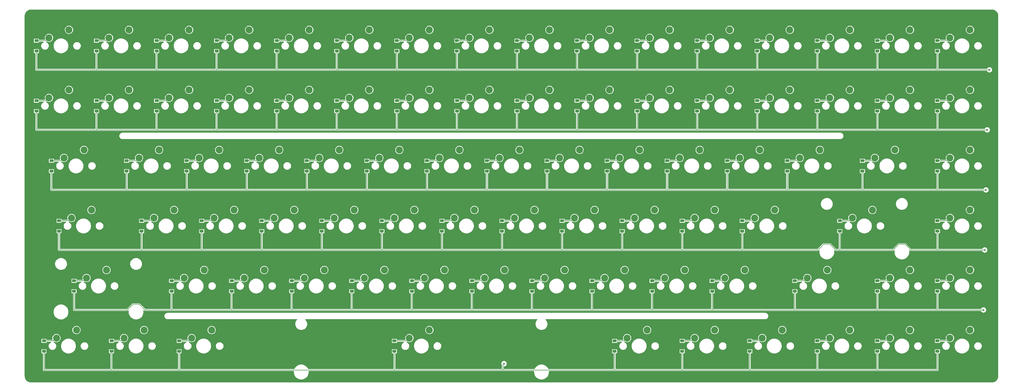
<source format=gbr>
%TF.GenerationSoftware,KiCad,Pcbnew,7.0.1*%
%TF.CreationDate,2023-03-28T18:38:33-04:00*%
%TF.ProjectId,project,70726f6a-6563-4742-9e6b-696361645f70,rev?*%
%TF.SameCoordinates,Original*%
%TF.FileFunction,Copper,L1,Top*%
%TF.FilePolarity,Positive*%
%FSLAX46Y46*%
G04 Gerber Fmt 4.6, Leading zero omitted, Abs format (unit mm)*
G04 Created by KiCad (PCBNEW 7.0.1) date 2023-03-28 18:38:33*
%MOMM*%
%LPD*%
G01*
G04 APERTURE LIST*
%TA.AperFunction,ComponentPad*%
%ADD10C,2.200000*%
%TD*%
%TA.AperFunction,SMDPad,CuDef*%
%ADD11R,1.200000X0.900000*%
%TD*%
%TA.AperFunction,ViaPad*%
%ADD12C,0.600000*%
%TD*%
%TA.AperFunction,Conductor*%
%ADD13C,0.200000*%
%TD*%
G04 APERTURE END LIST*
D10*
%TO.P,SW18,2*%
%TO.N,Net-(D18-Pad2)*%
X89535000Y-113030000D03*
%TO.P,SW18,1*%
%TO.N,C4*%
X95885000Y-110490000D03*
%TD*%
D11*
%TO.P,D14,2,A*%
%TO.N,Net-(D14-Pad2)*%
X80808300Y-152020000D03*
%TO.P,D14,1,K*%
%TO.N,R5*%
X80808300Y-155320000D03*
%TD*%
%TO.P,D40,2,A*%
%TO.N,Net-(D40-Pad2)*%
X166527900Y-132970000D03*
%TO.P,D40,1,K*%
%TO.N,R4*%
X166527900Y-136270000D03*
%TD*%
%TO.P,D58,2,A*%
%TO.N,Net-(D58-Pad2)*%
X247479900Y-75820000D03*
%TO.P,D58,1,K*%
%TO.N,R1*%
X247479900Y-79120000D03*
%TD*%
%TO.P,D74,2,A*%
%TO.N,Net-(D74-Pad2)*%
X285582900Y-171070000D03*
%TO.P,D74,1,K*%
%TO.N,R6*%
X285582900Y-174370000D03*
%TD*%
D10*
%TO.P,SW11,2*%
%TO.N,Net-(SW11-Pad2)*%
X80010000Y-93980000D03*
%TO.P,SW11,1*%
%TO.N,C3*%
X86360000Y-91440000D03*
%TD*%
%TO.P,SW79,2*%
%TO.N,Net-(D79-Pad2)*%
X308610000Y-170180000D03*
%TO.P,SW79,1*%
%TO.N,C15*%
X314960000Y-167640000D03*
%TD*%
D11*
%TO.P,D67,2,A*%
%TO.N,Net-(SW67-Pad2)*%
X261771900Y-132970000D03*
%TO.P,D67,1,K*%
%TO.N,R4*%
X261771900Y-136270000D03*
%TD*%
D10*
%TO.P,SW30,2*%
%TO.N,Net-(D30-Pad2)*%
X141922500Y-151130000D03*
%TO.P,SW30,1*%
%TO.N,C6*%
X148272500Y-148590000D03*
%TD*%
%TO.P,SW32,2*%
%TO.N,Net-(SW32-Pad2)*%
X156210000Y-93980000D03*
%TO.P,SW32,1*%
%TO.N,C7*%
X162560000Y-91440000D03*
%TD*%
D11*
%TO.P,D34,2,A*%
%TO.N,Net-(D34-Pad2)*%
X147479100Y-132970000D03*
%TO.P,D34,1,K*%
%TO.N,R4*%
X147479100Y-136270000D03*
%TD*%
%TO.P,D42,2,A*%
%TO.N,Net-(D42-Pad2)*%
X190333500Y-75820000D03*
%TO.P,D42,1,K*%
%TO.N,R1*%
X190333500Y-79120000D03*
%TD*%
%TO.P,D33,2,A*%
%TO.N,Net-(D33-Pad2)*%
X142716900Y-113920000D03*
%TO.P,D33,1,K*%
%TO.N,R3*%
X142716900Y-117220000D03*
%TD*%
D10*
%TO.P,SW63,2*%
%TO.N,Net-(D63-Pad2)*%
X246697500Y-170180000D03*
%TO.P,SW63,1*%
%TO.N,C12*%
X253047500Y-167640000D03*
%TD*%
D11*
%TO.P,D8,2,A*%
%TO.N,Net-(D8-Pad2)*%
X49854000Y-152020000D03*
%TO.P,D8,1,K*%
%TO.N,R5*%
X49854000Y-155320000D03*
%TD*%
D10*
%TO.P,SW6,2*%
%TO.N,Net-(D6-Pad2)*%
X60960000Y-74930000D03*
%TO.P,SW6,1*%
%TO.N,C2*%
X67310000Y-72390000D03*
%TD*%
%TO.P,SW23,2*%
%TO.N,Net-(D23-Pad2)*%
X108585000Y-113030000D03*
%TO.P,SW23,1*%
%TO.N,C5*%
X114935000Y-110490000D03*
%TD*%
D11*
%TO.P,D21,2,A*%
%TO.N,Net-(D21-Pad2)*%
X114138300Y-75820000D03*
%TO.P,D21,1,K*%
%TO.N,R1*%
X114138300Y-79120000D03*
%TD*%
D10*
%TO.P,SW66,2*%
%TO.N,Net-(D66-Pad2)*%
X260985000Y-113030000D03*
%TO.P,SW66,1*%
%TO.N,C13*%
X267335000Y-110490000D03*
%TD*%
D11*
%TO.P,D64,2,A*%
%TO.N,Net-(D64-Pad2)*%
X266528700Y-75820000D03*
%TO.P,D64,1,K*%
%TO.N,R1*%
X266528700Y-79120000D03*
%TD*%
%TO.P,D73,2,A*%
%TO.N,Net-(D73-Pad2)*%
X278439600Y-152020000D03*
%TO.P,D73,1,K*%
%TO.N,R5*%
X278439600Y-155320000D03*
%TD*%
D10*
%TO.P,SW68,2*%
%TO.N,Net-(D68-Pad2)*%
X268128750Y-170180000D03*
%TO.P,SW68,1*%
%TO.N,C13*%
X274478750Y-167640000D03*
%TD*%
D11*
%TO.P,D77,2,A*%
%TO.N,Net-(SW77-Pad2)*%
X299869500Y-113920000D03*
%TO.P,D77,1,K*%
%TO.N,R3*%
X299869500Y-117220000D03*
%TD*%
%TO.P,D35,2,A*%
%TO.N,Net-(SW35-Pad2)*%
X157003500Y-152020000D03*
%TO.P,D35,1,K*%
%TO.N,R5*%
X157003500Y-155320000D03*
%TD*%
D10*
%TO.P,SW84,2*%
%TO.N,Net-(D84-Pad2)*%
X327660000Y-151130000D03*
%TO.P,SW84,1*%
%TO.N,C16*%
X334010000Y-148590000D03*
%TD*%
D11*
%TO.P,D46,2,A*%
%TO.N,Net-(D46-Pad2)*%
X195101100Y-152020000D03*
%TO.P,D46,1,K*%
%TO.N,R5*%
X195101100Y-155320000D03*
%TD*%
%TO.P,D3,2,A*%
%TO.N,Net-(D3-Pad2)*%
X42710700Y-113920000D03*
%TO.P,D3,1,K*%
%TO.N,R3*%
X42710700Y-117220000D03*
%TD*%
D10*
%TO.P,SW71,2*%
%TO.N,Net-(D71-Pad2)*%
X280035000Y-113030000D03*
%TO.P,SW71,1*%
%TO.N,C14*%
X286385000Y-110490000D03*
%TD*%
%TO.P,SW46,2*%
%TO.N,Net-(D46-Pad2)*%
X199072500Y-151130000D03*
%TO.P,SW46,1*%
%TO.N,C9*%
X205422500Y-148590000D03*
%TD*%
%TO.P,SW1,2*%
%TO.N,Net-(D1-Pad2)*%
X41910000Y-74930000D03*
%TO.P,SW1,1*%
%TO.N,C1*%
X48260000Y-72390000D03*
%TD*%
%TO.P,SW73,2*%
%TO.N,Net-(D73-Pad2)*%
X282416250Y-151130000D03*
%TO.P,SW73,1*%
%TO.N,C14*%
X288766250Y-148590000D03*
%TD*%
%TO.P,SW36,2*%
%TO.N,Net-(D36-Pad2)*%
X156210000Y-170180000D03*
%TO.P,SW36,1*%
%TO.N,C7*%
X162560000Y-167640000D03*
%TD*%
D11*
%TO.P,D19,2,A*%
%TO.N,Net-(D19-Pad2)*%
X90332700Y-132970000D03*
%TO.P,D19,1,K*%
%TO.N,R4*%
X90332700Y-136270000D03*
%TD*%
%TO.P,D9,2,A*%
%TO.N,Net-(D9-Pad2)*%
X61759500Y-171070000D03*
%TO.P,D9,1,K*%
%TO.N,R6*%
X61759500Y-174370000D03*
%TD*%
%TO.P,D81,2,A*%
%TO.N,Net-(D81-Pad2)*%
X323680500Y-94870000D03*
%TO.P,D81,1,K*%
%TO.N,R2*%
X323680500Y-98170000D03*
%TD*%
D10*
%TO.P,SW55,2*%
%TO.N,Net-(D55-Pad2)*%
X227647500Y-132080000D03*
%TO.P,SW55,1*%
%TO.N,C11*%
X233997500Y-129540000D03*
%TD*%
D11*
%TO.P,D25,2,A*%
%TO.N,Net-(SW25-Pad2)*%
X118905900Y-152020000D03*
%TO.P,D25,1,K*%
%TO.N,R5*%
X118905900Y-155320000D03*
%TD*%
D10*
%TO.P,SW83,2*%
%TO.N,Net-(D83-Pad2)*%
X327660000Y-132080000D03*
%TO.P,SW83,1*%
%TO.N,C16*%
X334010000Y-129540000D03*
%TD*%
%TO.P,SW81,2*%
%TO.N,Net-(D81-Pad2)*%
X327660000Y-93980000D03*
%TO.P,SW81,1*%
%TO.N,C16*%
X334010000Y-91440000D03*
%TD*%
%TO.P,SW10,2*%
%TO.N,Net-(D10-Pad2)*%
X80010000Y-74930000D03*
%TO.P,SW10,1*%
%TO.N,C3*%
X86360000Y-72390000D03*
%TD*%
%TO.P,SW53,2*%
%TO.N,Net-(SW53-Pad2)*%
X232410000Y-93980000D03*
%TO.P,SW53,1*%
%TO.N,C11*%
X238760000Y-91440000D03*
%TD*%
%TO.P,SW13,2*%
%TO.N,Net-(SW13-Pad2)*%
X75247500Y-132080000D03*
%TO.P,SW13,1*%
%TO.N,C3*%
X81597500Y-129540000D03*
%TD*%
%TO.P,SW67,2*%
%TO.N,Net-(SW67-Pad2)*%
X265747500Y-132080000D03*
%TO.P,SW67,1*%
%TO.N,C13*%
X272097500Y-129540000D03*
%TD*%
%TO.P,SW31,2*%
%TO.N,Net-(D31-Pad2)*%
X156210000Y-74930000D03*
%TO.P,SW31,1*%
%TO.N,C7*%
X162560000Y-72390000D03*
%TD*%
%TO.P,SW61,2*%
%TO.N,Net-(SW61-Pad2)*%
X246697500Y-132080000D03*
%TO.P,SW61,1*%
%TO.N,C12*%
X253047500Y-129540000D03*
%TD*%
%TO.P,SW21,2*%
%TO.N,Net-(D21-Pad2)*%
X118110000Y-74930000D03*
%TO.P,SW21,1*%
%TO.N,C5*%
X124460000Y-72390000D03*
%TD*%
%TO.P,SW39,2*%
%TO.N,Net-(D39-Pad2)*%
X165735000Y-113030000D03*
%TO.P,SW39,1*%
%TO.N,C8*%
X172085000Y-110490000D03*
%TD*%
%TO.P,SW37,2*%
%TO.N,Net-(D37-Pad2)*%
X175260000Y-74930000D03*
%TO.P,SW37,1*%
%TO.N,C8*%
X181610000Y-72390000D03*
%TD*%
D11*
%TO.P,D70,2,A*%
%TO.N,Net-(D70-Pad2)*%
X285582900Y-94870000D03*
%TO.P,D70,1,K*%
%TO.N,R2*%
X285582900Y-98170000D03*
%TD*%
%TO.P,D18,2,A*%
%TO.N,Net-(D18-Pad2)*%
X85570500Y-113920000D03*
%TO.P,D18,1,K*%
%TO.N,R3*%
X85570500Y-117220000D03*
%TD*%
D10*
%TO.P,SW14,2*%
%TO.N,Net-(D14-Pad2)*%
X84772500Y-151130000D03*
%TO.P,SW14,1*%
%TO.N,C3*%
X91122500Y-148590000D03*
%TD*%
%TO.P,SW20,2*%
%TO.N,Net-(D20-Pad2)*%
X103822500Y-151130000D03*
%TO.P,SW20,1*%
%TO.N,C4*%
X110172500Y-148590000D03*
%TD*%
D11*
%TO.P,D10,2,A*%
%TO.N,Net-(D10-Pad2)*%
X76040700Y-75820000D03*
%TO.P,D10,1,K*%
%TO.N,R1*%
X76040700Y-79120000D03*
%TD*%
%TO.P,D79,2,A*%
%TO.N,Net-(D79-Pad2)*%
X304631700Y-171070000D03*
%TO.P,D79,1,K*%
%TO.N,R6*%
X304631700Y-174370000D03*
%TD*%
D10*
%TO.P,SW17,2*%
%TO.N,Net-(SW17-Pad2)*%
X99060000Y-93980000D03*
%TO.P,SW17,1*%
%TO.N,C4*%
X105410000Y-91440000D03*
%TD*%
D11*
%TO.P,D44,2,A*%
%TO.N,Net-(D44-Pad2)*%
X180814500Y-113920000D03*
%TO.P,D44,1,K*%
%TO.N,R3*%
X180814500Y-117220000D03*
%TD*%
%TO.P,D52,2,A*%
%TO.N,Net-(D52-Pad2)*%
X228431100Y-75820000D03*
%TO.P,D52,1,K*%
%TO.N,R1*%
X228431100Y-79120000D03*
%TD*%
D10*
%TO.P,SW8,2*%
%TO.N,Net-(D8-Pad2)*%
X53816250Y-151130000D03*
%TO.P,SW8,1*%
%TO.N,C2*%
X60166250Y-148590000D03*
%TD*%
%TO.P,SW4,2*%
%TO.N,Net-(SW4-Pad2)*%
X49053750Y-132080000D03*
%TO.P,SW4,1*%
%TO.N,C1*%
X55403750Y-129540000D03*
%TD*%
D11*
%TO.P,D51,2,A*%
%TO.N,Net-(SW51-Pad2)*%
X214149900Y-152020000D03*
%TO.P,D51,1,K*%
%TO.N,R5*%
X214149900Y-155320000D03*
%TD*%
%TO.P,D55,2,A*%
%TO.N,Net-(D55-Pad2)*%
X223674300Y-132970000D03*
%TO.P,D55,1,K*%
%TO.N,R4*%
X223674300Y-136270000D03*
%TD*%
D10*
%TO.P,SW75,2*%
%TO.N,Net-(D75-Pad2)*%
X308610000Y-74930000D03*
%TO.P,SW75,1*%
%TO.N,C15*%
X314960000Y-72390000D03*
%TD*%
%TO.P,SW7,2*%
%TO.N,Net-(SW7-Pad2)*%
X60960000Y-93980000D03*
%TO.P,SW7,1*%
%TO.N,C2*%
X67310000Y-91440000D03*
%TD*%
D11*
%TO.P,D32,2,A*%
%TO.N,Net-(SW32-Pad2)*%
X152241300Y-94870000D03*
%TO.P,D32,1,K*%
%TO.N,R2*%
X152241300Y-98170000D03*
%TD*%
%TO.P,D75,2,A*%
%TO.N,Net-(D75-Pad2)*%
X304626300Y-75820000D03*
%TO.P,D75,1,K*%
%TO.N,R1*%
X304626300Y-79120000D03*
%TD*%
D10*
%TO.P,SW70,2*%
%TO.N,Net-(D70-Pad2)*%
X289560000Y-93980000D03*
%TO.P,SW70,1*%
%TO.N,C14*%
X295910000Y-91440000D03*
%TD*%
%TO.P,SW5,2*%
%TO.N,Net-(SW5-Pad2)*%
X44291250Y-170180000D03*
%TO.P,SW5,1*%
%TO.N,C1*%
X50641250Y-167640000D03*
%TD*%
%TO.P,SW77,2*%
%TO.N,Net-(SW77-Pad2)*%
X303847500Y-113030000D03*
%TO.P,SW77,1*%
%TO.N,C15*%
X310197500Y-110490000D03*
%TD*%
%TO.P,SW58,2*%
%TO.N,Net-(D58-Pad2)*%
X251460000Y-74930000D03*
%TO.P,SW58,1*%
%TO.N,C12*%
X257810000Y-72390000D03*
%TD*%
D11*
%TO.P,D1,2,A*%
%TO.N,Net-(D1-Pad2)*%
X37943100Y-75820000D03*
%TO.P,D1,1,K*%
%TO.N,R1*%
X37943100Y-79120000D03*
%TD*%
D10*
%TO.P,SW22,2*%
%TO.N,Net-(SW22-Pad2)*%
X118110000Y-93980000D03*
%TO.P,SW22,1*%
%TO.N,C5*%
X124460000Y-91440000D03*
%TD*%
%TO.P,SW38,2*%
%TO.N,Net-(SW38-Pad2)*%
X175260000Y-93980000D03*
%TO.P,SW38,1*%
%TO.N,C8*%
X181610000Y-91440000D03*
%TD*%
D11*
%TO.P,D49,2,A*%
%TO.N,Net-(D49-Pad2)*%
X199863300Y-113920000D03*
%TO.P,D49,1,K*%
%TO.N,R3*%
X199863300Y-117220000D03*
%TD*%
%TO.P,D37,2,A*%
%TO.N,Net-(D37-Pad2)*%
X171284700Y-75820000D03*
%TO.P,D37,1,K*%
%TO.N,R1*%
X171284700Y-79120000D03*
%TD*%
%TO.P,D54,2,A*%
%TO.N,Net-(D54-Pad2)*%
X218912100Y-113920000D03*
%TO.P,D54,1,K*%
%TO.N,R3*%
X218912100Y-117220000D03*
%TD*%
D10*
%TO.P,SW45,2*%
%TO.N,Net-(D45-Pad2)*%
X189547500Y-132080000D03*
%TO.P,SW45,1*%
%TO.N,C9*%
X195897500Y-129540000D03*
%TD*%
D11*
%TO.P,D28,2,A*%
%TO.N,Net-(D28-Pad2)*%
X123668100Y-113920000D03*
%TO.P,D28,1,K*%
%TO.N,R3*%
X123668100Y-117220000D03*
%TD*%
%TO.P,D48,2,A*%
%TO.N,Net-(SW48-Pad2)*%
X209387700Y-94870000D03*
%TO.P,D48,1,K*%
%TO.N,R2*%
X209387700Y-98170000D03*
%TD*%
D10*
%TO.P,SW82,2*%
%TO.N,Net-(D82-Pad2)*%
X327660000Y-113030000D03*
%TO.P,SW82,1*%
%TO.N,C16*%
X334010000Y-110490000D03*
%TD*%
D11*
%TO.P,D31,2,A*%
%TO.N,Net-(D31-Pad2)*%
X152235900Y-75820000D03*
%TO.P,D31,1,K*%
%TO.N,R1*%
X152235900Y-79120000D03*
%TD*%
%TO.P,D71,2,A*%
%TO.N,Net-(D71-Pad2)*%
X276058500Y-113920000D03*
%TO.P,D71,1,K*%
%TO.N,R3*%
X276058500Y-117220000D03*
%TD*%
%TO.P,D80,2,A*%
%TO.N,Net-(D80-Pad2)*%
X323675100Y-75820000D03*
%TO.P,D80,1,K*%
%TO.N,R1*%
X323675100Y-79120000D03*
%TD*%
%TO.P,D17,2,A*%
%TO.N,Net-(SW17-Pad2)*%
X95094900Y-94870000D03*
%TO.P,D17,1,K*%
%TO.N,R2*%
X95094900Y-98170000D03*
%TD*%
%TO.P,D16,2,A*%
%TO.N,Net-(D16-Pad2)*%
X95089500Y-75820000D03*
%TO.P,D16,1,K*%
%TO.N,R1*%
X95089500Y-79120000D03*
%TD*%
%TO.P,D39,2,A*%
%TO.N,Net-(D39-Pad2)*%
X161765700Y-113920000D03*
%TO.P,D39,1,K*%
%TO.N,R3*%
X161765700Y-117220000D03*
%TD*%
D10*
%TO.P,SW16,2*%
%TO.N,Net-(D16-Pad2)*%
X99060000Y-74930000D03*
%TO.P,SW16,1*%
%TO.N,C4*%
X105410000Y-72390000D03*
%TD*%
%TO.P,SW19,2*%
%TO.N,Net-(D19-Pad2)*%
X94297500Y-132080000D03*
%TO.P,SW19,1*%
%TO.N,C4*%
X100647500Y-129540000D03*
%TD*%
%TO.P,SW85,2*%
%TO.N,Net-(D85-Pad2)*%
X327660000Y-170180000D03*
%TO.P,SW85,1*%
%TO.N,C16*%
X334010000Y-167640000D03*
%TD*%
%TO.P,SW64,2*%
%TO.N,Net-(D64-Pad2)*%
X270510000Y-74930000D03*
%TO.P,SW64,1*%
%TO.N,C13*%
X276860000Y-72390000D03*
%TD*%
%TO.P,SW51,2*%
%TO.N,Net-(SW51-Pad2)*%
X218122500Y-151130000D03*
%TO.P,SW51,1*%
%TO.N,C10*%
X224472500Y-148590000D03*
%TD*%
D11*
%TO.P,D45,2,A*%
%TO.N,Net-(D45-Pad2)*%
X185576700Y-132970000D03*
%TO.P,D45,1,K*%
%TO.N,R4*%
X185576700Y-136270000D03*
%TD*%
%TO.P,D69,2,A*%
%TO.N,Net-(D69-Pad2)*%
X285577500Y-75820000D03*
%TO.P,D69,1,K*%
%TO.N,R1*%
X285577500Y-79120000D03*
%TD*%
D10*
%TO.P,SW34,2*%
%TO.N,Net-(D34-Pad2)*%
X151447500Y-132080000D03*
%TO.P,SW34,1*%
%TO.N,C7*%
X157797500Y-129540000D03*
%TD*%
%TO.P,SW59,2*%
%TO.N,Net-(SW59-Pad2)*%
X251460000Y-93980000D03*
%TO.P,SW59,1*%
%TO.N,C12*%
X257810000Y-91440000D03*
%TD*%
D11*
%TO.P,D13,2,A*%
%TO.N,Net-(SW13-Pad2)*%
X71283900Y-132970000D03*
%TO.P,D13,1,K*%
%TO.N,R4*%
X71283900Y-136270000D03*
%TD*%
%TO.P,D11,2,A*%
%TO.N,Net-(SW11-Pad2)*%
X76046100Y-94870000D03*
%TO.P,D11,1,K*%
%TO.N,R2*%
X76046100Y-98170000D03*
%TD*%
D10*
%TO.P,SW50,2*%
%TO.N,Net-(D50-Pad2)*%
X208597500Y-132080000D03*
%TO.P,SW50,1*%
%TO.N,C10*%
X214947500Y-129540000D03*
%TD*%
D11*
%TO.P,D5,2,A*%
%TO.N,Net-(SW5-Pad2)*%
X40329600Y-171070000D03*
%TO.P,D5,1,K*%
%TO.N,R6*%
X40329600Y-174370000D03*
%TD*%
D10*
%TO.P,SW54,2*%
%TO.N,Net-(D54-Pad2)*%
X222885000Y-113030000D03*
%TO.P,SW54,1*%
%TO.N,C11*%
X229235000Y-110490000D03*
%TD*%
D11*
%TO.P,D38,2,A*%
%TO.N,Net-(SW38-Pad2)*%
X171290100Y-94870000D03*
%TO.P,D38,1,K*%
%TO.N,R2*%
X171290100Y-98170000D03*
%TD*%
D10*
%TO.P,SW3,2*%
%TO.N,Net-(D3-Pad2)*%
X46672500Y-113030000D03*
%TO.P,SW3,1*%
%TO.N,C1*%
X53022500Y-110490000D03*
%TD*%
D11*
%TO.P,D50,2,A*%
%TO.N,Net-(D50-Pad2)*%
X204625500Y-132970000D03*
%TO.P,D50,1,K*%
%TO.N,R4*%
X204625500Y-136270000D03*
%TD*%
%TO.P,D22,2,A*%
%TO.N,Net-(SW22-Pad2)*%
X114143700Y-94870000D03*
%TO.P,D22,1,K*%
%TO.N,R2*%
X114143700Y-98170000D03*
%TD*%
D10*
%TO.P,SW15,2*%
%TO.N,Net-(SW15-Pad2)*%
X87153750Y-170180000D03*
%TO.P,SW15,1*%
%TO.N,C3*%
X93503750Y-167640000D03*
%TD*%
D11*
%TO.P,D20,2,A*%
%TO.N,Net-(D20-Pad2)*%
X99857100Y-152020000D03*
%TO.P,D20,1,K*%
%TO.N,R5*%
X99857100Y-155320000D03*
%TD*%
%TO.P,D29,2,A*%
%TO.N,Net-(D29-Pad2)*%
X128430300Y-132970000D03*
%TO.P,D29,1,K*%
%TO.N,R4*%
X128430300Y-136270000D03*
%TD*%
D10*
%TO.P,SW57,2*%
%TO.N,Net-(D57-Pad2)*%
X225266250Y-170180000D03*
%TO.P,SW57,1*%
%TO.N,C11*%
X231616250Y-167640000D03*
%TD*%
%TO.P,SW48,2*%
%TO.N,Net-(SW48-Pad2)*%
X213360000Y-93980000D03*
%TO.P,SW48,1*%
%TO.N,C10*%
X219710000Y-91440000D03*
%TD*%
D11*
%TO.P,D60,2,A*%
%TO.N,Net-(D60-Pad2)*%
X237960900Y-113920000D03*
%TO.P,D60,1,K*%
%TO.N,R3*%
X237960900Y-117220000D03*
%TD*%
D10*
%TO.P,SW26,2*%
%TO.N,Net-(D26-Pad2)*%
X137160000Y-74930000D03*
%TO.P,SW26,1*%
%TO.N,C6*%
X143510000Y-72390000D03*
%TD*%
D11*
%TO.P,D30,2,A*%
%TO.N,Net-(D30-Pad2)*%
X137954700Y-152020000D03*
%TO.P,D30,1,K*%
%TO.N,R5*%
X137954700Y-155320000D03*
%TD*%
D10*
%TO.P,SW56,2*%
%TO.N,Net-(SW56-Pad2)*%
X237172500Y-151130000D03*
%TO.P,SW56,1*%
%TO.N,C11*%
X243522500Y-148590000D03*
%TD*%
%TO.P,SW78,2*%
%TO.N,Net-(D78-Pad2)*%
X308610000Y-151130000D03*
%TO.P,SW78,1*%
%TO.N,C15*%
X314960000Y-148590000D03*
%TD*%
D11*
%TO.P,D82,2,A*%
%TO.N,Net-(D82-Pad2)*%
X323680500Y-113920000D03*
%TO.P,D82,1,K*%
%TO.N,R3*%
X323680500Y-117220000D03*
%TD*%
%TO.P,D2,2,A*%
%TO.N,Net-(D2-Pad2)*%
X37948500Y-94870000D03*
%TO.P,D2,1,K*%
%TO.N,R2*%
X37948500Y-98170000D03*
%TD*%
%TO.P,D23,2,A*%
%TO.N,Net-(D23-Pad2)*%
X104619300Y-113920000D03*
%TO.P,D23,1,K*%
%TO.N,R3*%
X104619300Y-117220000D03*
%TD*%
%TO.P,D26,2,A*%
%TO.N,Net-(D26-Pad2)*%
X133187100Y-75820000D03*
%TO.P,D26,1,K*%
%TO.N,R1*%
X133187100Y-79120000D03*
%TD*%
%TO.P,D66,2,A*%
%TO.N,Net-(D66-Pad2)*%
X257009700Y-113920000D03*
%TO.P,D66,1,K*%
%TO.N,R3*%
X257009700Y-117220000D03*
%TD*%
D10*
%TO.P,SW74,2*%
%TO.N,Net-(D74-Pad2)*%
X289560000Y-170180000D03*
%TO.P,SW74,1*%
%TO.N,C14*%
X295910000Y-167640000D03*
%TD*%
D11*
%TO.P,D36,2,A*%
%TO.N,Net-(D36-Pad2)*%
X151447600Y-171070000D03*
%TO.P,D36,1,K*%
%TO.N,R6*%
X151447600Y-174370000D03*
%TD*%
D10*
%TO.P,SW33,2*%
%TO.N,Net-(D33-Pad2)*%
X146685000Y-113030000D03*
%TO.P,SW33,1*%
%TO.N,C7*%
X153035000Y-110490000D03*
%TD*%
%TO.P,SW12,2*%
%TO.N,Net-(D12-Pad2)*%
X70485000Y-113030000D03*
%TO.P,SW12,1*%
%TO.N,C3*%
X76835000Y-110490000D03*
%TD*%
D11*
%TO.P,D53,2,A*%
%TO.N,Net-(SW53-Pad2)*%
X228436500Y-94870000D03*
%TO.P,D53,1,K*%
%TO.N,R2*%
X228436500Y-98170000D03*
%TD*%
D10*
%TO.P,SW25,2*%
%TO.N,Net-(SW25-Pad2)*%
X122872500Y-151130000D03*
%TO.P,SW25,1*%
%TO.N,C5*%
X129222500Y-148590000D03*
%TD*%
D11*
%TO.P,D56,2,A*%
%TO.N,Net-(SW56-Pad2)*%
X233198700Y-152020000D03*
%TO.P,D56,1,K*%
%TO.N,R5*%
X233198700Y-155320000D03*
%TD*%
%TO.P,D62,2,A*%
%TO.N,Net-(SW62-Pad2)*%
X252247500Y-152020000D03*
%TO.P,D62,1,K*%
%TO.N,R5*%
X252247500Y-155320000D03*
%TD*%
D10*
%TO.P,SW69,2*%
%TO.N,Net-(D69-Pad2)*%
X289560000Y-74930000D03*
%TO.P,SW69,1*%
%TO.N,C14*%
X295910000Y-72390000D03*
%TD*%
D11*
%TO.P,D83,2,A*%
%TO.N,Net-(D83-Pad2)*%
X323680500Y-132970000D03*
%TO.P,D83,1,K*%
%TO.N,R4*%
X323680500Y-136270000D03*
%TD*%
%TO.P,D65,2,A*%
%TO.N,Net-(SW65-Pad2)*%
X266534100Y-94870000D03*
%TO.P,D65,1,K*%
%TO.N,R2*%
X266534100Y-98170000D03*
%TD*%
D10*
%TO.P,SW2,2*%
%TO.N,Net-(D2-Pad2)*%
X41910000Y-93980000D03*
%TO.P,SW2,1*%
%TO.N,C1*%
X48260000Y-91440000D03*
%TD*%
D11*
%TO.P,D84,2,A*%
%TO.N,Net-(D84-Pad2)*%
X323680500Y-152020000D03*
%TO.P,D84,1,K*%
%TO.N,R5*%
X323680500Y-155320000D03*
%TD*%
D10*
%TO.P,SW40,2*%
%TO.N,Net-(D40-Pad2)*%
X170497500Y-132080000D03*
%TO.P,SW40,1*%
%TO.N,C8*%
X176847500Y-129540000D03*
%TD*%
%TO.P,SW44,2*%
%TO.N,Net-(D44-Pad2)*%
X184785000Y-113030000D03*
%TO.P,SW44,1*%
%TO.N,C9*%
X191135000Y-110490000D03*
%TD*%
%TO.P,SW72,2*%
%TO.N,Net-(D72-Pad2)*%
X296703750Y-132080000D03*
%TO.P,SW72,1*%
%TO.N,C14*%
X303053750Y-129540000D03*
%TD*%
%TO.P,SW76,2*%
%TO.N,Net-(D76-Pad2)*%
X308610000Y-93980000D03*
%TO.P,SW76,1*%
%TO.N,C15*%
X314960000Y-91440000D03*
%TD*%
D11*
%TO.P,D59,2,A*%
%TO.N,Net-(SW59-Pad2)*%
X247485300Y-94870000D03*
%TO.P,D59,1,K*%
%TO.N,R2*%
X247485300Y-98170000D03*
%TD*%
%TO.P,D43,2,A*%
%TO.N,Net-(SW43-Pad2)*%
X190338900Y-94870000D03*
%TO.P,D43,1,K*%
%TO.N,R2*%
X190338900Y-98170000D03*
%TD*%
D10*
%TO.P,SW62,2*%
%TO.N,Net-(SW62-Pad2)*%
X256222500Y-151130000D03*
%TO.P,SW62,1*%
%TO.N,C12*%
X262572500Y-148590000D03*
%TD*%
%TO.P,SW80,2*%
%TO.N,Net-(D80-Pad2)*%
X327660000Y-74930000D03*
%TO.P,SW80,1*%
%TO.N,C16*%
X334010000Y-72390000D03*
%TD*%
D11*
%TO.P,D68,2,A*%
%TO.N,Net-(D68-Pad2)*%
X264153000Y-171070000D03*
%TO.P,D68,1,K*%
%TO.N,R6*%
X264153000Y-174370000D03*
%TD*%
%TO.P,D12,2,A*%
%TO.N,Net-(D12-Pad2)*%
X66521700Y-113920000D03*
%TO.P,D12,1,K*%
%TO.N,R3*%
X66521700Y-117220000D03*
%TD*%
%TO.P,D7,2,A*%
%TO.N,Net-(SW7-Pad2)*%
X56997300Y-94870000D03*
%TO.P,D7,1,K*%
%TO.N,R2*%
X56997300Y-98170000D03*
%TD*%
%TO.P,D24,2,A*%
%TO.N,Net-(SW24-Pad2)*%
X109381500Y-132970000D03*
%TO.P,D24,1,K*%
%TO.N,R4*%
X109381500Y-136270000D03*
%TD*%
%TO.P,D41,2,A*%
%TO.N,Net-(D41-Pad2)*%
X176052300Y-152020000D03*
%TO.P,D41,1,K*%
%TO.N,R5*%
X176052300Y-155320000D03*
%TD*%
%TO.P,D27,2,A*%
%TO.N,Net-(SW27-Pad2)*%
X133192500Y-94870000D03*
%TO.P,D27,1,K*%
%TO.N,R2*%
X133192500Y-98170000D03*
%TD*%
D10*
%TO.P,SW41,2*%
%TO.N,Net-(D41-Pad2)*%
X180022500Y-151130000D03*
%TO.P,SW41,1*%
%TO.N,C8*%
X186372500Y-148590000D03*
%TD*%
%TO.P,SW65,2*%
%TO.N,Net-(SW65-Pad2)*%
X270510000Y-93980000D03*
%TO.P,SW65,1*%
%TO.N,C13*%
X276860000Y-91440000D03*
%TD*%
D11*
%TO.P,D76,2,A*%
%TO.N,Net-(D76-Pad2)*%
X304631700Y-94870000D03*
%TO.P,D76,1,K*%
%TO.N,R2*%
X304631700Y-98170000D03*
%TD*%
D10*
%TO.P,SW43,2*%
%TO.N,Net-(SW43-Pad2)*%
X194310000Y-93980000D03*
%TO.P,SW43,1*%
%TO.N,C9*%
X200660000Y-91440000D03*
%TD*%
%TO.P,SW60,2*%
%TO.N,Net-(D60-Pad2)*%
X241935000Y-113030000D03*
%TO.P,SW60,1*%
%TO.N,C12*%
X248285000Y-110490000D03*
%TD*%
%TO.P,SW24,2*%
%TO.N,Net-(SW24-Pad2)*%
X113347500Y-132080000D03*
%TO.P,SW24,1*%
%TO.N,C5*%
X119697500Y-129540000D03*
%TD*%
D11*
%TO.P,D78,2,A*%
%TO.N,Net-(D78-Pad2)*%
X304631700Y-152020000D03*
%TO.P,D78,1,K*%
%TO.N,R5*%
X304631700Y-155320000D03*
%TD*%
%TO.P,D15,2,A*%
%TO.N,Net-(SW15-Pad2)*%
X83189400Y-171070000D03*
%TO.P,D15,1,K*%
%TO.N,R6*%
X83189400Y-174370000D03*
%TD*%
D10*
%TO.P,SW28,2*%
%TO.N,Net-(D28-Pad2)*%
X127635000Y-113030000D03*
%TO.P,SW28,1*%
%TO.N,C6*%
X133985000Y-110490000D03*
%TD*%
%TO.P,SW49,2*%
%TO.N,Net-(D49-Pad2)*%
X203835000Y-113030000D03*
%TO.P,SW49,1*%
%TO.N,C10*%
X210185000Y-110490000D03*
%TD*%
%TO.P,SW35,2*%
%TO.N,Net-(SW35-Pad2)*%
X160972500Y-151130000D03*
%TO.P,SW35,1*%
%TO.N,C7*%
X167322500Y-148590000D03*
%TD*%
D11*
%TO.P,D61,2,A*%
%TO.N,Net-(SW61-Pad2)*%
X242723100Y-132970000D03*
%TO.P,D61,1,K*%
%TO.N,R4*%
X242723100Y-136270000D03*
%TD*%
D10*
%TO.P,SW29,2*%
%TO.N,Net-(D29-Pad2)*%
X132397500Y-132080000D03*
%TO.P,SW29,1*%
%TO.N,C6*%
X138747500Y-129540000D03*
%TD*%
D11*
%TO.P,D57,2,A*%
%TO.N,Net-(D57-Pad2)*%
X221293200Y-171070000D03*
%TO.P,D57,1,K*%
%TO.N,R6*%
X221293200Y-174370000D03*
%TD*%
%TO.P,D85,2,A*%
%TO.N,Net-(D85-Pad2)*%
X323680500Y-171070000D03*
%TO.P,D85,1,K*%
%TO.N,R6*%
X323680500Y-174370000D03*
%TD*%
D10*
%TO.P,SW52,2*%
%TO.N,Net-(D52-Pad2)*%
X232410000Y-74930000D03*
%TO.P,SW52,1*%
%TO.N,C11*%
X238760000Y-72390000D03*
%TD*%
D11*
%TO.P,D4,2,A*%
%TO.N,Net-(SW4-Pad2)*%
X45091800Y-132970000D03*
%TO.P,D4,1,K*%
%TO.N,R4*%
X45091800Y-136270000D03*
%TD*%
%TO.P,D47,2,A*%
%TO.N,Net-(D47-Pad2)*%
X209382300Y-75820000D03*
%TO.P,D47,1,K*%
%TO.N,R1*%
X209382300Y-79120000D03*
%TD*%
D10*
%TO.P,SW9,2*%
%TO.N,Net-(D9-Pad2)*%
X65722500Y-170180000D03*
%TO.P,SW9,1*%
%TO.N,C2*%
X72072500Y-167640000D03*
%TD*%
D11*
%TO.P,D63,2,A*%
%TO.N,Net-(D63-Pad2)*%
X242723100Y-171070000D03*
%TO.P,D63,1,K*%
%TO.N,R6*%
X242723100Y-174370000D03*
%TD*%
D10*
%TO.P,SW42,2*%
%TO.N,Net-(D42-Pad2)*%
X194310000Y-74930000D03*
%TO.P,SW42,1*%
%TO.N,C9*%
X200660000Y-72390000D03*
%TD*%
D11*
%TO.P,D6,2,A*%
%TO.N,Net-(D6-Pad2)*%
X56991900Y-75820000D03*
%TO.P,D6,1,K*%
%TO.N,R1*%
X56991900Y-79120000D03*
%TD*%
%TO.P,D72,2,A*%
%TO.N,Net-(D72-Pad2)*%
X292726200Y-132970000D03*
%TO.P,D72,1,K*%
%TO.N,R4*%
X292726200Y-136270000D03*
%TD*%
D10*
%TO.P,SW47,2*%
%TO.N,Net-(D47-Pad2)*%
X213360000Y-74930000D03*
%TO.P,SW47,1*%
%TO.N,C10*%
X219710000Y-72390000D03*
%TD*%
%TO.P,SW27,2*%
%TO.N,Net-(SW27-Pad2)*%
X137160000Y-93980000D03*
%TO.P,SW27,1*%
%TO.N,C6*%
X143510000Y-91440000D03*
%TD*%
D12*
%TO.N,R1*%
X340184300Y-85090000D03*
%TO.N,R2*%
X339480000Y-104140000D03*
%TO.N,R3*%
X339080000Y-123190000D03*
%TO.N,R4*%
X338680000Y-142240000D03*
%TO.N,R6*%
X186250000Y-178330000D03*
%TO.N,R5*%
X338280000Y-161290000D03*
%TD*%
D13*
%TO.N,Net-(SW4-Pad2)*%
X48163750Y-132970000D02*
X49053750Y-132080000D01*
X45091800Y-132970000D02*
X48163750Y-132970000D01*
%TO.N,Net-(SW5-Pad2)*%
X40329600Y-171070000D02*
X43401250Y-171070000D01*
X43401250Y-171070000D02*
X44291250Y-170180000D01*
%TO.N,Net-(SW7-Pad2)*%
X56997300Y-94870000D02*
X60070000Y-94870000D01*
X60070000Y-94870000D02*
X60960000Y-93980000D01*
%TO.N,Net-(SW11-Pad2)*%
X79120000Y-94870000D02*
X80010000Y-93980000D01*
X76046100Y-94870000D02*
X79120000Y-94870000D01*
%TO.N,Net-(SW13-Pad2)*%
X71283900Y-132970000D02*
X74357500Y-132970000D01*
X74357500Y-132970000D02*
X75247500Y-132080000D01*
%TO.N,Net-(SW15-Pad2)*%
X83189400Y-171070000D02*
X86263750Y-171070000D01*
X86263750Y-171070000D02*
X87153750Y-170180000D01*
%TO.N,Net-(SW17-Pad2)*%
X98170000Y-94870000D02*
X99060000Y-93980000D01*
X95094900Y-94870000D02*
X98170000Y-94870000D01*
%TO.N,Net-(SW22-Pad2)*%
X117220000Y-94870000D02*
X118110000Y-93980000D01*
X114143700Y-94870000D02*
X117220000Y-94870000D01*
%TO.N,Net-(D23-Pad2)*%
X107695000Y-113920000D02*
X108585000Y-113030000D01*
X104619300Y-113920000D02*
X107695000Y-113920000D01*
%TO.N,Net-(SW24-Pad2)*%
X112457500Y-132970000D02*
X113347500Y-132080000D01*
X109381500Y-132970000D02*
X112457500Y-132970000D01*
%TO.N,Net-(SW25-Pad2)*%
X121982500Y-152020000D02*
X122872500Y-151130000D01*
X118905900Y-152020000D02*
X121982500Y-152020000D01*
%TO.N,Net-(D26-Pad2)*%
X133187100Y-75820000D02*
X136270000Y-75820000D01*
X136270000Y-75820000D02*
X137160000Y-74930000D01*
%TO.N,Net-(SW27-Pad2)*%
X133192500Y-94870000D02*
X136270000Y-94870000D01*
X136270000Y-94870000D02*
X137160000Y-93980000D01*
%TO.N,Net-(D28-Pad2)*%
X126745000Y-113920000D02*
X127635000Y-113030000D01*
X123668100Y-113920000D02*
X126745000Y-113920000D01*
%TO.N,Net-(SW32-Pad2)*%
X155320000Y-94870000D02*
X156210000Y-93980000D01*
X152241300Y-94870000D02*
X155320000Y-94870000D01*
%TO.N,Net-(D33-Pad2)*%
X145795000Y-113920000D02*
X146685000Y-113030000D01*
X142716900Y-113920000D02*
X145795000Y-113920000D01*
%TO.N,Net-(SW35-Pad2)*%
X157003500Y-152020000D02*
X160082500Y-152020000D01*
X160082500Y-152020000D02*
X160972500Y-151130000D01*
%TO.N,Net-(D36-Pad2)*%
X155320000Y-171070000D02*
X156210000Y-170180000D01*
X151447600Y-171070000D02*
X155320000Y-171070000D01*
%TO.N,Net-(SW38-Pad2)*%
X171290100Y-94870000D02*
X174370000Y-94870000D01*
X174370000Y-94870000D02*
X175260000Y-93980000D01*
%TO.N,Net-(D39-Pad2)*%
X164845000Y-113920000D02*
X165735000Y-113030000D01*
X161765700Y-113920000D02*
X164845000Y-113920000D01*
%TO.N,Net-(SW43-Pad2)*%
X193420000Y-94870000D02*
X194310000Y-93980000D01*
X190338900Y-94870000D02*
X193420000Y-94870000D01*
%TO.N,Net-(D44-Pad2)*%
X183895000Y-113920000D02*
X184785000Y-113030000D01*
X180814500Y-113920000D02*
X183895000Y-113920000D01*
%TO.N,R1*%
X152235900Y-79120000D02*
X152235900Y-85078300D01*
X171284700Y-85077100D02*
X171297600Y-85090000D01*
X56991900Y-85070300D02*
X56972200Y-85090000D01*
X247479900Y-85082300D02*
X247472200Y-85090000D01*
X247472200Y-85090000D02*
X266547600Y-85090000D01*
X133187100Y-85079500D02*
X133197600Y-85090000D01*
X76040700Y-79120000D02*
X76040700Y-85046100D01*
X95089500Y-85056500D02*
X95123000Y-85090000D01*
X171297600Y-85090000D02*
X190322200Y-85090000D01*
X266528700Y-79120000D02*
X266528700Y-85071100D01*
X114138300Y-85080700D02*
X114147600Y-85090000D01*
X56991900Y-79120000D02*
X56991900Y-85070300D01*
X190333500Y-85078700D02*
X190322200Y-85090000D01*
X76040700Y-85046100D02*
X75996800Y-85090000D01*
X209372200Y-85090000D02*
X228422200Y-85090000D01*
X323675100Y-85087100D02*
X323672200Y-85090000D01*
X304626300Y-85060500D02*
X304596800Y-85090000D01*
X266547600Y-85090000D02*
X285572200Y-85090000D01*
X152235900Y-85078300D02*
X152247600Y-85090000D01*
X37943100Y-79120000D02*
X37943100Y-85090000D01*
X285572200Y-85090000D02*
X304596800Y-85090000D01*
X304596800Y-85090000D02*
X323672200Y-85090000D01*
X247479900Y-79120000D02*
X247479900Y-85082300D01*
X114138300Y-79120000D02*
X114138300Y-85080700D01*
X37943100Y-85090000D02*
X56972200Y-85090000D01*
X285577500Y-79120000D02*
X285577500Y-85084700D01*
X133187100Y-79120000D02*
X133187100Y-85079500D01*
X304626300Y-79120000D02*
X304626300Y-85060500D01*
X209382300Y-85079900D02*
X209372200Y-85090000D01*
X114147600Y-85090000D02*
X133197600Y-85090000D01*
X266528700Y-85071100D02*
X266547600Y-85090000D01*
X228431100Y-85081100D02*
X228422200Y-85090000D01*
X228431100Y-79120000D02*
X228431100Y-85081100D01*
X75996800Y-85090000D02*
X95123000Y-85090000D01*
X285577500Y-85084700D02*
X285572200Y-85090000D01*
X133197600Y-85090000D02*
X152247600Y-85090000D01*
X190322200Y-85090000D02*
X209372200Y-85090000D01*
X209382300Y-79120000D02*
X209382300Y-85079900D01*
X95089500Y-79120000D02*
X95089500Y-85056500D01*
X56972200Y-85090000D02*
X75996800Y-85090000D01*
X323672200Y-85090000D02*
X340184300Y-85090000D01*
X323675100Y-79120000D02*
X323675100Y-85087100D01*
X95123000Y-85090000D02*
X114147600Y-85090000D01*
X190333500Y-79120000D02*
X190333500Y-85078700D01*
X152247600Y-85090000D02*
X171297600Y-85090000D01*
X228422200Y-85090000D02*
X247472200Y-85090000D01*
X171284700Y-79120000D02*
X171284700Y-85077100D01*
%TO.N,Net-(D1-Pad2)*%
X41020000Y-75820000D02*
X41910000Y-74930000D01*
X37943100Y-75820000D02*
X41020000Y-75820000D01*
%TO.N,R2*%
X247485300Y-104126900D02*
X247472200Y-104140000D01*
X304647600Y-104140000D02*
X323697600Y-104140000D01*
X209387700Y-98170000D02*
X209387700Y-104130100D01*
X228436500Y-104128900D02*
X228447600Y-104140000D01*
X152241300Y-104133700D02*
X152247600Y-104140000D01*
X114122200Y-104140000D02*
X133223000Y-104140000D01*
X56997300Y-104114300D02*
X57023000Y-104140000D01*
X76046100Y-98170000D02*
X76046100Y-104116100D01*
X266547600Y-104140000D02*
X285572200Y-104140000D01*
X209387700Y-104130100D02*
X209397600Y-104140000D01*
X285582900Y-104129300D02*
X285572200Y-104140000D01*
X37948500Y-104140000D02*
X57023000Y-104140000D01*
X228447600Y-104140000D02*
X247472200Y-104140000D01*
X285582900Y-98170000D02*
X285582900Y-104129300D01*
X171297600Y-104140000D02*
X190347600Y-104140000D01*
X76046100Y-104116100D02*
X76022200Y-104140000D01*
X133223000Y-104140000D02*
X152247600Y-104140000D01*
X190347600Y-104140000D02*
X209397600Y-104140000D01*
X76022200Y-104140000D02*
X95097600Y-104140000D01*
X323697600Y-104140000D02*
X338582000Y-104140000D01*
X338582000Y-104140000D02*
X339480000Y-104140000D01*
X247485300Y-98170000D02*
X247485300Y-104126900D01*
X285572200Y-104140000D02*
X304647600Y-104140000D01*
X133192500Y-98170000D02*
X133192500Y-104109500D01*
X37948500Y-98170000D02*
X37948500Y-104140000D01*
X209397600Y-104140000D02*
X228447600Y-104140000D01*
X266534100Y-104126500D02*
X266547600Y-104140000D01*
X266534100Y-98170000D02*
X266534100Y-104126500D01*
X304631700Y-104124100D02*
X304647600Y-104140000D01*
X57023000Y-104140000D02*
X76022200Y-104140000D01*
X171290100Y-104132500D02*
X171297600Y-104140000D01*
X133192500Y-104109500D02*
X133223000Y-104140000D01*
X56997300Y-98170000D02*
X56997300Y-104114300D01*
X95094900Y-104137300D02*
X95097600Y-104140000D01*
X95094900Y-98170000D02*
X95094900Y-104137300D01*
X171290100Y-98170000D02*
X171290100Y-104132500D01*
X323680500Y-98170000D02*
X323680500Y-104122900D01*
X114143700Y-98170000D02*
X114143700Y-104118500D01*
X228436500Y-98170000D02*
X228436500Y-104128900D01*
X190338900Y-104131300D02*
X190347600Y-104140000D01*
X304631700Y-98170000D02*
X304631700Y-104124100D01*
X95097600Y-104140000D02*
X114122200Y-104140000D01*
X152241300Y-98170000D02*
X152241300Y-104133700D01*
X323680500Y-104122900D02*
X323697600Y-104140000D01*
X152247600Y-104140000D02*
X171297600Y-104140000D01*
X114143700Y-104118500D02*
X114122200Y-104140000D01*
X190338900Y-98170000D02*
X190338900Y-104131300D01*
X247472200Y-104140000D02*
X266547600Y-104140000D01*
%TO.N,Net-(D2-Pad2)*%
X37948500Y-94870000D02*
X41020000Y-94870000D01*
X41020000Y-94870000D02*
X41910000Y-93980000D01*
%TO.N,R3*%
X161823400Y-123190000D02*
X180797200Y-123190000D01*
X161765700Y-123132300D02*
X161823400Y-123190000D01*
X257009700Y-123177500D02*
X256997200Y-123190000D01*
X257009700Y-117220000D02*
X257009700Y-123177500D01*
X237972600Y-123190000D02*
X256997200Y-123190000D01*
X104619300Y-117220000D02*
X104619300Y-123167900D01*
X180814500Y-123172700D02*
X180797200Y-123190000D01*
X123647200Y-123190000D02*
X142748000Y-123190000D01*
X276058500Y-117220000D02*
X276058500Y-123150500D01*
X104597200Y-123190000D02*
X123647200Y-123190000D01*
X323680500Y-117220000D02*
X323680500Y-123172900D01*
X299872400Y-123190000D02*
X323697600Y-123190000D01*
X142716900Y-117220000D02*
X142716900Y-123158900D01*
X123668100Y-117220000D02*
X123668100Y-123169100D01*
X218897200Y-123190000D02*
X237972600Y-123190000D01*
X123668100Y-123169100D02*
X123647200Y-123190000D01*
X42710700Y-123190000D02*
X66522600Y-123190000D01*
X218912100Y-123175100D02*
X218897200Y-123190000D01*
X142716900Y-123158900D02*
X142748000Y-123190000D01*
X66521700Y-123189100D02*
X66522600Y-123190000D01*
X323680500Y-123172900D02*
X323697600Y-123190000D01*
X180797200Y-123190000D02*
X199872600Y-123190000D01*
X85570500Y-123137100D02*
X85623400Y-123190000D01*
X323697600Y-123190000D02*
X338328000Y-123190000D01*
X85623400Y-123190000D02*
X104597200Y-123190000D01*
X299869500Y-117220000D02*
X299869500Y-123187100D01*
X199863300Y-123180700D02*
X199872600Y-123190000D01*
X338328000Y-123190000D02*
X339080000Y-123190000D01*
X237960900Y-123178300D02*
X237972600Y-123190000D01*
X66522600Y-123190000D02*
X85623400Y-123190000D01*
X237960900Y-117220000D02*
X237960900Y-123178300D01*
X66521700Y-117220000D02*
X66521700Y-123189100D01*
X199863300Y-117220000D02*
X199863300Y-123180700D01*
X180814500Y-117220000D02*
X180814500Y-123172700D01*
X85570500Y-117220000D02*
X85570500Y-123137100D01*
X256997200Y-123190000D02*
X276098000Y-123190000D01*
X276098000Y-123190000D02*
X299872400Y-123190000D01*
X142748000Y-123190000D02*
X161823400Y-123190000D01*
X42710700Y-117220000D02*
X42710700Y-123190000D01*
X199872600Y-123190000D02*
X218897200Y-123190000D01*
X161765700Y-117220000D02*
X161765700Y-123132300D01*
X276058500Y-123150500D02*
X276098000Y-123190000D01*
X104619300Y-123167900D02*
X104597200Y-123190000D01*
X218912100Y-117220000D02*
X218912100Y-123175100D01*
X299869500Y-123187100D02*
X299872400Y-123190000D01*
%TO.N,Net-(D3-Pad2)*%
X42710700Y-113920000D02*
X45782500Y-113920000D01*
X45782500Y-113920000D02*
X46672500Y-113030000D01*
%TO.N,R4*%
X45091800Y-136270000D02*
X45091800Y-142240000D01*
X147479100Y-136270000D02*
X147479100Y-142190100D01*
X71283900Y-136270000D02*
X71283900Y-142211100D01*
X166527900Y-136270000D02*
X166527900Y-142204100D01*
X261771900Y-142188900D02*
X261823000Y-142240000D01*
X242731000Y-142240000D02*
X261823000Y-142240000D01*
X242723100Y-136270000D02*
X242723100Y-142232100D01*
X311398926Y-140409999D02*
X313428574Y-140409999D01*
X223674300Y-136270000D02*
X223674300Y-142181300D01*
X313428574Y-140409999D02*
X314220288Y-141201713D01*
X109381500Y-142182500D02*
X109439000Y-142240000D01*
X109439000Y-142240000D02*
X128402000Y-142240000D01*
X292726200Y-136270000D02*
X292726200Y-142218200D01*
X223674300Y-142181300D02*
X223733000Y-142240000D01*
X204625500Y-136270000D02*
X204625500Y-142224500D01*
X291458575Y-142240000D02*
X292748000Y-142240000D01*
X166492000Y-142240000D02*
X185549000Y-142240000D01*
X286775463Y-141233462D02*
X287598926Y-140409999D01*
X310740463Y-141068462D02*
X311398926Y-140409999D01*
X204641000Y-142240000D02*
X223733000Y-142240000D01*
X261823000Y-142240000D02*
X285768925Y-142240000D01*
X128402000Y-142240000D02*
X147529000Y-142240000D01*
X71628000Y-142240000D02*
X90347000Y-142240000D01*
X314220288Y-141201713D02*
X315258575Y-142240000D01*
X185576700Y-142212300D02*
X185549000Y-142240000D01*
X109381500Y-136270000D02*
X109381500Y-142182500D01*
X90347000Y-142240000D02*
X109439000Y-142240000D01*
X323708000Y-142240000D02*
X338328000Y-142240000D01*
X147529000Y-142240000D02*
X166492000Y-142240000D01*
X71255000Y-142240000D02*
X71628000Y-142240000D01*
X204625500Y-142224500D02*
X204641000Y-142240000D01*
X128430300Y-136270000D02*
X128430300Y-142211700D01*
X242723100Y-142232100D02*
X242731000Y-142240000D01*
X185576700Y-136270000D02*
X185576700Y-142212300D01*
X147479100Y-142190100D02*
X147529000Y-142240000D01*
X292748000Y-142240000D02*
X306324000Y-142240000D01*
X338328000Y-142240000D02*
X338680000Y-142240000D01*
X90332700Y-142225700D02*
X90347000Y-142240000D01*
X323680500Y-142212500D02*
X323708000Y-142240000D01*
X292726200Y-142218200D02*
X292748000Y-142240000D01*
X45091800Y-142240000D02*
X71628000Y-142240000D01*
X185549000Y-142240000D02*
X204641000Y-142240000D01*
X223733000Y-142240000D02*
X242731000Y-142240000D01*
X315258575Y-142240000D02*
X323708000Y-142240000D01*
X323680500Y-136270000D02*
X323680500Y-142212500D01*
X128430300Y-142211700D02*
X128402000Y-142240000D01*
X166527900Y-142204100D02*
X166492000Y-142240000D01*
X289628574Y-140409999D02*
X290255288Y-141036713D01*
X285768925Y-142240000D02*
X286775463Y-141233462D01*
X261771900Y-136270000D02*
X261771900Y-142188900D01*
X90332700Y-136270000D02*
X90332700Y-142225700D01*
X309568925Y-142240000D02*
X310740463Y-141068462D01*
X287598926Y-140409999D02*
X289628574Y-140409999D01*
X306324000Y-142240000D02*
X309568925Y-142240000D01*
X290255288Y-141036713D02*
X291458575Y-142240000D01*
X71283900Y-142211100D02*
X71255000Y-142240000D01*
%TO.N,R6*%
X264153000Y-180303000D02*
X264190000Y-180340000D01*
X304700000Y-180340000D02*
X304571000Y-180340000D01*
X264153000Y-174370000D02*
X264153000Y-180303000D01*
X285582900Y-180318900D02*
X285604000Y-180340000D01*
X242776000Y-180340000D02*
X221362000Y-180340000D01*
X151448000Y-180340000D02*
X83203000Y-180340000D01*
X151447600Y-180339600D02*
X151448000Y-180340000D01*
X151447600Y-174370000D02*
X151447600Y-180339600D01*
X221362000Y-180340000D02*
X181711600Y-180340000D01*
X40329600Y-180340000D02*
X40329600Y-174370000D01*
X285604000Y-180340000D02*
X264190000Y-180340000D01*
X83189400Y-180326400D02*
X83203000Y-180340000D01*
X221293200Y-180271200D02*
X221362000Y-180340000D01*
X323680500Y-180322500D02*
X323663000Y-180340000D01*
X242723100Y-174370000D02*
X242723100Y-180287100D01*
X304571000Y-180340000D02*
X285604000Y-180340000D01*
X264190000Y-180340000D02*
X242776000Y-180340000D01*
X61759500Y-174370000D02*
X61759500Y-180310500D01*
X285582900Y-174370000D02*
X285582900Y-180318900D01*
X186250000Y-178330000D02*
X185851800Y-178728200D01*
X323663000Y-180340000D02*
X304700000Y-180340000D01*
X61759500Y-180310500D02*
X61789000Y-180340000D01*
X323680500Y-174370000D02*
X323680500Y-180322500D01*
X221293200Y-174370000D02*
X221293200Y-180271200D01*
X242723100Y-180287100D02*
X242776000Y-180340000D01*
X83189400Y-174370000D02*
X83189400Y-180326400D01*
X185851800Y-178728200D02*
X185851800Y-180340000D01*
X181711600Y-180340000D02*
X151448000Y-180340000D01*
X304631700Y-180279300D02*
X304571000Y-180340000D01*
X61789000Y-180340000D02*
X40329600Y-180340000D01*
X83203000Y-180340000D02*
X61789000Y-180340000D01*
X304631700Y-174370000D02*
X304631700Y-180279300D01*
%TO.N,Net-(D6-Pad2)*%
X56991900Y-75820000D02*
X60070000Y-75820000D01*
X60070000Y-75820000D02*
X60960000Y-74930000D01*
%TO.N,R5*%
X68511426Y-159459999D02*
X70541074Y-159459999D01*
X72371075Y-161290000D02*
X80843000Y-161290000D01*
X157003500Y-161260500D02*
X157033000Y-161290000D01*
X118905900Y-155320000D02*
X118905900Y-161282100D01*
X214180000Y-161290000D02*
X233192000Y-161290000D01*
X157003500Y-155320000D02*
X157003500Y-161260500D01*
X252235000Y-161290000D02*
X278422000Y-161290000D01*
X137954700Y-155320000D02*
X137954700Y-161254700D01*
X80808300Y-161255300D02*
X80843000Y-161290000D01*
X278439600Y-155320000D02*
X278439600Y-161272400D01*
X176045000Y-161290000D02*
X195088000Y-161290000D01*
X118898000Y-161290000D02*
X137990000Y-161290000D01*
X195101100Y-161276900D02*
X195088000Y-161290000D01*
X278439600Y-161272400D02*
X278422000Y-161290000D01*
X233192000Y-161290000D02*
X252235000Y-161290000D01*
X176052300Y-155320000D02*
X176052300Y-161282700D01*
X99857100Y-161261100D02*
X99886000Y-161290000D01*
X99886000Y-161290000D02*
X118898000Y-161290000D01*
X214149900Y-155320000D02*
X214149900Y-161259900D01*
X233198700Y-161283300D02*
X233192000Y-161290000D01*
X80843000Y-161290000D02*
X91186000Y-161290000D01*
X137954700Y-161254700D02*
X137990000Y-161290000D01*
X304609000Y-161290000D02*
X323701000Y-161290000D01*
X337566000Y-161290000D02*
X338280000Y-161290000D01*
X157033000Y-161290000D02*
X176045000Y-161290000D01*
X80808300Y-155320000D02*
X80808300Y-161255300D01*
X233198700Y-155320000D02*
X233198700Y-161283300D01*
X323680500Y-161269500D02*
X323701000Y-161290000D01*
X176052300Y-161282700D02*
X176045000Y-161290000D01*
X99857100Y-155320000D02*
X99857100Y-161261100D01*
X66681425Y-161290000D02*
X68511426Y-159459999D01*
X323680500Y-155320000D02*
X323680500Y-161269500D01*
X304631700Y-155320000D02*
X304631700Y-161267300D01*
X323701000Y-161290000D02*
X337566000Y-161290000D01*
X49854000Y-155320000D02*
X49854000Y-161290000D01*
X252247500Y-161277500D02*
X252235000Y-161290000D01*
X195088000Y-161290000D02*
X214180000Y-161290000D01*
X70541074Y-159459999D02*
X72371075Y-161290000D01*
X304631700Y-161267300D02*
X304609000Y-161290000D01*
X137990000Y-161290000D02*
X157033000Y-161290000D01*
X49854000Y-161290000D02*
X66681425Y-161290000D01*
X252247500Y-155320000D02*
X252247500Y-161277500D01*
X91186000Y-161290000D02*
X99886000Y-161290000D01*
X278422000Y-161290000D02*
X304609000Y-161290000D01*
X195101100Y-155320000D02*
X195101100Y-161276900D01*
X118905900Y-161282100D02*
X118898000Y-161290000D01*
X214149900Y-161259900D02*
X214180000Y-161290000D01*
%TO.N,Net-(D8-Pad2)*%
X49854000Y-152020000D02*
X52926250Y-152020000D01*
X52926250Y-152020000D02*
X53816250Y-151130000D01*
%TO.N,Net-(D9-Pad2)*%
X61759500Y-171070000D02*
X64832500Y-171070000D01*
X64832500Y-171070000D02*
X65722500Y-170180000D01*
%TO.N,Net-(D10-Pad2)*%
X76040700Y-75820000D02*
X79120000Y-75820000D01*
X79120000Y-75820000D02*
X80010000Y-74930000D01*
%TO.N,Net-(D12-Pad2)*%
X66521700Y-113920000D02*
X69595000Y-113920000D01*
X69595000Y-113920000D02*
X70485000Y-113030000D01*
%TO.N,Net-(D14-Pad2)*%
X83882500Y-152020000D02*
X84772500Y-151130000D01*
X80808300Y-152020000D02*
X83882500Y-152020000D01*
%TO.N,Net-(D16-Pad2)*%
X95089500Y-75820000D02*
X98170000Y-75820000D01*
X98170000Y-75820000D02*
X99060000Y-74930000D01*
%TO.N,Net-(D18-Pad2)*%
X88645000Y-113920000D02*
X89535000Y-113030000D01*
X85570500Y-113920000D02*
X88645000Y-113920000D01*
%TO.N,Net-(D19-Pad2)*%
X93407500Y-132970000D02*
X94297500Y-132080000D01*
X90332700Y-132970000D02*
X93407500Y-132970000D01*
%TO.N,Net-(D20-Pad2)*%
X102932500Y-152020000D02*
X103822500Y-151130000D01*
X99857100Y-152020000D02*
X102932500Y-152020000D01*
%TO.N,Net-(SW48-Pad2)*%
X209387700Y-94870000D02*
X212470000Y-94870000D01*
X212470000Y-94870000D02*
X213360000Y-93980000D01*
%TO.N,Net-(D49-Pad2)*%
X199863300Y-113920000D02*
X202945000Y-113920000D01*
X202945000Y-113920000D02*
X203835000Y-113030000D01*
%TO.N,Net-(SW51-Pad2)*%
X217232500Y-152020000D02*
X218122500Y-151130000D01*
X214149900Y-152020000D02*
X217232500Y-152020000D01*
%TO.N,Net-(D52-Pad2)*%
X228431100Y-75820000D02*
X231520000Y-75820000D01*
X231520000Y-75820000D02*
X232410000Y-74930000D01*
%TO.N,Net-(SW53-Pad2)*%
X231520000Y-94870000D02*
X232410000Y-93980000D01*
X228436500Y-94870000D02*
X231520000Y-94870000D01*
%TO.N,Net-(D29-Pad2)*%
X128430300Y-132970000D02*
X131507500Y-132970000D01*
X131507500Y-132970000D02*
X132397500Y-132080000D01*
%TO.N,Net-(D30-Pad2)*%
X141032500Y-152020000D02*
X141922500Y-151130000D01*
X137954700Y-152020000D02*
X141032500Y-152020000D01*
%TO.N,Net-(D31-Pad2)*%
X155320000Y-75820000D02*
X156210000Y-74930000D01*
X152235900Y-75820000D02*
X155320000Y-75820000D01*
%TO.N,Net-(D54-Pad2)*%
X218912100Y-113920000D02*
X221995000Y-113920000D01*
X221995000Y-113920000D02*
X222885000Y-113030000D01*
%TO.N,Net-(D34-Pad2)*%
X150557500Y-132970000D02*
X151447500Y-132080000D01*
X147479100Y-132970000D02*
X150557500Y-132970000D01*
%TO.N,Net-(SW56-Pad2)*%
X233198700Y-152020000D02*
X236282500Y-152020000D01*
X236282500Y-152020000D02*
X237172500Y-151130000D01*
%TO.N,Net-(D37-Pad2)*%
X174370000Y-75820000D02*
X175260000Y-74930000D01*
X171284700Y-75820000D02*
X174370000Y-75820000D01*
%TO.N,Net-(D57-Pad2)*%
X221293200Y-171070000D02*
X224376250Y-171070000D01*
X224376250Y-171070000D02*
X225266250Y-170180000D01*
%TO.N,Net-(D40-Pad2)*%
X166527900Y-132970000D02*
X169607500Y-132970000D01*
X169607500Y-132970000D02*
X170497500Y-132080000D01*
%TO.N,Net-(D41-Pad2)*%
X179132500Y-152020000D02*
X180022500Y-151130000D01*
X176052300Y-152020000D02*
X179132500Y-152020000D01*
%TO.N,Net-(D42-Pad2)*%
X193420000Y-75820000D02*
X194310000Y-74930000D01*
X190333500Y-75820000D02*
X193420000Y-75820000D01*
%TO.N,Net-(SW59-Pad2)*%
X247485300Y-94870000D02*
X250570000Y-94870000D01*
X250570000Y-94870000D02*
X251460000Y-93980000D01*
%TO.N,Net-(D45-Pad2)*%
X188657500Y-132970000D02*
X189547500Y-132080000D01*
X185576700Y-132970000D02*
X188657500Y-132970000D01*
%TO.N,Net-(D46-Pad2)*%
X198182500Y-152020000D02*
X199072500Y-151130000D01*
X195101100Y-152020000D02*
X198182500Y-152020000D01*
%TO.N,Net-(D47-Pad2)*%
X209382300Y-75820000D02*
X212470000Y-75820000D01*
X212470000Y-75820000D02*
X213360000Y-74930000D01*
%TO.N,Net-(D60-Pad2)*%
X241045000Y-113920000D02*
X241935000Y-113030000D01*
X237960900Y-113920000D02*
X241045000Y-113920000D01*
%TO.N,Net-(D50-Pad2)*%
X207707500Y-132970000D02*
X208597500Y-132080000D01*
X204625500Y-132970000D02*
X207707500Y-132970000D01*
%TO.N,Net-(SW61-Pad2)*%
X242723100Y-132970000D02*
X245807500Y-132970000D01*
X245807500Y-132970000D02*
X246697500Y-132080000D01*
%TO.N,Net-(SW62-Pad2)*%
X255332500Y-152020000D02*
X256222500Y-151130000D01*
X252247500Y-152020000D02*
X255332500Y-152020000D01*
%TO.N,Net-(D55-Pad2)*%
X226757500Y-132970000D02*
X227647500Y-132080000D01*
X223674300Y-132970000D02*
X226757500Y-132970000D01*
%TO.N,Net-(D63-Pad2)*%
X245807500Y-171070000D02*
X246697500Y-170180000D01*
X242723100Y-171070000D02*
X245807500Y-171070000D01*
%TO.N,Net-(D58-Pad2)*%
X250570000Y-75820000D02*
X251460000Y-74930000D01*
X247479900Y-75820000D02*
X250570000Y-75820000D01*
%TO.N,Net-(SW65-Pad2)*%
X266534100Y-94870000D02*
X269620000Y-94870000D01*
X269620000Y-94870000D02*
X270510000Y-93980000D01*
%TO.N,Net-(D66-Pad2)*%
X257009700Y-113920000D02*
X260095000Y-113920000D01*
X260095000Y-113920000D02*
X260985000Y-113030000D01*
%TO.N,Net-(SW67-Pad2)*%
X264857500Y-132970000D02*
X265747500Y-132080000D01*
X261771900Y-132970000D02*
X264857500Y-132970000D01*
%TO.N,Net-(D64-Pad2)*%
X266528700Y-75820000D02*
X269620000Y-75820000D01*
X269620000Y-75820000D02*
X270510000Y-74930000D01*
%TO.N,Net-(D68-Pad2)*%
X264153000Y-171070000D02*
X267238750Y-171070000D01*
X267238750Y-171070000D02*
X268128750Y-170180000D01*
%TO.N,Net-(SW77-Pad2)*%
X302957500Y-113920000D02*
X303847500Y-113030000D01*
X299869500Y-113920000D02*
X302957500Y-113920000D01*
%TO.N,Net-(D69-Pad2)*%
X288670000Y-75820000D02*
X289560000Y-74930000D01*
X285577500Y-75820000D02*
X288670000Y-75820000D01*
%TO.N,Net-(D70-Pad2)*%
X285582900Y-94870000D02*
X288670000Y-94870000D01*
X288670000Y-94870000D02*
X289560000Y-93980000D01*
%TO.N,Net-(D71-Pad2)*%
X279145000Y-113920000D02*
X280035000Y-113030000D01*
X276058500Y-113920000D02*
X279145000Y-113920000D01*
%TO.N,Net-(D72-Pad2)*%
X295813750Y-132970000D02*
X296703750Y-132080000D01*
X292726200Y-132970000D02*
X295813750Y-132970000D01*
%TO.N,Net-(D73-Pad2)*%
X281526250Y-152020000D02*
X282416250Y-151130000D01*
X278439600Y-152020000D02*
X281526250Y-152020000D01*
%TO.N,Net-(D74-Pad2)*%
X285582900Y-171070000D02*
X288670000Y-171070000D01*
X288670000Y-171070000D02*
X289560000Y-170180000D01*
%TO.N,Net-(D75-Pad2)*%
X307720000Y-75820000D02*
X308610000Y-74930000D01*
X304626300Y-75820000D02*
X307720000Y-75820000D01*
%TO.N,Net-(D76-Pad2)*%
X307720000Y-94870000D02*
X308610000Y-93980000D01*
X304631700Y-94870000D02*
X307720000Y-94870000D01*
%TO.N,Net-(D78-Pad2)*%
X304631700Y-152020000D02*
X307720000Y-152020000D01*
X307720000Y-152020000D02*
X308610000Y-151130000D01*
%TO.N,Net-(D79-Pad2)*%
X307720000Y-171070000D02*
X308610000Y-170180000D01*
X304631700Y-171070000D02*
X307720000Y-171070000D01*
%TO.N,Net-(D80-Pad2)*%
X326770000Y-75820000D02*
X327660000Y-74930000D01*
X323675100Y-75820000D02*
X326770000Y-75820000D01*
%TO.N,Net-(D81-Pad2)*%
X326770000Y-94870000D02*
X327660000Y-93980000D01*
X323680500Y-94870000D02*
X326770000Y-94870000D01*
%TO.N,Net-(D82-Pad2)*%
X326770000Y-113920000D02*
X327660000Y-113030000D01*
X323680500Y-113920000D02*
X326770000Y-113920000D01*
%TO.N,Net-(D83-Pad2)*%
X326770000Y-132970000D02*
X327660000Y-132080000D01*
X323680500Y-132970000D02*
X326770000Y-132970000D01*
%TO.N,Net-(D84-Pad2)*%
X323680500Y-152020000D02*
X326770000Y-152020000D01*
X326770000Y-152020000D02*
X327660000Y-151130000D01*
%TO.N,Net-(D85-Pad2)*%
X326770000Y-171070000D02*
X327660000Y-170180000D01*
X323680500Y-171070000D02*
X326770000Y-171070000D01*
%TO.N,Net-(D21-Pad2)*%
X117220000Y-75820000D02*
X118110000Y-74930000D01*
X114138300Y-75820000D02*
X117220000Y-75820000D01*
%TD*%
%TA.AperFunction,NonConductor*%
G36*
X340987843Y-65952665D02*
G01*
X341236695Y-65968975D01*
X341252753Y-65971090D01*
X341459905Y-66012295D01*
X341493335Y-66018945D01*
X341509002Y-66023143D01*
X341678747Y-66080763D01*
X341741281Y-66101991D01*
X341756258Y-66108194D01*
X341965599Y-66211429D01*
X341976260Y-66216687D01*
X341990308Y-66224797D01*
X342194264Y-66361077D01*
X342207128Y-66370948D01*
X342391549Y-66532681D01*
X342403018Y-66544150D01*
X342564751Y-66728571D01*
X342574625Y-66741439D01*
X342710902Y-66945392D01*
X342719012Y-66959439D01*
X342827502Y-67179434D01*
X342833709Y-67194420D01*
X342912556Y-67426697D01*
X342916754Y-67442364D01*
X342964607Y-67682935D01*
X342966725Y-67699016D01*
X342983035Y-67947857D01*
X342983300Y-67955967D01*
X342983300Y-182237833D01*
X342983035Y-182245943D01*
X342966725Y-182494783D01*
X342964607Y-182510864D01*
X342916754Y-182751435D01*
X342912556Y-182767102D01*
X342833709Y-182999379D01*
X342827502Y-183014365D01*
X342719012Y-183234360D01*
X342710902Y-183248407D01*
X342574625Y-183452360D01*
X342564751Y-183465228D01*
X342403018Y-183649649D01*
X342391549Y-183661118D01*
X342207128Y-183822851D01*
X342194260Y-183832725D01*
X341990307Y-183969002D01*
X341976260Y-183977112D01*
X341756265Y-184085602D01*
X341741279Y-184091809D01*
X341509002Y-184170656D01*
X341493335Y-184174854D01*
X341252764Y-184222707D01*
X341236683Y-184224825D01*
X340987843Y-184241135D01*
X340979733Y-184241400D01*
X36207867Y-184241400D01*
X36199757Y-184241135D01*
X35950916Y-184224825D01*
X35934835Y-184222707D01*
X35694264Y-184174854D01*
X35678597Y-184170656D01*
X35446320Y-184091809D01*
X35431334Y-184085602D01*
X35211339Y-183977112D01*
X35197292Y-183969002D01*
X34993339Y-183832725D01*
X34980471Y-183822851D01*
X34796050Y-183661118D01*
X34784581Y-183649649D01*
X34622848Y-183465228D01*
X34612974Y-183452360D01*
X34476697Y-183248407D01*
X34468587Y-183234360D01*
X34420199Y-183136239D01*
X34360094Y-183014358D01*
X34353890Y-182999379D01*
X34275043Y-182767102D01*
X34270845Y-182751435D01*
X34245819Y-182625620D01*
X34222990Y-182510853D01*
X34220875Y-182494795D01*
X34204565Y-182245943D01*
X34204300Y-182237833D01*
X34204300Y-174839749D01*
X39529100Y-174839749D01*
X39540732Y-174898230D01*
X39585047Y-174964552D01*
X39651369Y-175008867D01*
X39709851Y-175020500D01*
X39709852Y-175020500D01*
X39905100Y-175020500D01*
X39967100Y-175037113D01*
X40012487Y-175082500D01*
X40029100Y-175144500D01*
X40029100Y-180280784D01*
X40025029Y-180309966D01*
X40028571Y-180348182D01*
X40029100Y-180359624D01*
X40029100Y-180367847D01*
X40030611Y-180375935D01*
X40032191Y-180387262D01*
X40035733Y-180425481D01*
X40043575Y-180448876D01*
X40063778Y-180481505D01*
X40069341Y-180491492D01*
X40085642Y-180524228D01*
X40086462Y-180525874D01*
X40102218Y-180544848D01*
X40132847Y-180567977D01*
X40141662Y-180575297D01*
X40170021Y-180601150D01*
X40191571Y-180613154D01*
X40228487Y-180623657D01*
X40239350Y-180627298D01*
X40275138Y-180641163D01*
X40299566Y-180644570D01*
X40301392Y-180644400D01*
X40301393Y-180644401D01*
X40337784Y-180641028D01*
X40349224Y-180640500D01*
X61732827Y-180640500D01*
X61739751Y-180640500D01*
X61768140Y-180643793D01*
X61774881Y-180645379D01*
X61801333Y-180641688D01*
X61818465Y-180640500D01*
X83146827Y-180640500D01*
X83153751Y-180640500D01*
X83182140Y-180643793D01*
X83188881Y-180645379D01*
X83215333Y-180641688D01*
X83232465Y-180640500D01*
X119453005Y-180640500D01*
X119517333Y-180658491D01*
X119562994Y-180707243D01*
X119576739Y-180772610D01*
X119564457Y-180959992D01*
X119564457Y-180959996D01*
X119564457Y-180960000D01*
X119575972Y-181135691D01*
X119584609Y-181267466D01*
X119644719Y-181569659D01*
X119743760Y-181861424D01*
X119880039Y-182137770D01*
X119880040Y-182137772D01*
X120051222Y-182393964D01*
X120254380Y-182625620D01*
X120486036Y-182828778D01*
X120742229Y-182999960D01*
X121018575Y-183136239D01*
X121310340Y-183235280D01*
X121612533Y-183295390D01*
X121612535Y-183295390D01*
X121612540Y-183295391D01*
X121843059Y-183310500D01*
X121996933Y-183310500D01*
X121996941Y-183310500D01*
X122227460Y-183295391D01*
X122227464Y-183295390D01*
X122227466Y-183295390D01*
X122529659Y-183235280D01*
X122821424Y-183136239D01*
X122821423Y-183136239D01*
X122821427Y-183136238D01*
X123097771Y-182999960D01*
X123353964Y-182828778D01*
X123585620Y-182625620D01*
X123788778Y-182393964D01*
X123959960Y-182137772D01*
X124096238Y-181861427D01*
X124195280Y-181569659D01*
X124255391Y-181267460D01*
X124275543Y-180960000D01*
X124263260Y-180772610D01*
X124277006Y-180707243D01*
X124322667Y-180658491D01*
X124386995Y-180640500D01*
X151389790Y-180640500D01*
X151423722Y-180645233D01*
X151427408Y-180646281D01*
X151433878Y-180645378D01*
X151433881Y-180645379D01*
X151460332Y-180641689D01*
X151477465Y-180640500D01*
X181655427Y-180640500D01*
X181739444Y-180640500D01*
X185792584Y-180640500D01*
X185821766Y-180644570D01*
X185823592Y-180644400D01*
X185823593Y-180644401D01*
X185859984Y-180641028D01*
X185871424Y-180640500D01*
X195653005Y-180640500D01*
X195717333Y-180658491D01*
X195762994Y-180707243D01*
X195776739Y-180772610D01*
X195764457Y-180959992D01*
X195764457Y-180959996D01*
X195764457Y-180960000D01*
X195775972Y-181135691D01*
X195784609Y-181267466D01*
X195844719Y-181569659D01*
X195943760Y-181861424D01*
X196080039Y-182137770D01*
X196080040Y-182137772D01*
X196251222Y-182393964D01*
X196454380Y-182625620D01*
X196686036Y-182828778D01*
X196942229Y-182999960D01*
X197218575Y-183136239D01*
X197510340Y-183235280D01*
X197812533Y-183295390D01*
X197812535Y-183295390D01*
X197812540Y-183295391D01*
X198043059Y-183310500D01*
X198196933Y-183310500D01*
X198196941Y-183310500D01*
X198427460Y-183295391D01*
X198427464Y-183295390D01*
X198427466Y-183295390D01*
X198729659Y-183235280D01*
X199021424Y-183136239D01*
X199021423Y-183136239D01*
X199021427Y-183136238D01*
X199297771Y-182999960D01*
X199553964Y-182828778D01*
X199785620Y-182625620D01*
X199988778Y-182393964D01*
X200159960Y-182137772D01*
X200296238Y-181861427D01*
X200395280Y-181569659D01*
X200455391Y-181267460D01*
X200475543Y-180960000D01*
X200463260Y-180772610D01*
X200477006Y-180707243D01*
X200522667Y-180658491D01*
X200586995Y-180640500D01*
X221305827Y-180640500D01*
X221312752Y-180640500D01*
X221341142Y-180643794D01*
X221347881Y-180645379D01*
X221374332Y-180641689D01*
X221391464Y-180640500D01*
X242719827Y-180640500D01*
X242726752Y-180640500D01*
X242755142Y-180643794D01*
X242761881Y-180645379D01*
X242788332Y-180641689D01*
X242805464Y-180640500D01*
X264133827Y-180640500D01*
X264140752Y-180640500D01*
X264169142Y-180643794D01*
X264175881Y-180645379D01*
X264202332Y-180641689D01*
X264219464Y-180640500D01*
X285547827Y-180640500D01*
X285554752Y-180640500D01*
X285583142Y-180643794D01*
X285589881Y-180645379D01*
X285616332Y-180641689D01*
X285633464Y-180640500D01*
X304501757Y-180640500D01*
X304518577Y-180643243D01*
X304528762Y-180642772D01*
X304528765Y-180642773D01*
X304575080Y-180640631D01*
X304580805Y-180640500D01*
X304598844Y-180640500D01*
X304643827Y-180640500D01*
X304727844Y-180640500D01*
X323593757Y-180640500D01*
X323610577Y-180643243D01*
X323620762Y-180642772D01*
X323620765Y-180642773D01*
X323667080Y-180640631D01*
X323672805Y-180640500D01*
X323691824Y-180640500D01*
X323706318Y-180638817D01*
X323732992Y-180637585D01*
X323739330Y-180634786D01*
X323766633Y-180626332D01*
X323773433Y-180625061D01*
X323796143Y-180610998D01*
X323811325Y-180602996D01*
X323835765Y-180592206D01*
X323840661Y-180587309D01*
X323863060Y-180569566D01*
X323868952Y-180565919D01*
X323883507Y-180546644D01*
X323890824Y-180537831D01*
X323895980Y-180532175D01*
X323899886Y-180528083D01*
X323912674Y-180515297D01*
X323912678Y-180515290D01*
X323913368Y-180514601D01*
X323922422Y-180503171D01*
X323940415Y-180483434D01*
X323940414Y-180483434D01*
X323940416Y-180483433D01*
X323942917Y-180476974D01*
X323956248Y-180451686D01*
X323960156Y-180445981D01*
X323960155Y-180445981D01*
X323960157Y-180445980D01*
X323966275Y-180419967D01*
X323971345Y-180403593D01*
X323981000Y-180378673D01*
X323981000Y-180371748D01*
X323984294Y-180343358D01*
X323984319Y-180343249D01*
X323985879Y-180336619D01*
X323982189Y-180310167D01*
X323981000Y-180293036D01*
X323981000Y-175144500D01*
X323997613Y-175082500D01*
X324043000Y-175037113D01*
X324105000Y-175020500D01*
X324300249Y-175020500D01*
X324329489Y-175014683D01*
X324358731Y-175008867D01*
X324425052Y-174964552D01*
X324469367Y-174898231D01*
X324481000Y-174839748D01*
X324481000Y-173900252D01*
X324480506Y-173897771D01*
X324469367Y-173841769D01*
X324425052Y-173775447D01*
X324358730Y-173731132D01*
X324300249Y-173719500D01*
X324300248Y-173719500D01*
X323060752Y-173719500D01*
X323060751Y-173719500D01*
X323002269Y-173731132D01*
X322935947Y-173775447D01*
X322891632Y-173841769D01*
X322880000Y-173900251D01*
X322880000Y-174839749D01*
X322891632Y-174898230D01*
X322935947Y-174964552D01*
X323002269Y-175008867D01*
X323060751Y-175020500D01*
X323060752Y-175020500D01*
X323256000Y-175020500D01*
X323318000Y-175037113D01*
X323363387Y-175082500D01*
X323380000Y-175144500D01*
X323380000Y-179915500D01*
X323363387Y-179977500D01*
X323318000Y-180022887D01*
X323256000Y-180039500D01*
X305056200Y-180039500D01*
X304994200Y-180022887D01*
X304948813Y-179977500D01*
X304932200Y-179915500D01*
X304932200Y-175144500D01*
X304948813Y-175082500D01*
X304994200Y-175037113D01*
X305056200Y-175020500D01*
X305251449Y-175020500D01*
X305280689Y-175014683D01*
X305309931Y-175008867D01*
X305376252Y-174964552D01*
X305420567Y-174898231D01*
X305432200Y-174839748D01*
X305432200Y-173900252D01*
X305431706Y-173897771D01*
X305420567Y-173841769D01*
X305376252Y-173775447D01*
X305309930Y-173731132D01*
X305251449Y-173719500D01*
X305251448Y-173719500D01*
X304011952Y-173719500D01*
X304011951Y-173719500D01*
X303953469Y-173731132D01*
X303887147Y-173775447D01*
X303842832Y-173841769D01*
X303831200Y-173900251D01*
X303831200Y-174839749D01*
X303842832Y-174898230D01*
X303887147Y-174964552D01*
X303953469Y-175008867D01*
X304011951Y-175020500D01*
X304011952Y-175020500D01*
X304207200Y-175020500D01*
X304269200Y-175037113D01*
X304314587Y-175082500D01*
X304331200Y-175144500D01*
X304331200Y-179915500D01*
X304314587Y-179977500D01*
X304269200Y-180022887D01*
X304207200Y-180039500D01*
X286007400Y-180039500D01*
X285945400Y-180022887D01*
X285900013Y-179977500D01*
X285883400Y-179915500D01*
X285883400Y-175144500D01*
X285900013Y-175082500D01*
X285945400Y-175037113D01*
X286007400Y-175020500D01*
X286202649Y-175020500D01*
X286231889Y-175014683D01*
X286261131Y-175008867D01*
X286327452Y-174964552D01*
X286371767Y-174898231D01*
X286383400Y-174839748D01*
X286383400Y-173900252D01*
X286382906Y-173897771D01*
X286371767Y-173841769D01*
X286327452Y-173775447D01*
X286261130Y-173731132D01*
X286202649Y-173719500D01*
X286202648Y-173719500D01*
X284963152Y-173719500D01*
X284963151Y-173719500D01*
X284904669Y-173731132D01*
X284838347Y-173775447D01*
X284794032Y-173841769D01*
X284782400Y-173900251D01*
X284782400Y-174839749D01*
X284794032Y-174898230D01*
X284838347Y-174964552D01*
X284904669Y-175008867D01*
X284963151Y-175020500D01*
X284963152Y-175020500D01*
X285158400Y-175020500D01*
X285220400Y-175037113D01*
X285265787Y-175082500D01*
X285282400Y-175144500D01*
X285282400Y-179915500D01*
X285265787Y-179977500D01*
X285220400Y-180022887D01*
X285158400Y-180039500D01*
X264577500Y-180039500D01*
X264515500Y-180022887D01*
X264470113Y-179977500D01*
X264453500Y-179915500D01*
X264453500Y-175144500D01*
X264470113Y-175082500D01*
X264515500Y-175037113D01*
X264577500Y-175020500D01*
X264772749Y-175020500D01*
X264801989Y-175014683D01*
X264831231Y-175008867D01*
X264897552Y-174964552D01*
X264941867Y-174898231D01*
X264953500Y-174839748D01*
X264953500Y-173900252D01*
X264953006Y-173897771D01*
X264941867Y-173841769D01*
X264897552Y-173775447D01*
X264831230Y-173731132D01*
X264772749Y-173719500D01*
X264772748Y-173719500D01*
X263533252Y-173719500D01*
X263533251Y-173719500D01*
X263474769Y-173731132D01*
X263408447Y-173775447D01*
X263364132Y-173841769D01*
X263352500Y-173900251D01*
X263352500Y-174839749D01*
X263364132Y-174898230D01*
X263408447Y-174964552D01*
X263474769Y-175008867D01*
X263533251Y-175020500D01*
X263533252Y-175020500D01*
X263728500Y-175020500D01*
X263790500Y-175037113D01*
X263835887Y-175082500D01*
X263852500Y-175144500D01*
X263852500Y-179915500D01*
X263835887Y-179977500D01*
X263790500Y-180022887D01*
X263728500Y-180039500D01*
X243147600Y-180039500D01*
X243085600Y-180022887D01*
X243040213Y-179977500D01*
X243023600Y-179915500D01*
X243023600Y-175144500D01*
X243040213Y-175082500D01*
X243085600Y-175037113D01*
X243147600Y-175020500D01*
X243342849Y-175020500D01*
X243372089Y-175014683D01*
X243401331Y-175008867D01*
X243467652Y-174964552D01*
X243511967Y-174898231D01*
X243523600Y-174839748D01*
X243523600Y-173900252D01*
X243523106Y-173897771D01*
X243511967Y-173841769D01*
X243467652Y-173775447D01*
X243401330Y-173731132D01*
X243342849Y-173719500D01*
X243342848Y-173719500D01*
X242103352Y-173719500D01*
X242103351Y-173719500D01*
X242044869Y-173731132D01*
X241978547Y-173775447D01*
X241934232Y-173841769D01*
X241922600Y-173900251D01*
X241922600Y-174839749D01*
X241934232Y-174898230D01*
X241978547Y-174964552D01*
X242044869Y-175008867D01*
X242103351Y-175020500D01*
X242103352Y-175020500D01*
X242298600Y-175020500D01*
X242360600Y-175037113D01*
X242405987Y-175082500D01*
X242422600Y-175144500D01*
X242422600Y-179915500D01*
X242405987Y-179977500D01*
X242360600Y-180022887D01*
X242298600Y-180039500D01*
X221717700Y-180039500D01*
X221655700Y-180022887D01*
X221610313Y-179977500D01*
X221593700Y-179915500D01*
X221593700Y-175144500D01*
X221610313Y-175082500D01*
X221655700Y-175037113D01*
X221717700Y-175020500D01*
X221912949Y-175020500D01*
X221942189Y-175014683D01*
X221971431Y-175008867D01*
X222037752Y-174964552D01*
X222082067Y-174898231D01*
X222093700Y-174839748D01*
X222093700Y-173900252D01*
X222093206Y-173897771D01*
X222082067Y-173841769D01*
X222037752Y-173775447D01*
X221971430Y-173731132D01*
X221912949Y-173719500D01*
X221912948Y-173719500D01*
X220673452Y-173719500D01*
X220673451Y-173719500D01*
X220614969Y-173731132D01*
X220548647Y-173775447D01*
X220504332Y-173841769D01*
X220492700Y-173900251D01*
X220492700Y-174839749D01*
X220504332Y-174898230D01*
X220548647Y-174964552D01*
X220614969Y-175008867D01*
X220673451Y-175020500D01*
X220673452Y-175020500D01*
X220868700Y-175020500D01*
X220930700Y-175037113D01*
X220976087Y-175082500D01*
X220992700Y-175144500D01*
X220992700Y-179915500D01*
X220976087Y-179977500D01*
X220930700Y-180022887D01*
X220868700Y-180039500D01*
X200363940Y-180039500D01*
X200298459Y-180020801D01*
X200252728Y-179970344D01*
X200159960Y-179782229D01*
X199988778Y-179526036D01*
X199988777Y-179526035D01*
X199785620Y-179294380D01*
X199553964Y-179091222D01*
X199365847Y-178965527D01*
X199297770Y-178920039D01*
X199021424Y-178783760D01*
X198729659Y-178684719D01*
X198427466Y-178624609D01*
X198328666Y-178618133D01*
X198196941Y-178609500D01*
X198043059Y-178609500D01*
X197920115Y-178617558D01*
X197812533Y-178624609D01*
X197510340Y-178684719D01*
X197218575Y-178783760D01*
X196942229Y-178920039D01*
X196686036Y-179091221D01*
X196454380Y-179294380D01*
X196251221Y-179526035D01*
X196080037Y-179782231D01*
X195987272Y-179970343D01*
X195941541Y-180020801D01*
X195876060Y-180039500D01*
X186276300Y-180039500D01*
X186214300Y-180022887D01*
X186168913Y-179977500D01*
X186152300Y-179915500D01*
X186152300Y-179304500D01*
X186168913Y-179242500D01*
X186214300Y-179197113D01*
X186276300Y-179180500D01*
X186339393Y-179180500D01*
X186514264Y-179143330D01*
X186514265Y-179143329D01*
X186514267Y-179143329D01*
X186677593Y-179070612D01*
X186822230Y-178965526D01*
X186941859Y-178832665D01*
X187031250Y-178677835D01*
X187086497Y-178507803D01*
X187105185Y-178330000D01*
X187086497Y-178152197D01*
X187031250Y-177982165D01*
X187031250Y-177982164D01*
X186941859Y-177827334D01*
X186822228Y-177694472D01*
X186677596Y-177589389D01*
X186514264Y-177516669D01*
X186339393Y-177479500D01*
X186339391Y-177479500D01*
X186160609Y-177479500D01*
X186160607Y-177479500D01*
X185985735Y-177516669D01*
X185822408Y-177589387D01*
X185677768Y-177694474D01*
X185558140Y-177827334D01*
X185468749Y-177982164D01*
X185413503Y-178152195D01*
X185394815Y-178329999D01*
X185413503Y-178507804D01*
X185468749Y-178677835D01*
X185534687Y-178792042D01*
X185551300Y-178854042D01*
X185551300Y-179915500D01*
X185534687Y-179977500D01*
X185489300Y-180022887D01*
X185427300Y-180039500D01*
X181767773Y-180039500D01*
X151872100Y-180039500D01*
X151810100Y-180022887D01*
X151764713Y-179977500D01*
X151748100Y-179915500D01*
X151748100Y-175144500D01*
X151764713Y-175082500D01*
X151810100Y-175037113D01*
X151872100Y-175020500D01*
X152067349Y-175020500D01*
X152096589Y-175014683D01*
X152125831Y-175008867D01*
X152192152Y-174964552D01*
X152236467Y-174898231D01*
X152248100Y-174839748D01*
X152248100Y-173900252D01*
X152247606Y-173897771D01*
X152236467Y-173841769D01*
X152192152Y-173775447D01*
X152125830Y-173731132D01*
X152067349Y-173719500D01*
X152067348Y-173719500D01*
X150827852Y-173719500D01*
X150827851Y-173719500D01*
X150769369Y-173731132D01*
X150703047Y-173775447D01*
X150658732Y-173841769D01*
X150647100Y-173900251D01*
X150647100Y-174839749D01*
X150658732Y-174898230D01*
X150703047Y-174964552D01*
X150769369Y-175008867D01*
X150827851Y-175020500D01*
X150827852Y-175020500D01*
X151023100Y-175020500D01*
X151085100Y-175037113D01*
X151130487Y-175082500D01*
X151147100Y-175144500D01*
X151147100Y-179915500D01*
X151130487Y-179977500D01*
X151085100Y-180022887D01*
X151023100Y-180039500D01*
X124163940Y-180039500D01*
X124098459Y-180020801D01*
X124052728Y-179970344D01*
X123959960Y-179782229D01*
X123788778Y-179526036D01*
X123788777Y-179526035D01*
X123585620Y-179294380D01*
X123353964Y-179091222D01*
X123165847Y-178965527D01*
X123097770Y-178920039D01*
X122821424Y-178783760D01*
X122529659Y-178684719D01*
X122227466Y-178624609D01*
X122128666Y-178618133D01*
X121996941Y-178609500D01*
X121843059Y-178609500D01*
X121720115Y-178617558D01*
X121612533Y-178624609D01*
X121310340Y-178684719D01*
X121018575Y-178783760D01*
X120742229Y-178920039D01*
X120486036Y-179091221D01*
X120254380Y-179294380D01*
X120051221Y-179526035D01*
X119880037Y-179782231D01*
X119787272Y-179970343D01*
X119741541Y-180020801D01*
X119676060Y-180039500D01*
X83613900Y-180039500D01*
X83551900Y-180022887D01*
X83506513Y-179977500D01*
X83489900Y-179915500D01*
X83489900Y-175144500D01*
X83506513Y-175082500D01*
X83551900Y-175037113D01*
X83613900Y-175020500D01*
X83809149Y-175020500D01*
X83838389Y-175014683D01*
X83867631Y-175008867D01*
X83933952Y-174964552D01*
X83978267Y-174898231D01*
X83989900Y-174839748D01*
X83989900Y-173900252D01*
X83989406Y-173897771D01*
X83978267Y-173841769D01*
X83933952Y-173775447D01*
X83867630Y-173731132D01*
X83809149Y-173719500D01*
X83809148Y-173719500D01*
X82569652Y-173719500D01*
X82569651Y-173719500D01*
X82511169Y-173731132D01*
X82444847Y-173775447D01*
X82400532Y-173841769D01*
X82388900Y-173900251D01*
X82388900Y-174839749D01*
X82400532Y-174898230D01*
X82444847Y-174964552D01*
X82511169Y-175008867D01*
X82569651Y-175020500D01*
X82569652Y-175020500D01*
X82764900Y-175020500D01*
X82826900Y-175037113D01*
X82872287Y-175082500D01*
X82888900Y-175144500D01*
X82888900Y-179915500D01*
X82872287Y-179977500D01*
X82826900Y-180022887D01*
X82764900Y-180039500D01*
X62184000Y-180039500D01*
X62122000Y-180022887D01*
X62076613Y-179977500D01*
X62060000Y-179915500D01*
X62060000Y-175144500D01*
X62076613Y-175082500D01*
X62122000Y-175037113D01*
X62184000Y-175020500D01*
X62379249Y-175020500D01*
X62408489Y-175014683D01*
X62437731Y-175008867D01*
X62504052Y-174964552D01*
X62548367Y-174898231D01*
X62560000Y-174839748D01*
X62560000Y-173900252D01*
X62559506Y-173897771D01*
X62548367Y-173841769D01*
X62504052Y-173775447D01*
X62437730Y-173731132D01*
X62379249Y-173719500D01*
X62379248Y-173719500D01*
X61139752Y-173719500D01*
X61139751Y-173719500D01*
X61081269Y-173731132D01*
X61014947Y-173775447D01*
X60970632Y-173841769D01*
X60959000Y-173900251D01*
X60959000Y-174839749D01*
X60970632Y-174898230D01*
X61014947Y-174964552D01*
X61081269Y-175008867D01*
X61139751Y-175020500D01*
X61139752Y-175020500D01*
X61335000Y-175020500D01*
X61397000Y-175037113D01*
X61442387Y-175082500D01*
X61459000Y-175144500D01*
X61459000Y-179915500D01*
X61442387Y-179977500D01*
X61397000Y-180022887D01*
X61335000Y-180039500D01*
X40754100Y-180039500D01*
X40692100Y-180022887D01*
X40646713Y-179977500D01*
X40630100Y-179915500D01*
X40630100Y-175144500D01*
X40646713Y-175082500D01*
X40692100Y-175037113D01*
X40754100Y-175020500D01*
X40949349Y-175020500D01*
X40978589Y-175014683D01*
X41007831Y-175008867D01*
X41074152Y-174964552D01*
X41118467Y-174898231D01*
X41130100Y-174839748D01*
X41130100Y-173900252D01*
X41129606Y-173897771D01*
X41118467Y-173841769D01*
X41074152Y-173775447D01*
X41007830Y-173731132D01*
X40949349Y-173719500D01*
X40949348Y-173719500D01*
X39709852Y-173719500D01*
X39709851Y-173719500D01*
X39651369Y-173731132D01*
X39585047Y-173775447D01*
X39540732Y-173841769D01*
X39529100Y-173900251D01*
X39529100Y-174839749D01*
X34204300Y-174839749D01*
X34204300Y-171539749D01*
X39529100Y-171539749D01*
X39540732Y-171598230D01*
X39585047Y-171664552D01*
X39651369Y-171708867D01*
X39709851Y-171720500D01*
X39709852Y-171720500D01*
X40949348Y-171720500D01*
X40949349Y-171720500D01*
X40978589Y-171714683D01*
X41007831Y-171708867D01*
X41074152Y-171664552D01*
X41118467Y-171598231D01*
X41124479Y-171568006D01*
X41130100Y-171539749D01*
X41130100Y-171494500D01*
X41146713Y-171432500D01*
X41192100Y-171387113D01*
X41254100Y-171370500D01*
X42510911Y-171370500D01*
X42574229Y-171387885D01*
X42619793Y-171435164D01*
X42634826Y-171499082D01*
X42615114Y-171561714D01*
X42566183Y-171605500D01*
X42386561Y-171694941D01*
X42209012Y-171829019D01*
X42059125Y-171993437D01*
X41942004Y-172182595D01*
X41881116Y-172339767D01*
X41861632Y-172390060D01*
X41820750Y-172608757D01*
X41820750Y-172831243D01*
X41861632Y-173049940D01*
X41918283Y-173196174D01*
X41942004Y-173257404D01*
X42059125Y-173446562D01*
X42209012Y-173610980D01*
X42386561Y-173745058D01*
X42585723Y-173844230D01*
X42799712Y-173905115D01*
X42965746Y-173920500D01*
X42965747Y-173920500D01*
X43076753Y-173920500D01*
X43076754Y-173920500D01*
X43242787Y-173905115D01*
X43456776Y-173844230D01*
X43488165Y-173828600D01*
X43655939Y-173745058D01*
X43833486Y-173610981D01*
X43870554Y-173570320D01*
X43983374Y-173446562D01*
X44100495Y-173257404D01*
X44100494Y-173257404D01*
X44100497Y-173257401D01*
X44180868Y-173049940D01*
X44221750Y-172831243D01*
X44221750Y-172719999D01*
X45745707Y-172719999D01*
X45765859Y-173027466D01*
X45825969Y-173329659D01*
X45925010Y-173621424D01*
X46061289Y-173897770D01*
X46083277Y-173930678D01*
X46232472Y-174153964D01*
X46435630Y-174385620D01*
X46667286Y-174588778D01*
X46923479Y-174759960D01*
X47199825Y-174896239D01*
X47491590Y-174995280D01*
X47793783Y-175055390D01*
X47793785Y-175055390D01*
X47793790Y-175055391D01*
X48024309Y-175070500D01*
X48178183Y-175070500D01*
X48178191Y-175070500D01*
X48408710Y-175055391D01*
X48408714Y-175055390D01*
X48408716Y-175055390D01*
X48710909Y-174995280D01*
X49002674Y-174896239D01*
X49002673Y-174896239D01*
X49002677Y-174896238D01*
X49279021Y-174759960D01*
X49535214Y-174588778D01*
X49766870Y-174385620D01*
X49970028Y-174153964D01*
X50141210Y-173897772D01*
X50277488Y-173621427D01*
X50281035Y-173610980D01*
X50376530Y-173329659D01*
X50436640Y-173027466D01*
X50436640Y-173027464D01*
X50436641Y-173027460D01*
X50449502Y-172831243D01*
X51980750Y-172831243D01*
X52021632Y-173049940D01*
X52078283Y-173196174D01*
X52102004Y-173257404D01*
X52219125Y-173446562D01*
X52369012Y-173610980D01*
X52546561Y-173745058D01*
X52745723Y-173844230D01*
X52959712Y-173905115D01*
X53125746Y-173920500D01*
X53125747Y-173920500D01*
X53236753Y-173920500D01*
X53236754Y-173920500D01*
X53402787Y-173905115D01*
X53616776Y-173844230D01*
X53648165Y-173828600D01*
X53815939Y-173745058D01*
X53993486Y-173610981D01*
X54030554Y-173570320D01*
X54143374Y-173446562D01*
X54260495Y-173257404D01*
X54260494Y-173257404D01*
X54260497Y-173257401D01*
X54340868Y-173049940D01*
X54381750Y-172831243D01*
X54381750Y-172608757D01*
X54340868Y-172390060D01*
X54260497Y-172182599D01*
X54232219Y-172136928D01*
X54143374Y-171993437D01*
X53993487Y-171829019D01*
X53815938Y-171694941D01*
X53616776Y-171595769D01*
X53419886Y-171539749D01*
X60959000Y-171539749D01*
X60970632Y-171598230D01*
X61014947Y-171664552D01*
X61081269Y-171708867D01*
X61139751Y-171720500D01*
X61139752Y-171720500D01*
X62379248Y-171720500D01*
X62379249Y-171720500D01*
X62408489Y-171714683D01*
X62437731Y-171708867D01*
X62504052Y-171664552D01*
X62548367Y-171598231D01*
X62554379Y-171568006D01*
X62560000Y-171539749D01*
X62560000Y-171494500D01*
X62576613Y-171432500D01*
X62622000Y-171387113D01*
X62684000Y-171370500D01*
X63942161Y-171370500D01*
X64005479Y-171387885D01*
X64051043Y-171435164D01*
X64066076Y-171499082D01*
X64046364Y-171561714D01*
X63997433Y-171605500D01*
X63817811Y-171694941D01*
X63640262Y-171829019D01*
X63490375Y-171993437D01*
X63373254Y-172182595D01*
X63312366Y-172339767D01*
X63292882Y-172390060D01*
X63252000Y-172608757D01*
X63252000Y-172831243D01*
X63292882Y-173049940D01*
X63349533Y-173196174D01*
X63373254Y-173257404D01*
X63490375Y-173446562D01*
X63640262Y-173610980D01*
X63817811Y-173745058D01*
X64016973Y-173844230D01*
X64230962Y-173905115D01*
X64396996Y-173920500D01*
X64396997Y-173920500D01*
X64508003Y-173920500D01*
X64508004Y-173920500D01*
X64674037Y-173905115D01*
X64888026Y-173844230D01*
X64919415Y-173828600D01*
X65087189Y-173745058D01*
X65264736Y-173610981D01*
X65301804Y-173570320D01*
X65414624Y-173446562D01*
X65531745Y-173257404D01*
X65531744Y-173257404D01*
X65531747Y-173257401D01*
X65612118Y-173049940D01*
X65653000Y-172831243D01*
X65653000Y-172720000D01*
X67176957Y-172720000D01*
X67197109Y-173027466D01*
X67257219Y-173329659D01*
X67356260Y-173621424D01*
X67492539Y-173897770D01*
X67514527Y-173930678D01*
X67663722Y-174153964D01*
X67866880Y-174385620D01*
X68098536Y-174588778D01*
X68354729Y-174759960D01*
X68631075Y-174896239D01*
X68922840Y-174995280D01*
X69225033Y-175055390D01*
X69225035Y-175055390D01*
X69225040Y-175055391D01*
X69455559Y-175070500D01*
X69609433Y-175070500D01*
X69609441Y-175070500D01*
X69839960Y-175055391D01*
X69839964Y-175055390D01*
X69839966Y-175055390D01*
X70142159Y-174995280D01*
X70433924Y-174896239D01*
X70433923Y-174896239D01*
X70433927Y-174896238D01*
X70710271Y-174759960D01*
X70966464Y-174588778D01*
X71198120Y-174385620D01*
X71401278Y-174153964D01*
X71572460Y-173897772D01*
X71708738Y-173621427D01*
X71712285Y-173610980D01*
X71807780Y-173329659D01*
X71867890Y-173027466D01*
X71867890Y-173027464D01*
X71867891Y-173027460D01*
X71880752Y-172831243D01*
X73412000Y-172831243D01*
X73452882Y-173049940D01*
X73509533Y-173196174D01*
X73533254Y-173257404D01*
X73650375Y-173446562D01*
X73800262Y-173610980D01*
X73977811Y-173745058D01*
X74176973Y-173844230D01*
X74390962Y-173905115D01*
X74556996Y-173920500D01*
X74556997Y-173920500D01*
X74668003Y-173920500D01*
X74668004Y-173920500D01*
X74834037Y-173905115D01*
X75048026Y-173844230D01*
X75079415Y-173828600D01*
X75247189Y-173745058D01*
X75424736Y-173610981D01*
X75461804Y-173570320D01*
X75574624Y-173446562D01*
X75691745Y-173257404D01*
X75691744Y-173257404D01*
X75691747Y-173257401D01*
X75772118Y-173049940D01*
X75813000Y-172831243D01*
X75813000Y-172608757D01*
X75772118Y-172390060D01*
X75691747Y-172182599D01*
X75663469Y-172136928D01*
X75574624Y-171993437D01*
X75424737Y-171829019D01*
X75247188Y-171694941D01*
X75048026Y-171595769D01*
X74851136Y-171539749D01*
X82388900Y-171539749D01*
X82400532Y-171598230D01*
X82444847Y-171664552D01*
X82511169Y-171708867D01*
X82569651Y-171720500D01*
X82569652Y-171720500D01*
X83809148Y-171720500D01*
X83809149Y-171720500D01*
X83838389Y-171714683D01*
X83867631Y-171708867D01*
X83933952Y-171664552D01*
X83978267Y-171598231D01*
X83984279Y-171568006D01*
X83989900Y-171539749D01*
X83989900Y-171494500D01*
X84006513Y-171432500D01*
X84051900Y-171387113D01*
X84113900Y-171370500D01*
X85373411Y-171370500D01*
X85436729Y-171387885D01*
X85482293Y-171435164D01*
X85497326Y-171499082D01*
X85477614Y-171561714D01*
X85428683Y-171605500D01*
X85249061Y-171694941D01*
X85071512Y-171829019D01*
X84921625Y-171993437D01*
X84804504Y-172182595D01*
X84743616Y-172339767D01*
X84724132Y-172390060D01*
X84683250Y-172608757D01*
X84683250Y-172831243D01*
X84724132Y-173049940D01*
X84780783Y-173196174D01*
X84804504Y-173257404D01*
X84921625Y-173446562D01*
X85071512Y-173610980D01*
X85249061Y-173745058D01*
X85448223Y-173844230D01*
X85662212Y-173905115D01*
X85828246Y-173920500D01*
X85828247Y-173920500D01*
X85939253Y-173920500D01*
X85939254Y-173920500D01*
X86105287Y-173905115D01*
X86319276Y-173844230D01*
X86350665Y-173828600D01*
X86518439Y-173745058D01*
X86695986Y-173610981D01*
X86733054Y-173570320D01*
X86845874Y-173446562D01*
X86962995Y-173257404D01*
X86962994Y-173257404D01*
X86962997Y-173257401D01*
X87043368Y-173049940D01*
X87084250Y-172831243D01*
X87084250Y-172720000D01*
X88608207Y-172720000D01*
X88628359Y-173027466D01*
X88688469Y-173329659D01*
X88787510Y-173621424D01*
X88923789Y-173897770D01*
X88945777Y-173930678D01*
X89094972Y-174153964D01*
X89298130Y-174385620D01*
X89529786Y-174588778D01*
X89785979Y-174759960D01*
X90062325Y-174896239D01*
X90354090Y-174995280D01*
X90656283Y-175055390D01*
X90656285Y-175055390D01*
X90656290Y-175055391D01*
X90886809Y-175070500D01*
X91040683Y-175070500D01*
X91040691Y-175070500D01*
X91271210Y-175055391D01*
X91271214Y-175055390D01*
X91271216Y-175055390D01*
X91573409Y-174995280D01*
X91865174Y-174896239D01*
X91865173Y-174896239D01*
X91865177Y-174896238D01*
X92141521Y-174759960D01*
X92397714Y-174588778D01*
X92629370Y-174385620D01*
X92832528Y-174153964D01*
X93003710Y-173897772D01*
X93139988Y-173621427D01*
X93143535Y-173610980D01*
X93239030Y-173329659D01*
X93299140Y-173027466D01*
X93299140Y-173027464D01*
X93299141Y-173027460D01*
X93312002Y-172831243D01*
X94843250Y-172831243D01*
X94884132Y-173049940D01*
X94940783Y-173196174D01*
X94964504Y-173257404D01*
X95081625Y-173446562D01*
X95231512Y-173610980D01*
X95409061Y-173745058D01*
X95608223Y-173844230D01*
X95822212Y-173905115D01*
X95988246Y-173920500D01*
X95988247Y-173920500D01*
X96099253Y-173920500D01*
X96099254Y-173920500D01*
X96265287Y-173905115D01*
X96479276Y-173844230D01*
X96510665Y-173828600D01*
X96678439Y-173745058D01*
X96855986Y-173610981D01*
X96893054Y-173570320D01*
X97005874Y-173446562D01*
X97122995Y-173257404D01*
X97122994Y-173257404D01*
X97122997Y-173257401D01*
X97203368Y-173049940D01*
X97244250Y-172831243D01*
X97244250Y-172608757D01*
X97203368Y-172390060D01*
X97122997Y-172182599D01*
X97094719Y-172136928D01*
X97005874Y-171993437D01*
X96855987Y-171829019D01*
X96678438Y-171694941D01*
X96479276Y-171595769D01*
X96282386Y-171539749D01*
X150647100Y-171539749D01*
X150658732Y-171598230D01*
X150703047Y-171664552D01*
X150769369Y-171708867D01*
X150827851Y-171720500D01*
X150827852Y-171720500D01*
X152067348Y-171720500D01*
X152067349Y-171720500D01*
X152096589Y-171714683D01*
X152125831Y-171708867D01*
X152192152Y-171664552D01*
X152236467Y-171598231D01*
X152242479Y-171568006D01*
X152248100Y-171539749D01*
X152248100Y-171494500D01*
X152264713Y-171432500D01*
X152310100Y-171387113D01*
X152372100Y-171370500D01*
X154374498Y-171370500D01*
X154438097Y-171388052D01*
X154483692Y-171435740D01*
X154498373Y-171500063D01*
X154477985Y-171562811D01*
X154428300Y-171606220D01*
X154308900Y-171663719D01*
X154130440Y-171793378D01*
X153977990Y-171952828D01*
X153856468Y-172136928D01*
X153769769Y-172339767D01*
X153720683Y-172554831D01*
X153710785Y-172775202D01*
X153740397Y-172993803D01*
X153774977Y-173100231D01*
X153808564Y-173203599D01*
X153913097Y-173397853D01*
X153984326Y-173487171D01*
X154050635Y-173570320D01*
X154216758Y-173715457D01*
X154406126Y-173828600D01*
X154612653Y-173906111D01*
X154829702Y-173945500D01*
X154829703Y-173945500D01*
X154995029Y-173945500D01*
X154995032Y-173945500D01*
X155159706Y-173930679D01*
X155372350Y-173871993D01*
X155571098Y-173776281D01*
X155749563Y-173646619D01*
X155902007Y-173487175D01*
X156023531Y-173303073D01*
X156110230Y-173100231D01*
X156159317Y-172885168D01*
X156166735Y-172720000D01*
X157664457Y-172720000D01*
X157684609Y-173027466D01*
X157744719Y-173329659D01*
X157843760Y-173621424D01*
X157980039Y-173897770D01*
X158002027Y-173930678D01*
X158151222Y-174153964D01*
X158354380Y-174385620D01*
X158586036Y-174588778D01*
X158842229Y-174759960D01*
X159118575Y-174896239D01*
X159410340Y-174995280D01*
X159712533Y-175055390D01*
X159712535Y-175055390D01*
X159712540Y-175055391D01*
X159943059Y-175070500D01*
X160096933Y-175070500D01*
X160096941Y-175070500D01*
X160327460Y-175055391D01*
X160327464Y-175055390D01*
X160327466Y-175055390D01*
X160629659Y-174995280D01*
X160921424Y-174896239D01*
X160921423Y-174896239D01*
X160921427Y-174896238D01*
X161197771Y-174759960D01*
X161453964Y-174588778D01*
X161685620Y-174385620D01*
X161888778Y-174153964D01*
X162059960Y-173897772D01*
X162196238Y-173621427D01*
X162199785Y-173610980D01*
X162295280Y-173329659D01*
X162355390Y-173027466D01*
X162355390Y-173027464D01*
X162355391Y-173027460D01*
X162371925Y-172775202D01*
X163870785Y-172775202D01*
X163900397Y-172993803D01*
X163934977Y-173100231D01*
X163968564Y-173203599D01*
X164073097Y-173397853D01*
X164144326Y-173487171D01*
X164210635Y-173570320D01*
X164376758Y-173715457D01*
X164566126Y-173828600D01*
X164772653Y-173906111D01*
X164989702Y-173945500D01*
X164989703Y-173945500D01*
X165155029Y-173945500D01*
X165155032Y-173945500D01*
X165319706Y-173930679D01*
X165532350Y-173871993D01*
X165731098Y-173776281D01*
X165909563Y-173646619D01*
X166062007Y-173487175D01*
X166183531Y-173303073D01*
X166270230Y-173100231D01*
X166319317Y-172885168D01*
X166329214Y-172664796D01*
X166299603Y-172446198D01*
X166231436Y-172236401D01*
X166126903Y-172042147D01*
X165989365Y-171869680D01*
X165930869Y-171818574D01*
X165823241Y-171724542D01*
X165633873Y-171611399D01*
X165442963Y-171539749D01*
X220492700Y-171539749D01*
X220504332Y-171598230D01*
X220548647Y-171664552D01*
X220614969Y-171708867D01*
X220673451Y-171720500D01*
X220673452Y-171720500D01*
X221912948Y-171720500D01*
X221912949Y-171720500D01*
X221942189Y-171714683D01*
X221971431Y-171708867D01*
X222037752Y-171664552D01*
X222082067Y-171598231D01*
X222088079Y-171568006D01*
X222093700Y-171539749D01*
X222093700Y-171494500D01*
X222110313Y-171432500D01*
X222155700Y-171387113D01*
X222217700Y-171370500D01*
X223485911Y-171370500D01*
X223549229Y-171387885D01*
X223594793Y-171435164D01*
X223609826Y-171499082D01*
X223590114Y-171561714D01*
X223541183Y-171605500D01*
X223361561Y-171694941D01*
X223184012Y-171829019D01*
X223034125Y-171993437D01*
X222917004Y-172182595D01*
X222856116Y-172339767D01*
X222836632Y-172390060D01*
X222795750Y-172608757D01*
X222795750Y-172831243D01*
X222836632Y-173049940D01*
X222893283Y-173196174D01*
X222917004Y-173257404D01*
X223034125Y-173446562D01*
X223184012Y-173610980D01*
X223361561Y-173745058D01*
X223560723Y-173844230D01*
X223774712Y-173905115D01*
X223940746Y-173920500D01*
X223940747Y-173920500D01*
X224051753Y-173920500D01*
X224051754Y-173920500D01*
X224217787Y-173905115D01*
X224431776Y-173844230D01*
X224463165Y-173828600D01*
X224630939Y-173745058D01*
X224808486Y-173610981D01*
X224845554Y-173570320D01*
X224958374Y-173446562D01*
X225075495Y-173257404D01*
X225075494Y-173257404D01*
X225075497Y-173257401D01*
X225155868Y-173049940D01*
X225196750Y-172831243D01*
X225196750Y-172720000D01*
X226720707Y-172720000D01*
X226740859Y-173027466D01*
X226800969Y-173329659D01*
X226900010Y-173621424D01*
X227036289Y-173897770D01*
X227058277Y-173930678D01*
X227207472Y-174153964D01*
X227410630Y-174385620D01*
X227642286Y-174588778D01*
X227898479Y-174759960D01*
X228174825Y-174896239D01*
X228466590Y-174995280D01*
X228768783Y-175055390D01*
X228768785Y-175055390D01*
X228768790Y-175055391D01*
X228999309Y-175070500D01*
X229153183Y-175070500D01*
X229153191Y-175070500D01*
X229383710Y-175055391D01*
X229383714Y-175055390D01*
X229383716Y-175055390D01*
X229685909Y-174995280D01*
X229977674Y-174896239D01*
X229977673Y-174896239D01*
X229977677Y-174896238D01*
X230254021Y-174759960D01*
X230510214Y-174588778D01*
X230741870Y-174385620D01*
X230945028Y-174153964D01*
X231116210Y-173897772D01*
X231252488Y-173621427D01*
X231256035Y-173610980D01*
X231351530Y-173329659D01*
X231411640Y-173027466D01*
X231411640Y-173027464D01*
X231411641Y-173027460D01*
X231424502Y-172831243D01*
X232955750Y-172831243D01*
X232996632Y-173049940D01*
X233053283Y-173196174D01*
X233077004Y-173257404D01*
X233194125Y-173446562D01*
X233344012Y-173610980D01*
X233521561Y-173745058D01*
X233720723Y-173844230D01*
X233934712Y-173905115D01*
X234100746Y-173920500D01*
X234100747Y-173920500D01*
X234211753Y-173920500D01*
X234211754Y-173920500D01*
X234377787Y-173905115D01*
X234591776Y-173844230D01*
X234623165Y-173828600D01*
X234790939Y-173745058D01*
X234968486Y-173610981D01*
X235005554Y-173570320D01*
X235118374Y-173446562D01*
X235235495Y-173257404D01*
X235235494Y-173257404D01*
X235235497Y-173257401D01*
X235315868Y-173049940D01*
X235356750Y-172831243D01*
X235356750Y-172608757D01*
X235315868Y-172390060D01*
X235235497Y-172182599D01*
X235207219Y-172136928D01*
X235118374Y-171993437D01*
X234968487Y-171829019D01*
X234790938Y-171694941D01*
X234591776Y-171595769D01*
X234394886Y-171539749D01*
X241922600Y-171539749D01*
X241934232Y-171598230D01*
X241978547Y-171664552D01*
X242044869Y-171708867D01*
X242103351Y-171720500D01*
X242103352Y-171720500D01*
X243342848Y-171720500D01*
X243342849Y-171720500D01*
X243372089Y-171714683D01*
X243401331Y-171708867D01*
X243467652Y-171664552D01*
X243511967Y-171598231D01*
X243517979Y-171568006D01*
X243523600Y-171539749D01*
X243523600Y-171494500D01*
X243540213Y-171432500D01*
X243585600Y-171387113D01*
X243647600Y-171370500D01*
X244917161Y-171370500D01*
X244980479Y-171387885D01*
X245026043Y-171435164D01*
X245041076Y-171499082D01*
X245021364Y-171561714D01*
X244972433Y-171605500D01*
X244792811Y-171694941D01*
X244615262Y-171829019D01*
X244465375Y-171993437D01*
X244348254Y-172182595D01*
X244287366Y-172339767D01*
X244267882Y-172390060D01*
X244227000Y-172608757D01*
X244227000Y-172831243D01*
X244267882Y-173049940D01*
X244324533Y-173196174D01*
X244348254Y-173257404D01*
X244465375Y-173446562D01*
X244615262Y-173610980D01*
X244792811Y-173745058D01*
X244991973Y-173844230D01*
X245205962Y-173905115D01*
X245371996Y-173920500D01*
X245371997Y-173920500D01*
X245483003Y-173920500D01*
X245483004Y-173920500D01*
X245649037Y-173905115D01*
X245863026Y-173844230D01*
X245894415Y-173828600D01*
X246062189Y-173745058D01*
X246239736Y-173610981D01*
X246276804Y-173570320D01*
X246389624Y-173446562D01*
X246506745Y-173257404D01*
X246506744Y-173257404D01*
X246506747Y-173257401D01*
X246587118Y-173049940D01*
X246628000Y-172831243D01*
X246628000Y-172720000D01*
X248151957Y-172720000D01*
X248172109Y-173027466D01*
X248232219Y-173329659D01*
X248331260Y-173621424D01*
X248467539Y-173897770D01*
X248489527Y-173930678D01*
X248638722Y-174153964D01*
X248841880Y-174385620D01*
X249073536Y-174588778D01*
X249329729Y-174759960D01*
X249606075Y-174896239D01*
X249897840Y-174995280D01*
X250200033Y-175055390D01*
X250200035Y-175055390D01*
X250200040Y-175055391D01*
X250430559Y-175070500D01*
X250584433Y-175070500D01*
X250584441Y-175070500D01*
X250814960Y-175055391D01*
X250814964Y-175055390D01*
X250814966Y-175055390D01*
X251117159Y-174995280D01*
X251408924Y-174896239D01*
X251408923Y-174896239D01*
X251408927Y-174896238D01*
X251685271Y-174759960D01*
X251941464Y-174588778D01*
X252173120Y-174385620D01*
X252376278Y-174153964D01*
X252547460Y-173897772D01*
X252683738Y-173621427D01*
X252687285Y-173610980D01*
X252782780Y-173329659D01*
X252842890Y-173027466D01*
X252842890Y-173027464D01*
X252842891Y-173027460D01*
X252855752Y-172831243D01*
X254387000Y-172831243D01*
X254427882Y-173049940D01*
X254484533Y-173196174D01*
X254508254Y-173257404D01*
X254625375Y-173446562D01*
X254775262Y-173610980D01*
X254952811Y-173745058D01*
X255151973Y-173844230D01*
X255365962Y-173905115D01*
X255531996Y-173920500D01*
X255531997Y-173920500D01*
X255643003Y-173920500D01*
X255643004Y-173920500D01*
X255809037Y-173905115D01*
X256023026Y-173844230D01*
X256054415Y-173828600D01*
X256222189Y-173745058D01*
X256399736Y-173610981D01*
X256436804Y-173570320D01*
X256549624Y-173446562D01*
X256666745Y-173257404D01*
X256666744Y-173257404D01*
X256666747Y-173257401D01*
X256747118Y-173049940D01*
X256788000Y-172831243D01*
X256788000Y-172608757D01*
X256747118Y-172390060D01*
X256666747Y-172182599D01*
X256638469Y-172136928D01*
X256549624Y-171993437D01*
X256399737Y-171829019D01*
X256222188Y-171694941D01*
X256023026Y-171595769D01*
X255826136Y-171539749D01*
X263352500Y-171539749D01*
X263364132Y-171598230D01*
X263408447Y-171664552D01*
X263474769Y-171708867D01*
X263533251Y-171720500D01*
X263533252Y-171720500D01*
X264772748Y-171720500D01*
X264772749Y-171720500D01*
X264801989Y-171714683D01*
X264831231Y-171708867D01*
X264897552Y-171664552D01*
X264941867Y-171598231D01*
X264947879Y-171568006D01*
X264953500Y-171539749D01*
X264953500Y-171494500D01*
X264970113Y-171432500D01*
X265015500Y-171387113D01*
X265077500Y-171370500D01*
X266348411Y-171370500D01*
X266411729Y-171387885D01*
X266457293Y-171435164D01*
X266472326Y-171499082D01*
X266452614Y-171561714D01*
X266403683Y-171605500D01*
X266224061Y-171694941D01*
X266046512Y-171829019D01*
X265896625Y-171993437D01*
X265779504Y-172182595D01*
X265718616Y-172339767D01*
X265699132Y-172390060D01*
X265658250Y-172608757D01*
X265658250Y-172831243D01*
X265699132Y-173049940D01*
X265755783Y-173196174D01*
X265779504Y-173257404D01*
X265896625Y-173446562D01*
X266046512Y-173610980D01*
X266224061Y-173745058D01*
X266423223Y-173844230D01*
X266637212Y-173905115D01*
X266803246Y-173920500D01*
X266803247Y-173920500D01*
X266914253Y-173920500D01*
X266914254Y-173920500D01*
X267080287Y-173905115D01*
X267294276Y-173844230D01*
X267325665Y-173828600D01*
X267493439Y-173745058D01*
X267670986Y-173610981D01*
X267708054Y-173570320D01*
X267820874Y-173446562D01*
X267937995Y-173257404D01*
X267937994Y-173257404D01*
X267937997Y-173257401D01*
X268018368Y-173049940D01*
X268059250Y-172831243D01*
X268059250Y-172719999D01*
X269583207Y-172719999D01*
X269603359Y-173027466D01*
X269663469Y-173329659D01*
X269762510Y-173621424D01*
X269898789Y-173897770D01*
X269920777Y-173930678D01*
X270069972Y-174153964D01*
X270273130Y-174385620D01*
X270504786Y-174588778D01*
X270760979Y-174759960D01*
X271037325Y-174896239D01*
X271329090Y-174995280D01*
X271631283Y-175055390D01*
X271631285Y-175055390D01*
X271631290Y-175055391D01*
X271861809Y-175070500D01*
X272015683Y-175070500D01*
X272015691Y-175070500D01*
X272246210Y-175055391D01*
X272246214Y-175055390D01*
X272246216Y-175055390D01*
X272548409Y-174995280D01*
X272840174Y-174896239D01*
X272840173Y-174896239D01*
X272840177Y-174896238D01*
X273116521Y-174759960D01*
X273372714Y-174588778D01*
X273604370Y-174385620D01*
X273807528Y-174153964D01*
X273978710Y-173897772D01*
X274114988Y-173621427D01*
X274118535Y-173610980D01*
X274214030Y-173329659D01*
X274274140Y-173027466D01*
X274274140Y-173027464D01*
X274274141Y-173027460D01*
X274287002Y-172831243D01*
X275818250Y-172831243D01*
X275859132Y-173049940D01*
X275915783Y-173196174D01*
X275939504Y-173257404D01*
X276056625Y-173446562D01*
X276206512Y-173610980D01*
X276384061Y-173745058D01*
X276583223Y-173844230D01*
X276797212Y-173905115D01*
X276963246Y-173920500D01*
X276963247Y-173920500D01*
X277074253Y-173920500D01*
X277074254Y-173920500D01*
X277240287Y-173905115D01*
X277454276Y-173844230D01*
X277485665Y-173828600D01*
X277653439Y-173745058D01*
X277830986Y-173610981D01*
X277868054Y-173570320D01*
X277980874Y-173446562D01*
X278097995Y-173257404D01*
X278097994Y-173257404D01*
X278097997Y-173257401D01*
X278178368Y-173049940D01*
X278219250Y-172831243D01*
X278219250Y-172608757D01*
X278178368Y-172390060D01*
X278097997Y-172182599D01*
X278069719Y-172136928D01*
X277980874Y-171993437D01*
X277830987Y-171829019D01*
X277653438Y-171694941D01*
X277454276Y-171595769D01*
X277257386Y-171539749D01*
X284782400Y-171539749D01*
X284794032Y-171598230D01*
X284838347Y-171664552D01*
X284904669Y-171708867D01*
X284963151Y-171720500D01*
X284963152Y-171720500D01*
X286202648Y-171720500D01*
X286202649Y-171720500D01*
X286231889Y-171714683D01*
X286261131Y-171708867D01*
X286327452Y-171664552D01*
X286371767Y-171598231D01*
X286377779Y-171568006D01*
X286383400Y-171539749D01*
X286383400Y-171494500D01*
X286400013Y-171432500D01*
X286445400Y-171387113D01*
X286507400Y-171370500D01*
X287779661Y-171370500D01*
X287842979Y-171387885D01*
X287888543Y-171435164D01*
X287903576Y-171499082D01*
X287883864Y-171561714D01*
X287834933Y-171605500D01*
X287655311Y-171694941D01*
X287477762Y-171829019D01*
X287327875Y-171993437D01*
X287210754Y-172182595D01*
X287149866Y-172339767D01*
X287130382Y-172390060D01*
X287089500Y-172608757D01*
X287089500Y-172831243D01*
X287130382Y-173049940D01*
X287187033Y-173196174D01*
X287210754Y-173257404D01*
X287327875Y-173446562D01*
X287477762Y-173610980D01*
X287655311Y-173745058D01*
X287854473Y-173844230D01*
X288068462Y-173905115D01*
X288234496Y-173920500D01*
X288234497Y-173920500D01*
X288345503Y-173920500D01*
X288345504Y-173920500D01*
X288511537Y-173905115D01*
X288725526Y-173844230D01*
X288756915Y-173828600D01*
X288924689Y-173745058D01*
X289102236Y-173610981D01*
X289139304Y-173570320D01*
X289252124Y-173446562D01*
X289369245Y-173257404D01*
X289369244Y-173257404D01*
X289369247Y-173257401D01*
X289449618Y-173049940D01*
X289490500Y-172831243D01*
X289490500Y-172719999D01*
X291014457Y-172719999D01*
X291034609Y-173027466D01*
X291094719Y-173329659D01*
X291193760Y-173621424D01*
X291330039Y-173897770D01*
X291352027Y-173930678D01*
X291501222Y-174153964D01*
X291704380Y-174385620D01*
X291936036Y-174588778D01*
X292192229Y-174759960D01*
X292468575Y-174896239D01*
X292760340Y-174995280D01*
X293062533Y-175055390D01*
X293062535Y-175055390D01*
X293062540Y-175055391D01*
X293293059Y-175070500D01*
X293446933Y-175070500D01*
X293446941Y-175070500D01*
X293677460Y-175055391D01*
X293677464Y-175055390D01*
X293677466Y-175055390D01*
X293979659Y-174995280D01*
X294271424Y-174896239D01*
X294271423Y-174896239D01*
X294271427Y-174896238D01*
X294547771Y-174759960D01*
X294803964Y-174588778D01*
X295035620Y-174385620D01*
X295238778Y-174153964D01*
X295409960Y-173897772D01*
X295546238Y-173621427D01*
X295549785Y-173610980D01*
X295645280Y-173329659D01*
X295705390Y-173027466D01*
X295705390Y-173027464D01*
X295705391Y-173027460D01*
X295718252Y-172831243D01*
X297249500Y-172831243D01*
X297290382Y-173049940D01*
X297347033Y-173196174D01*
X297370754Y-173257404D01*
X297487875Y-173446562D01*
X297637762Y-173610980D01*
X297815311Y-173745058D01*
X298014473Y-173844230D01*
X298228462Y-173905115D01*
X298394496Y-173920500D01*
X298394497Y-173920500D01*
X298505503Y-173920500D01*
X298505504Y-173920500D01*
X298671537Y-173905115D01*
X298885526Y-173844230D01*
X298916915Y-173828600D01*
X299084689Y-173745058D01*
X299262236Y-173610981D01*
X299299304Y-173570320D01*
X299412124Y-173446562D01*
X299529245Y-173257404D01*
X299529244Y-173257404D01*
X299529247Y-173257401D01*
X299609618Y-173049940D01*
X299650500Y-172831243D01*
X299650500Y-172608757D01*
X299609618Y-172390060D01*
X299529247Y-172182599D01*
X299500969Y-172136928D01*
X299412124Y-171993437D01*
X299262237Y-171829019D01*
X299084688Y-171694941D01*
X298885526Y-171595769D01*
X298688636Y-171539749D01*
X303831200Y-171539749D01*
X303842832Y-171598230D01*
X303887147Y-171664552D01*
X303953469Y-171708867D01*
X304011951Y-171720500D01*
X304011952Y-171720500D01*
X305251448Y-171720500D01*
X305251449Y-171720500D01*
X305280689Y-171714683D01*
X305309931Y-171708867D01*
X305376252Y-171664552D01*
X305420567Y-171598231D01*
X305426579Y-171568006D01*
X305432200Y-171539749D01*
X305432200Y-171494500D01*
X305448813Y-171432500D01*
X305494200Y-171387113D01*
X305556200Y-171370500D01*
X306829661Y-171370500D01*
X306892979Y-171387885D01*
X306938543Y-171435164D01*
X306953576Y-171499082D01*
X306933864Y-171561714D01*
X306884933Y-171605500D01*
X306705311Y-171694941D01*
X306527762Y-171829019D01*
X306377875Y-171993437D01*
X306260754Y-172182595D01*
X306199866Y-172339767D01*
X306180382Y-172390060D01*
X306139500Y-172608757D01*
X306139500Y-172831243D01*
X306180382Y-173049940D01*
X306237033Y-173196174D01*
X306260754Y-173257404D01*
X306377875Y-173446562D01*
X306527762Y-173610980D01*
X306705311Y-173745058D01*
X306904473Y-173844230D01*
X307118462Y-173905115D01*
X307284496Y-173920500D01*
X307284497Y-173920500D01*
X307395503Y-173920500D01*
X307395504Y-173920500D01*
X307561537Y-173905115D01*
X307775526Y-173844230D01*
X307806915Y-173828600D01*
X307974689Y-173745058D01*
X308152236Y-173610981D01*
X308189304Y-173570320D01*
X308302124Y-173446562D01*
X308419245Y-173257404D01*
X308419244Y-173257404D01*
X308419247Y-173257401D01*
X308499618Y-173049940D01*
X308540500Y-172831243D01*
X308540500Y-172719999D01*
X310064457Y-172719999D01*
X310084609Y-173027466D01*
X310144719Y-173329659D01*
X310243760Y-173621424D01*
X310380039Y-173897770D01*
X310402027Y-173930678D01*
X310551222Y-174153964D01*
X310754380Y-174385620D01*
X310986036Y-174588778D01*
X311242229Y-174759960D01*
X311518575Y-174896239D01*
X311810340Y-174995280D01*
X312112533Y-175055390D01*
X312112535Y-175055390D01*
X312112540Y-175055391D01*
X312343059Y-175070500D01*
X312496933Y-175070500D01*
X312496941Y-175070500D01*
X312727460Y-175055391D01*
X312727464Y-175055390D01*
X312727466Y-175055390D01*
X313029659Y-174995280D01*
X313321424Y-174896239D01*
X313321423Y-174896239D01*
X313321427Y-174896238D01*
X313597771Y-174759960D01*
X313853964Y-174588778D01*
X314085620Y-174385620D01*
X314288778Y-174153964D01*
X314459960Y-173897772D01*
X314596238Y-173621427D01*
X314599785Y-173610980D01*
X314695280Y-173329659D01*
X314755390Y-173027466D01*
X314755390Y-173027464D01*
X314755391Y-173027460D01*
X314768252Y-172831243D01*
X316299500Y-172831243D01*
X316340382Y-173049940D01*
X316397033Y-173196174D01*
X316420754Y-173257404D01*
X316537875Y-173446562D01*
X316687762Y-173610980D01*
X316865311Y-173745058D01*
X317064473Y-173844230D01*
X317278462Y-173905115D01*
X317444496Y-173920500D01*
X317444497Y-173920500D01*
X317555503Y-173920500D01*
X317555504Y-173920500D01*
X317721537Y-173905115D01*
X317935526Y-173844230D01*
X317966915Y-173828600D01*
X318134689Y-173745058D01*
X318312236Y-173610981D01*
X318349304Y-173570320D01*
X318462124Y-173446562D01*
X318579245Y-173257404D01*
X318579244Y-173257404D01*
X318579247Y-173257401D01*
X318659618Y-173049940D01*
X318700500Y-172831243D01*
X318700500Y-172608757D01*
X318659618Y-172390060D01*
X318579247Y-172182599D01*
X318550969Y-172136928D01*
X318462124Y-171993437D01*
X318312237Y-171829019D01*
X318134688Y-171694941D01*
X317935526Y-171595769D01*
X317738636Y-171539749D01*
X322880000Y-171539749D01*
X322891632Y-171598230D01*
X322935947Y-171664552D01*
X323002269Y-171708867D01*
X323060751Y-171720500D01*
X323060752Y-171720500D01*
X324300248Y-171720500D01*
X324300249Y-171720500D01*
X324329489Y-171714683D01*
X324358731Y-171708867D01*
X324425052Y-171664552D01*
X324469367Y-171598231D01*
X324475379Y-171568006D01*
X324481000Y-171539749D01*
X324481000Y-171494500D01*
X324497613Y-171432500D01*
X324543000Y-171387113D01*
X324605000Y-171370500D01*
X325879661Y-171370500D01*
X325942979Y-171387885D01*
X325988543Y-171435164D01*
X326003576Y-171499082D01*
X325983864Y-171561714D01*
X325934933Y-171605500D01*
X325755311Y-171694941D01*
X325577762Y-171829019D01*
X325427875Y-171993437D01*
X325310754Y-172182595D01*
X325249866Y-172339767D01*
X325230382Y-172390060D01*
X325189500Y-172608757D01*
X325189500Y-172831243D01*
X325230382Y-173049940D01*
X325287033Y-173196174D01*
X325310754Y-173257404D01*
X325427875Y-173446562D01*
X325577762Y-173610980D01*
X325755311Y-173745058D01*
X325954473Y-173844230D01*
X326168462Y-173905115D01*
X326334496Y-173920500D01*
X326334497Y-173920500D01*
X326445503Y-173920500D01*
X326445504Y-173920500D01*
X326611537Y-173905115D01*
X326825526Y-173844230D01*
X326856915Y-173828600D01*
X327024689Y-173745058D01*
X327202236Y-173610981D01*
X327239304Y-173570320D01*
X327352124Y-173446562D01*
X327469245Y-173257404D01*
X327469244Y-173257404D01*
X327469247Y-173257401D01*
X327549618Y-173049940D01*
X327590500Y-172831243D01*
X327590500Y-172719999D01*
X329114457Y-172719999D01*
X329134609Y-173027466D01*
X329194719Y-173329659D01*
X329293760Y-173621424D01*
X329430039Y-173897770D01*
X329452027Y-173930678D01*
X329601222Y-174153964D01*
X329804380Y-174385620D01*
X330036036Y-174588778D01*
X330292229Y-174759960D01*
X330568575Y-174896239D01*
X330860340Y-174995280D01*
X331162533Y-175055390D01*
X331162535Y-175055390D01*
X331162540Y-175055391D01*
X331393059Y-175070500D01*
X331546933Y-175070500D01*
X331546941Y-175070500D01*
X331777460Y-175055391D01*
X331777464Y-175055390D01*
X331777466Y-175055390D01*
X332079659Y-174995280D01*
X332371424Y-174896239D01*
X332371423Y-174896239D01*
X332371427Y-174896238D01*
X332647771Y-174759960D01*
X332903964Y-174588778D01*
X333135620Y-174385620D01*
X333338778Y-174153964D01*
X333509960Y-173897772D01*
X333646238Y-173621427D01*
X333649785Y-173610980D01*
X333745280Y-173329659D01*
X333805390Y-173027466D01*
X333805390Y-173027464D01*
X333805391Y-173027460D01*
X333818252Y-172831243D01*
X335349500Y-172831243D01*
X335390382Y-173049940D01*
X335447033Y-173196174D01*
X335470754Y-173257404D01*
X335587875Y-173446562D01*
X335737762Y-173610980D01*
X335915311Y-173745058D01*
X336114473Y-173844230D01*
X336328462Y-173905115D01*
X336494496Y-173920500D01*
X336494497Y-173920500D01*
X336605503Y-173920500D01*
X336605504Y-173920500D01*
X336771537Y-173905115D01*
X336985526Y-173844230D01*
X337016915Y-173828600D01*
X337184689Y-173745058D01*
X337362236Y-173610981D01*
X337399304Y-173570320D01*
X337512124Y-173446562D01*
X337629245Y-173257404D01*
X337629244Y-173257404D01*
X337629247Y-173257401D01*
X337709618Y-173049940D01*
X337750500Y-172831243D01*
X337750500Y-172608757D01*
X337709618Y-172390060D01*
X337629247Y-172182599D01*
X337600969Y-172136928D01*
X337512124Y-171993437D01*
X337362237Y-171829019D01*
X337184688Y-171694941D01*
X336985526Y-171595769D01*
X336771537Y-171534884D01*
X336605504Y-171519500D01*
X336605503Y-171519500D01*
X336494497Y-171519500D01*
X336494496Y-171519500D01*
X336328462Y-171534884D01*
X336114473Y-171595769D01*
X335915311Y-171694941D01*
X335737762Y-171829019D01*
X335587875Y-171993437D01*
X335470754Y-172182595D01*
X335409866Y-172339767D01*
X335390382Y-172390060D01*
X335349500Y-172608757D01*
X335349500Y-172831243D01*
X333818252Y-172831243D01*
X333825543Y-172720000D01*
X333805391Y-172412540D01*
X333800919Y-172390060D01*
X333745280Y-172110340D01*
X333646239Y-171818575D01*
X333509960Y-171542229D01*
X333338778Y-171286036D01*
X333338777Y-171286035D01*
X333135620Y-171054380D01*
X332903964Y-170851222D01*
X332876296Y-170832735D01*
X332647770Y-170680039D01*
X332371424Y-170543760D01*
X332079659Y-170444719D01*
X331777466Y-170384609D01*
X331678666Y-170378133D01*
X331546941Y-170369500D01*
X331393059Y-170369500D01*
X331270115Y-170377558D01*
X331162533Y-170384609D01*
X330860340Y-170444719D01*
X330568575Y-170543760D01*
X330292229Y-170680039D01*
X330036036Y-170851221D01*
X329804380Y-171054380D01*
X329601221Y-171286035D01*
X329430039Y-171542228D01*
X329293760Y-171818574D01*
X329194719Y-172110340D01*
X329134609Y-172412533D01*
X329114457Y-172719999D01*
X327590500Y-172719999D01*
X327590500Y-172608757D01*
X327549618Y-172390060D01*
X327469247Y-172182599D01*
X327440969Y-172136928D01*
X327352124Y-171993437D01*
X327202237Y-171829019D01*
X327024688Y-171694941D01*
X326825896Y-171595954D01*
X326774995Y-171549011D01*
X326757201Y-171482094D01*
X326778062Y-171416068D01*
X326831074Y-171371523D01*
X326839990Y-171367585D01*
X326839992Y-171367585D01*
X326846325Y-171364788D01*
X326873633Y-171356332D01*
X326880433Y-171355061D01*
X326903143Y-171340998D01*
X326918325Y-171332996D01*
X326937232Y-171324648D01*
X326988590Y-171314091D01*
X327039720Y-171325701D01*
X327213504Y-171406739D01*
X327433308Y-171465635D01*
X327660000Y-171485468D01*
X327886692Y-171465635D01*
X328106496Y-171406739D01*
X328312734Y-171310568D01*
X328499139Y-171180047D01*
X328660047Y-171019139D01*
X328790568Y-170832734D01*
X328886739Y-170626496D01*
X328945635Y-170406692D01*
X328965468Y-170180000D01*
X328945635Y-169953308D01*
X328886739Y-169733504D01*
X328790568Y-169527266D01*
X328660047Y-169340861D01*
X328660046Y-169340859D01*
X328499140Y-169179953D01*
X328312735Y-169049432D01*
X328106497Y-168953261D01*
X327886689Y-168894364D01*
X327659999Y-168874531D01*
X327433310Y-168894364D01*
X327213502Y-168953261D01*
X327007264Y-169049432D01*
X326820859Y-169179953D01*
X326659953Y-169340859D01*
X326529432Y-169527264D01*
X326433261Y-169733502D01*
X326374364Y-169953310D01*
X326354531Y-170180000D01*
X326374364Y-170406689D01*
X326429754Y-170613406D01*
X326431596Y-170669691D01*
X326408355Y-170720986D01*
X326364823Y-170756712D01*
X326309979Y-170769500D01*
X324605000Y-170769500D01*
X324543000Y-170752887D01*
X324497613Y-170707500D01*
X324481000Y-170645500D01*
X324481000Y-170600251D01*
X324469367Y-170541769D01*
X324425052Y-170475447D01*
X324358730Y-170431132D01*
X324300249Y-170419500D01*
X324300248Y-170419500D01*
X323060752Y-170419500D01*
X323060751Y-170419500D01*
X323002269Y-170431132D01*
X322935947Y-170475447D01*
X322891632Y-170541769D01*
X322880000Y-170600251D01*
X322880000Y-171539749D01*
X317738636Y-171539749D01*
X317721537Y-171534884D01*
X317555504Y-171519500D01*
X317555503Y-171519500D01*
X317444497Y-171519500D01*
X317444496Y-171519500D01*
X317278462Y-171534884D01*
X317064473Y-171595769D01*
X316865311Y-171694941D01*
X316687762Y-171829019D01*
X316537875Y-171993437D01*
X316420754Y-172182595D01*
X316359866Y-172339767D01*
X316340382Y-172390060D01*
X316299500Y-172608757D01*
X316299500Y-172831243D01*
X314768252Y-172831243D01*
X314775543Y-172720000D01*
X314755391Y-172412540D01*
X314750919Y-172390060D01*
X314695280Y-172110340D01*
X314596239Y-171818575D01*
X314459960Y-171542229D01*
X314288778Y-171286036D01*
X314288777Y-171286035D01*
X314085620Y-171054380D01*
X313853964Y-170851222D01*
X313826296Y-170832735D01*
X313597770Y-170680039D01*
X313321424Y-170543760D01*
X313029659Y-170444719D01*
X312727466Y-170384609D01*
X312628666Y-170378133D01*
X312496941Y-170369500D01*
X312343059Y-170369500D01*
X312220115Y-170377558D01*
X312112533Y-170384609D01*
X311810340Y-170444719D01*
X311518575Y-170543760D01*
X311242229Y-170680039D01*
X310986036Y-170851221D01*
X310754380Y-171054380D01*
X310551221Y-171286035D01*
X310380039Y-171542228D01*
X310243760Y-171818574D01*
X310144719Y-172110340D01*
X310084609Y-172412533D01*
X310064457Y-172719999D01*
X308540500Y-172719999D01*
X308540500Y-172608757D01*
X308499618Y-172390060D01*
X308419247Y-172182599D01*
X308390969Y-172136928D01*
X308302124Y-171993437D01*
X308152237Y-171829019D01*
X307974688Y-171694941D01*
X307775896Y-171595954D01*
X307724995Y-171549011D01*
X307707201Y-171482094D01*
X307728062Y-171416068D01*
X307781074Y-171371523D01*
X307789990Y-171367585D01*
X307789992Y-171367585D01*
X307796325Y-171364788D01*
X307823633Y-171356332D01*
X307830433Y-171355061D01*
X307853143Y-171340998D01*
X307868325Y-171332996D01*
X307887232Y-171324648D01*
X307938590Y-171314091D01*
X307989720Y-171325701D01*
X308163504Y-171406739D01*
X308383308Y-171465635D01*
X308610000Y-171485468D01*
X308836692Y-171465635D01*
X309056496Y-171406739D01*
X309262734Y-171310568D01*
X309449139Y-171180047D01*
X309610047Y-171019139D01*
X309740568Y-170832734D01*
X309836739Y-170626496D01*
X309895635Y-170406692D01*
X309915468Y-170180000D01*
X309895635Y-169953308D01*
X309836739Y-169733504D01*
X309740568Y-169527266D01*
X309610047Y-169340861D01*
X309610046Y-169340859D01*
X309449140Y-169179953D01*
X309262735Y-169049432D01*
X309056497Y-168953261D01*
X308836689Y-168894364D01*
X308609999Y-168874531D01*
X308383310Y-168894364D01*
X308163502Y-168953261D01*
X307957264Y-169049432D01*
X307770859Y-169179953D01*
X307609953Y-169340859D01*
X307479432Y-169527264D01*
X307383261Y-169733502D01*
X307324364Y-169953310D01*
X307304531Y-170180000D01*
X307324364Y-170406689D01*
X307379754Y-170613406D01*
X307381596Y-170669691D01*
X307358355Y-170720986D01*
X307314823Y-170756712D01*
X307259979Y-170769500D01*
X305556200Y-170769500D01*
X305494200Y-170752887D01*
X305448813Y-170707500D01*
X305432200Y-170645500D01*
X305432200Y-170600251D01*
X305420567Y-170541769D01*
X305376252Y-170475447D01*
X305309930Y-170431132D01*
X305251449Y-170419500D01*
X305251448Y-170419500D01*
X304011952Y-170419500D01*
X304011951Y-170419500D01*
X303953469Y-170431132D01*
X303887147Y-170475447D01*
X303842832Y-170541769D01*
X303831200Y-170600251D01*
X303831200Y-171539749D01*
X298688636Y-171539749D01*
X298671537Y-171534884D01*
X298505504Y-171519500D01*
X298505503Y-171519500D01*
X298394497Y-171519500D01*
X298394496Y-171519500D01*
X298228462Y-171534884D01*
X298014473Y-171595769D01*
X297815311Y-171694941D01*
X297637762Y-171829019D01*
X297487875Y-171993437D01*
X297370754Y-172182595D01*
X297309866Y-172339767D01*
X297290382Y-172390060D01*
X297249500Y-172608757D01*
X297249500Y-172831243D01*
X295718252Y-172831243D01*
X295725543Y-172720000D01*
X295705391Y-172412540D01*
X295700919Y-172390060D01*
X295645280Y-172110340D01*
X295546239Y-171818575D01*
X295409960Y-171542229D01*
X295238778Y-171286036D01*
X295238777Y-171286035D01*
X295035620Y-171054380D01*
X294803964Y-170851222D01*
X294776296Y-170832735D01*
X294547770Y-170680039D01*
X294271424Y-170543760D01*
X293979659Y-170444719D01*
X293677466Y-170384609D01*
X293578666Y-170378133D01*
X293446941Y-170369500D01*
X293293059Y-170369500D01*
X293170115Y-170377558D01*
X293062533Y-170384609D01*
X292760340Y-170444719D01*
X292468575Y-170543760D01*
X292192229Y-170680039D01*
X291936036Y-170851221D01*
X291704380Y-171054380D01*
X291501221Y-171286035D01*
X291330039Y-171542228D01*
X291193760Y-171818574D01*
X291094719Y-172110340D01*
X291034609Y-172412533D01*
X291014457Y-172719999D01*
X289490500Y-172719999D01*
X289490500Y-172608757D01*
X289449618Y-172390060D01*
X289369247Y-172182599D01*
X289340969Y-172136928D01*
X289252124Y-171993437D01*
X289102237Y-171829019D01*
X288924688Y-171694941D01*
X288725896Y-171595954D01*
X288674995Y-171549011D01*
X288657201Y-171482094D01*
X288678062Y-171416068D01*
X288731074Y-171371523D01*
X288739990Y-171367585D01*
X288739992Y-171367585D01*
X288746325Y-171364788D01*
X288773633Y-171356332D01*
X288780433Y-171355061D01*
X288803143Y-171340998D01*
X288818325Y-171332996D01*
X288837232Y-171324648D01*
X288888590Y-171314091D01*
X288939720Y-171325701D01*
X289113504Y-171406739D01*
X289333308Y-171465635D01*
X289560000Y-171485468D01*
X289786692Y-171465635D01*
X290006496Y-171406739D01*
X290212734Y-171310568D01*
X290399139Y-171180047D01*
X290560047Y-171019139D01*
X290690568Y-170832734D01*
X290786739Y-170626496D01*
X290845635Y-170406692D01*
X290865468Y-170180000D01*
X290845635Y-169953308D01*
X290786739Y-169733504D01*
X290690568Y-169527266D01*
X290560047Y-169340861D01*
X290560046Y-169340859D01*
X290399140Y-169179953D01*
X290212735Y-169049432D01*
X290006497Y-168953261D01*
X289786689Y-168894364D01*
X289559999Y-168874531D01*
X289333310Y-168894364D01*
X289113502Y-168953261D01*
X288907264Y-169049432D01*
X288720859Y-169179953D01*
X288559953Y-169340859D01*
X288429432Y-169527264D01*
X288333261Y-169733502D01*
X288274364Y-169953310D01*
X288254531Y-170180000D01*
X288274364Y-170406689D01*
X288329754Y-170613406D01*
X288331596Y-170669691D01*
X288308355Y-170720986D01*
X288264823Y-170756712D01*
X288209979Y-170769500D01*
X286507400Y-170769500D01*
X286445400Y-170752887D01*
X286400013Y-170707500D01*
X286383400Y-170645500D01*
X286383400Y-170600251D01*
X286371767Y-170541769D01*
X286327452Y-170475447D01*
X286261130Y-170431132D01*
X286202649Y-170419500D01*
X286202648Y-170419500D01*
X284963152Y-170419500D01*
X284963151Y-170419500D01*
X284904669Y-170431132D01*
X284838347Y-170475447D01*
X284794032Y-170541769D01*
X284782400Y-170600251D01*
X284782400Y-171539749D01*
X277257386Y-171539749D01*
X277240287Y-171534884D01*
X277074254Y-171519500D01*
X277074253Y-171519500D01*
X276963247Y-171519500D01*
X276963246Y-171519500D01*
X276797212Y-171534884D01*
X276583223Y-171595769D01*
X276384061Y-171694941D01*
X276206512Y-171829019D01*
X276056625Y-171993437D01*
X275939504Y-172182595D01*
X275878616Y-172339767D01*
X275859132Y-172390060D01*
X275818250Y-172608757D01*
X275818250Y-172831243D01*
X274287002Y-172831243D01*
X274294293Y-172720000D01*
X274274141Y-172412540D01*
X274269669Y-172390060D01*
X274214030Y-172110340D01*
X274114989Y-171818575D01*
X273978710Y-171542229D01*
X273807528Y-171286036D01*
X273807527Y-171286035D01*
X273604370Y-171054380D01*
X273372714Y-170851222D01*
X273345046Y-170832735D01*
X273116520Y-170680039D01*
X272840174Y-170543760D01*
X272548409Y-170444719D01*
X272246216Y-170384609D01*
X272147416Y-170378133D01*
X272015691Y-170369500D01*
X271861809Y-170369500D01*
X271738865Y-170377558D01*
X271631283Y-170384609D01*
X271329090Y-170444719D01*
X271037325Y-170543760D01*
X270760979Y-170680039D01*
X270504786Y-170851221D01*
X270273130Y-171054380D01*
X270069971Y-171286035D01*
X269898789Y-171542228D01*
X269762510Y-171818574D01*
X269663469Y-172110340D01*
X269603359Y-172412533D01*
X269583207Y-172719999D01*
X268059250Y-172719999D01*
X268059250Y-172608757D01*
X268018368Y-172390060D01*
X267937997Y-172182599D01*
X267909719Y-172136928D01*
X267820874Y-171993437D01*
X267670987Y-171829019D01*
X267493438Y-171694941D01*
X267294646Y-171595954D01*
X267243745Y-171549011D01*
X267225951Y-171482094D01*
X267246812Y-171416068D01*
X267299824Y-171371523D01*
X267308740Y-171367585D01*
X267308742Y-171367585D01*
X267315075Y-171364788D01*
X267342383Y-171356332D01*
X267349183Y-171355061D01*
X267371893Y-171340998D01*
X267387075Y-171332996D01*
X267405982Y-171324648D01*
X267457340Y-171314091D01*
X267508470Y-171325701D01*
X267682254Y-171406739D01*
X267902058Y-171465635D01*
X268128750Y-171485468D01*
X268355442Y-171465635D01*
X268575246Y-171406739D01*
X268781484Y-171310568D01*
X268967889Y-171180047D01*
X269128797Y-171019139D01*
X269259318Y-170832734D01*
X269355489Y-170626496D01*
X269414385Y-170406692D01*
X269434218Y-170180000D01*
X269414385Y-169953308D01*
X269355489Y-169733504D01*
X269259318Y-169527266D01*
X269128797Y-169340861D01*
X269128796Y-169340859D01*
X268967890Y-169179953D01*
X268781485Y-169049432D01*
X268575247Y-168953261D01*
X268355439Y-168894364D01*
X268128749Y-168874531D01*
X267902060Y-168894364D01*
X267682252Y-168953261D01*
X267476014Y-169049432D01*
X267289609Y-169179953D01*
X267128703Y-169340859D01*
X266998182Y-169527264D01*
X266902011Y-169733502D01*
X266843114Y-169953310D01*
X266823281Y-170180000D01*
X266843114Y-170406689D01*
X266898504Y-170613406D01*
X266900346Y-170669691D01*
X266877105Y-170720986D01*
X266833573Y-170756712D01*
X266778729Y-170769500D01*
X265077500Y-170769500D01*
X265015500Y-170752887D01*
X264970113Y-170707500D01*
X264953500Y-170645500D01*
X264953500Y-170600251D01*
X264941867Y-170541769D01*
X264897552Y-170475447D01*
X264831230Y-170431132D01*
X264772749Y-170419500D01*
X264772748Y-170419500D01*
X263533252Y-170419500D01*
X263533251Y-170419500D01*
X263474769Y-170431132D01*
X263408447Y-170475447D01*
X263364132Y-170541769D01*
X263352500Y-170600251D01*
X263352500Y-171539749D01*
X255826136Y-171539749D01*
X255809037Y-171534884D01*
X255643004Y-171519500D01*
X255643003Y-171519500D01*
X255531997Y-171519500D01*
X255531996Y-171519500D01*
X255365962Y-171534884D01*
X255151973Y-171595769D01*
X254952811Y-171694941D01*
X254775262Y-171829019D01*
X254625375Y-171993437D01*
X254508254Y-172182595D01*
X254447366Y-172339767D01*
X254427882Y-172390060D01*
X254387000Y-172608757D01*
X254387000Y-172831243D01*
X252855752Y-172831243D01*
X252863043Y-172720000D01*
X252842891Y-172412540D01*
X252838419Y-172390060D01*
X252782780Y-172110340D01*
X252683739Y-171818575D01*
X252547460Y-171542229D01*
X252376278Y-171286036D01*
X252376277Y-171286035D01*
X252173120Y-171054380D01*
X251941464Y-170851222D01*
X251913796Y-170832735D01*
X251685270Y-170680039D01*
X251408924Y-170543760D01*
X251117159Y-170444719D01*
X250814966Y-170384609D01*
X250716166Y-170378133D01*
X250584441Y-170369500D01*
X250430559Y-170369500D01*
X250307615Y-170377558D01*
X250200033Y-170384609D01*
X249897840Y-170444719D01*
X249606075Y-170543760D01*
X249329729Y-170680039D01*
X249073536Y-170851221D01*
X248841880Y-171054380D01*
X248638721Y-171286035D01*
X248467539Y-171542228D01*
X248331260Y-171818574D01*
X248232219Y-172110340D01*
X248172109Y-172412533D01*
X248151957Y-172720000D01*
X246628000Y-172720000D01*
X246628000Y-172608757D01*
X246587118Y-172390060D01*
X246506747Y-172182599D01*
X246478469Y-172136928D01*
X246389624Y-171993437D01*
X246239737Y-171829019D01*
X246062188Y-171694941D01*
X245863396Y-171595954D01*
X245812495Y-171549011D01*
X245794701Y-171482094D01*
X245815562Y-171416068D01*
X245868574Y-171371523D01*
X245877490Y-171367585D01*
X245877492Y-171367585D01*
X245883825Y-171364788D01*
X245911133Y-171356332D01*
X245917933Y-171355061D01*
X245940643Y-171340998D01*
X245955825Y-171332996D01*
X245974732Y-171324648D01*
X246026090Y-171314091D01*
X246077220Y-171325701D01*
X246251004Y-171406739D01*
X246470808Y-171465635D01*
X246697500Y-171485468D01*
X246924192Y-171465635D01*
X247143996Y-171406739D01*
X247350234Y-171310568D01*
X247536639Y-171180047D01*
X247697547Y-171019139D01*
X247828068Y-170832734D01*
X247924239Y-170626496D01*
X247983135Y-170406692D01*
X248002968Y-170180000D01*
X247983135Y-169953308D01*
X247924239Y-169733504D01*
X247828068Y-169527266D01*
X247697547Y-169340861D01*
X247697546Y-169340859D01*
X247536640Y-169179953D01*
X247350235Y-169049432D01*
X247143997Y-168953261D01*
X246924189Y-168894364D01*
X246697499Y-168874531D01*
X246470810Y-168894364D01*
X246251002Y-168953261D01*
X246044764Y-169049432D01*
X245858359Y-169179953D01*
X245697453Y-169340859D01*
X245566932Y-169527264D01*
X245470761Y-169733502D01*
X245411864Y-169953310D01*
X245392031Y-170180000D01*
X245411864Y-170406689D01*
X245467254Y-170613406D01*
X245469096Y-170669691D01*
X245445855Y-170720986D01*
X245402323Y-170756712D01*
X245347479Y-170769500D01*
X243647600Y-170769500D01*
X243585600Y-170752887D01*
X243540213Y-170707500D01*
X243523600Y-170645500D01*
X243523600Y-170600251D01*
X243511967Y-170541769D01*
X243467652Y-170475447D01*
X243401330Y-170431132D01*
X243342849Y-170419500D01*
X243342848Y-170419500D01*
X242103352Y-170419500D01*
X242103351Y-170419500D01*
X242044869Y-170431132D01*
X241978547Y-170475447D01*
X241934232Y-170541769D01*
X241922600Y-170600251D01*
X241922600Y-171539749D01*
X234394886Y-171539749D01*
X234377787Y-171534884D01*
X234211754Y-171519500D01*
X234211753Y-171519500D01*
X234100747Y-171519500D01*
X234100746Y-171519500D01*
X233934712Y-171534884D01*
X233720723Y-171595769D01*
X233521561Y-171694941D01*
X233344012Y-171829019D01*
X233194125Y-171993437D01*
X233077004Y-172182595D01*
X233016116Y-172339767D01*
X232996632Y-172390060D01*
X232955750Y-172608757D01*
X232955750Y-172831243D01*
X231424502Y-172831243D01*
X231431793Y-172720000D01*
X231411641Y-172412540D01*
X231407169Y-172390060D01*
X231351530Y-172110340D01*
X231252489Y-171818575D01*
X231116210Y-171542229D01*
X230945028Y-171286036D01*
X230945027Y-171286035D01*
X230741870Y-171054380D01*
X230510214Y-170851222D01*
X230482546Y-170832735D01*
X230254020Y-170680039D01*
X229977674Y-170543760D01*
X229685909Y-170444719D01*
X229383716Y-170384609D01*
X229284916Y-170378133D01*
X229153191Y-170369500D01*
X228999309Y-170369500D01*
X228876365Y-170377558D01*
X228768783Y-170384609D01*
X228466590Y-170444719D01*
X228174825Y-170543760D01*
X227898479Y-170680039D01*
X227642286Y-170851221D01*
X227410630Y-171054380D01*
X227207471Y-171286035D01*
X227036289Y-171542228D01*
X226900010Y-171818574D01*
X226800969Y-172110340D01*
X226740859Y-172412533D01*
X226720707Y-172720000D01*
X225196750Y-172720000D01*
X225196750Y-172608757D01*
X225155868Y-172390060D01*
X225075497Y-172182599D01*
X225047219Y-172136928D01*
X224958374Y-171993437D01*
X224808487Y-171829019D01*
X224630938Y-171694941D01*
X224432146Y-171595954D01*
X224381245Y-171549011D01*
X224363451Y-171482094D01*
X224384312Y-171416068D01*
X224437324Y-171371523D01*
X224446240Y-171367585D01*
X224446242Y-171367585D01*
X224452575Y-171364788D01*
X224479883Y-171356332D01*
X224486683Y-171355061D01*
X224509393Y-171340998D01*
X224524575Y-171332996D01*
X224543482Y-171324648D01*
X224594840Y-171314091D01*
X224645970Y-171325701D01*
X224819754Y-171406739D01*
X225039558Y-171465635D01*
X225266250Y-171485468D01*
X225492942Y-171465635D01*
X225712746Y-171406739D01*
X225918984Y-171310568D01*
X226105389Y-171180047D01*
X226266297Y-171019139D01*
X226396818Y-170832734D01*
X226492989Y-170626496D01*
X226551885Y-170406692D01*
X226571718Y-170180000D01*
X226551885Y-169953308D01*
X226492989Y-169733504D01*
X226396818Y-169527266D01*
X226266297Y-169340861D01*
X226266296Y-169340859D01*
X226105390Y-169179953D01*
X225918985Y-169049432D01*
X225712747Y-168953261D01*
X225492939Y-168894364D01*
X225266249Y-168874531D01*
X225039560Y-168894364D01*
X224819752Y-168953261D01*
X224613514Y-169049432D01*
X224427109Y-169179953D01*
X224266203Y-169340859D01*
X224135682Y-169527264D01*
X224039511Y-169733502D01*
X223980614Y-169953310D01*
X223960781Y-170180000D01*
X223980614Y-170406689D01*
X224036004Y-170613406D01*
X224037846Y-170669691D01*
X224014605Y-170720986D01*
X223971073Y-170756712D01*
X223916229Y-170769500D01*
X222217700Y-170769500D01*
X222155700Y-170752887D01*
X222110313Y-170707500D01*
X222093700Y-170645500D01*
X222093700Y-170600251D01*
X222082067Y-170541769D01*
X222037752Y-170475447D01*
X221971430Y-170431132D01*
X221912949Y-170419500D01*
X221912948Y-170419500D01*
X220673452Y-170419500D01*
X220673451Y-170419500D01*
X220614969Y-170431132D01*
X220548647Y-170475447D01*
X220504332Y-170541769D01*
X220492700Y-170600251D01*
X220492700Y-171539749D01*
X165442963Y-171539749D01*
X165427346Y-171533888D01*
X165210298Y-171494500D01*
X165210297Y-171494500D01*
X165044968Y-171494500D01*
X164974393Y-171500851D01*
X164880290Y-171509321D01*
X164667651Y-171568006D01*
X164468900Y-171663719D01*
X164290440Y-171793378D01*
X164137990Y-171952828D01*
X164016468Y-172136928D01*
X163929769Y-172339767D01*
X163880683Y-172554831D01*
X163870785Y-172775202D01*
X162371925Y-172775202D01*
X162375543Y-172720000D01*
X162355391Y-172412540D01*
X162350919Y-172390060D01*
X162295280Y-172110340D01*
X162196239Y-171818575D01*
X162059960Y-171542229D01*
X161888778Y-171286036D01*
X161888777Y-171286035D01*
X161685620Y-171054380D01*
X161453964Y-170851222D01*
X161426296Y-170832735D01*
X161197770Y-170680039D01*
X160921424Y-170543760D01*
X160629659Y-170444719D01*
X160327466Y-170384609D01*
X160228666Y-170378133D01*
X160096941Y-170369500D01*
X159943059Y-170369500D01*
X159820115Y-170377558D01*
X159712533Y-170384609D01*
X159410340Y-170444719D01*
X159118575Y-170543760D01*
X158842229Y-170680039D01*
X158586036Y-170851221D01*
X158354380Y-171054380D01*
X158151221Y-171286035D01*
X157980039Y-171542228D01*
X157843760Y-171818574D01*
X157744719Y-172110340D01*
X157684609Y-172412533D01*
X157664457Y-172720000D01*
X156166735Y-172720000D01*
X156169214Y-172664796D01*
X156139603Y-172446198D01*
X156071436Y-172236401D01*
X155966903Y-172042147D01*
X155829365Y-171869680D01*
X155770869Y-171818574D01*
X155663241Y-171724542D01*
X155473876Y-171611401D01*
X155473875Y-171611400D01*
X155473874Y-171611400D01*
X155458153Y-171605500D01*
X155419869Y-171591131D01*
X155367979Y-171554177D01*
X155341284Y-171496336D01*
X155346830Y-171432874D01*
X155383153Y-171380541D01*
X155410793Y-171367375D01*
X155410724Y-171367264D01*
X155430431Y-171355061D01*
X155430433Y-171355061D01*
X155453143Y-171340998D01*
X155468325Y-171332996D01*
X155487232Y-171324648D01*
X155538590Y-171314091D01*
X155589720Y-171325701D01*
X155763504Y-171406739D01*
X155983308Y-171465635D01*
X156210000Y-171485468D01*
X156436692Y-171465635D01*
X156656496Y-171406739D01*
X156862734Y-171310568D01*
X157049139Y-171180047D01*
X157210047Y-171019139D01*
X157340568Y-170832734D01*
X157436739Y-170626496D01*
X157495635Y-170406692D01*
X157515468Y-170180000D01*
X157495635Y-169953308D01*
X157436739Y-169733504D01*
X157340568Y-169527266D01*
X157210047Y-169340861D01*
X157210046Y-169340859D01*
X157049140Y-169179953D01*
X156862735Y-169049432D01*
X156656497Y-168953261D01*
X156436689Y-168894364D01*
X156210000Y-168874531D01*
X155983310Y-168894364D01*
X155763502Y-168953261D01*
X155557264Y-169049432D01*
X155370859Y-169179953D01*
X155209953Y-169340859D01*
X155079432Y-169527264D01*
X154983261Y-169733502D01*
X154924364Y-169953310D01*
X154904531Y-170180000D01*
X154924364Y-170406689D01*
X154979754Y-170613406D01*
X154981596Y-170669691D01*
X154958355Y-170720986D01*
X154914823Y-170756712D01*
X154859979Y-170769500D01*
X152372100Y-170769500D01*
X152310100Y-170752887D01*
X152264713Y-170707500D01*
X152248100Y-170645500D01*
X152248100Y-170600251D01*
X152236467Y-170541769D01*
X152192152Y-170475447D01*
X152125830Y-170431132D01*
X152067349Y-170419500D01*
X152067348Y-170419500D01*
X150827852Y-170419500D01*
X150827851Y-170419500D01*
X150769369Y-170431132D01*
X150703047Y-170475447D01*
X150658732Y-170541769D01*
X150647100Y-170600251D01*
X150647100Y-171539749D01*
X96282386Y-171539749D01*
X96265287Y-171534884D01*
X96099254Y-171519500D01*
X96099253Y-171519500D01*
X95988247Y-171519500D01*
X95988246Y-171519500D01*
X95822212Y-171534884D01*
X95608223Y-171595769D01*
X95409061Y-171694941D01*
X95231512Y-171829019D01*
X95081625Y-171993437D01*
X94964504Y-172182595D01*
X94903616Y-172339767D01*
X94884132Y-172390060D01*
X94843250Y-172608757D01*
X94843250Y-172831243D01*
X93312002Y-172831243D01*
X93319293Y-172720000D01*
X93299141Y-172412540D01*
X93294669Y-172390060D01*
X93239030Y-172110340D01*
X93139989Y-171818575D01*
X93003710Y-171542229D01*
X92832528Y-171286036D01*
X92832527Y-171286035D01*
X92629370Y-171054380D01*
X92397714Y-170851222D01*
X92370046Y-170832735D01*
X92141520Y-170680039D01*
X91865174Y-170543760D01*
X91573409Y-170444719D01*
X91271216Y-170384609D01*
X91172416Y-170378133D01*
X91040691Y-170369500D01*
X90886809Y-170369500D01*
X90763865Y-170377558D01*
X90656283Y-170384609D01*
X90354090Y-170444719D01*
X90062325Y-170543760D01*
X89785979Y-170680039D01*
X89529786Y-170851221D01*
X89298130Y-171054380D01*
X89094971Y-171286035D01*
X88923789Y-171542228D01*
X88787510Y-171818574D01*
X88688469Y-172110340D01*
X88628359Y-172412533D01*
X88608207Y-172720000D01*
X87084250Y-172720000D01*
X87084250Y-172608757D01*
X87043368Y-172390060D01*
X86962997Y-172182599D01*
X86934719Y-172136928D01*
X86845874Y-171993437D01*
X86695987Y-171829019D01*
X86518438Y-171694941D01*
X86319646Y-171595954D01*
X86268745Y-171549011D01*
X86250951Y-171482094D01*
X86271812Y-171416068D01*
X86324824Y-171371523D01*
X86333740Y-171367585D01*
X86333742Y-171367585D01*
X86340075Y-171364788D01*
X86367383Y-171356332D01*
X86374183Y-171355061D01*
X86396893Y-171340998D01*
X86412075Y-171332996D01*
X86430982Y-171324648D01*
X86482340Y-171314091D01*
X86533470Y-171325701D01*
X86707254Y-171406739D01*
X86927058Y-171465635D01*
X87153750Y-171485468D01*
X87380442Y-171465635D01*
X87600246Y-171406739D01*
X87806484Y-171310568D01*
X87992889Y-171180047D01*
X88153797Y-171019139D01*
X88284318Y-170832734D01*
X88380489Y-170626496D01*
X88439385Y-170406692D01*
X88459218Y-170180000D01*
X88439385Y-169953308D01*
X88380489Y-169733504D01*
X88284318Y-169527266D01*
X88153797Y-169340861D01*
X88153796Y-169340859D01*
X87992890Y-169179953D01*
X87806485Y-169049432D01*
X87600247Y-168953261D01*
X87380439Y-168894364D01*
X87153750Y-168874531D01*
X86927060Y-168894364D01*
X86707252Y-168953261D01*
X86501014Y-169049432D01*
X86314609Y-169179953D01*
X86153703Y-169340859D01*
X86023182Y-169527264D01*
X85927011Y-169733502D01*
X85868114Y-169953310D01*
X85848281Y-170179999D01*
X85868114Y-170406689D01*
X85923504Y-170613406D01*
X85925346Y-170669691D01*
X85902105Y-170720986D01*
X85858573Y-170756712D01*
X85803729Y-170769500D01*
X84113900Y-170769500D01*
X84051900Y-170752887D01*
X84006513Y-170707500D01*
X83989900Y-170645500D01*
X83989900Y-170600251D01*
X83978267Y-170541769D01*
X83933952Y-170475447D01*
X83867630Y-170431132D01*
X83809149Y-170419500D01*
X83809148Y-170419500D01*
X82569652Y-170419500D01*
X82569651Y-170419500D01*
X82511169Y-170431132D01*
X82444847Y-170475447D01*
X82400532Y-170541769D01*
X82388900Y-170600251D01*
X82388900Y-171539749D01*
X74851136Y-171539749D01*
X74834037Y-171534884D01*
X74668004Y-171519500D01*
X74668003Y-171519500D01*
X74556997Y-171519500D01*
X74556996Y-171519500D01*
X74390962Y-171534884D01*
X74176973Y-171595769D01*
X73977811Y-171694941D01*
X73800262Y-171829019D01*
X73650375Y-171993437D01*
X73533254Y-172182595D01*
X73472366Y-172339767D01*
X73452882Y-172390060D01*
X73412000Y-172608757D01*
X73412000Y-172831243D01*
X71880752Y-172831243D01*
X71888043Y-172720000D01*
X71867891Y-172412540D01*
X71863419Y-172390060D01*
X71807780Y-172110340D01*
X71708739Y-171818575D01*
X71572460Y-171542229D01*
X71401278Y-171286036D01*
X71401277Y-171286035D01*
X71198120Y-171054380D01*
X70966464Y-170851222D01*
X70938796Y-170832735D01*
X70710270Y-170680039D01*
X70433924Y-170543760D01*
X70142159Y-170444719D01*
X69839966Y-170384609D01*
X69741166Y-170378133D01*
X69609441Y-170369500D01*
X69455559Y-170369500D01*
X69332615Y-170377558D01*
X69225033Y-170384609D01*
X68922840Y-170444719D01*
X68631075Y-170543760D01*
X68354729Y-170680039D01*
X68098536Y-170851221D01*
X67866880Y-171054380D01*
X67663721Y-171286035D01*
X67492539Y-171542228D01*
X67356260Y-171818574D01*
X67257219Y-172110340D01*
X67197109Y-172412533D01*
X67176957Y-172720000D01*
X65653000Y-172720000D01*
X65653000Y-172608757D01*
X65612118Y-172390060D01*
X65531747Y-172182599D01*
X65503469Y-172136928D01*
X65414624Y-171993437D01*
X65264737Y-171829019D01*
X65087188Y-171694941D01*
X64888396Y-171595954D01*
X64837495Y-171549011D01*
X64819701Y-171482094D01*
X64840562Y-171416068D01*
X64893574Y-171371523D01*
X64902490Y-171367585D01*
X64902492Y-171367585D01*
X64908825Y-171364788D01*
X64936133Y-171356332D01*
X64942933Y-171355061D01*
X64965643Y-171340998D01*
X64980825Y-171332996D01*
X64999732Y-171324648D01*
X65051090Y-171314091D01*
X65102220Y-171325701D01*
X65276004Y-171406739D01*
X65495808Y-171465635D01*
X65722500Y-171485468D01*
X65949192Y-171465635D01*
X66168996Y-171406739D01*
X66375234Y-171310568D01*
X66561639Y-171180047D01*
X66722547Y-171019139D01*
X66853068Y-170832734D01*
X66949239Y-170626496D01*
X67008135Y-170406692D01*
X67027968Y-170180000D01*
X67008135Y-169953308D01*
X66949239Y-169733504D01*
X66853068Y-169527266D01*
X66722547Y-169340861D01*
X66722546Y-169340859D01*
X66561640Y-169179953D01*
X66375235Y-169049432D01*
X66168997Y-168953261D01*
X65949189Y-168894364D01*
X65722500Y-168874531D01*
X65495810Y-168894364D01*
X65276002Y-168953261D01*
X65069764Y-169049432D01*
X64883359Y-169179953D01*
X64722453Y-169340859D01*
X64591932Y-169527264D01*
X64495761Y-169733502D01*
X64436864Y-169953310D01*
X64417031Y-170179999D01*
X64436864Y-170406689D01*
X64492254Y-170613406D01*
X64494096Y-170669691D01*
X64470855Y-170720986D01*
X64427323Y-170756712D01*
X64372479Y-170769500D01*
X62684000Y-170769500D01*
X62622000Y-170752887D01*
X62576613Y-170707500D01*
X62560000Y-170645500D01*
X62560000Y-170600251D01*
X62548367Y-170541769D01*
X62504052Y-170475447D01*
X62437730Y-170431132D01*
X62379249Y-170419500D01*
X62379248Y-170419500D01*
X61139752Y-170419500D01*
X61139751Y-170419500D01*
X61081269Y-170431132D01*
X61014947Y-170475447D01*
X60970632Y-170541769D01*
X60959000Y-170600251D01*
X60959000Y-171539749D01*
X53419886Y-171539749D01*
X53402787Y-171534884D01*
X53236754Y-171519500D01*
X53236753Y-171519500D01*
X53125747Y-171519500D01*
X53125746Y-171519500D01*
X52959712Y-171534884D01*
X52745723Y-171595769D01*
X52546561Y-171694941D01*
X52369012Y-171829019D01*
X52219125Y-171993437D01*
X52102004Y-172182595D01*
X52041116Y-172339767D01*
X52021632Y-172390060D01*
X51980750Y-172608757D01*
X51980750Y-172831243D01*
X50449502Y-172831243D01*
X50456793Y-172720000D01*
X50436641Y-172412540D01*
X50432169Y-172390060D01*
X50376530Y-172110340D01*
X50277489Y-171818575D01*
X50141210Y-171542229D01*
X49970028Y-171286036D01*
X49970027Y-171286035D01*
X49766870Y-171054380D01*
X49535214Y-170851222D01*
X49507546Y-170832735D01*
X49279020Y-170680039D01*
X49002674Y-170543760D01*
X48710909Y-170444719D01*
X48408716Y-170384609D01*
X48309916Y-170378133D01*
X48178191Y-170369500D01*
X48024309Y-170369500D01*
X47901365Y-170377558D01*
X47793783Y-170384609D01*
X47491590Y-170444719D01*
X47199825Y-170543760D01*
X46923479Y-170680039D01*
X46667286Y-170851221D01*
X46435630Y-171054380D01*
X46232471Y-171286035D01*
X46061289Y-171542228D01*
X45925010Y-171818574D01*
X45825969Y-172110340D01*
X45765859Y-172412533D01*
X45745707Y-172719999D01*
X44221750Y-172719999D01*
X44221750Y-172608757D01*
X44180868Y-172390060D01*
X44100497Y-172182599D01*
X44072219Y-172136928D01*
X43983374Y-171993437D01*
X43833487Y-171829019D01*
X43655938Y-171694941D01*
X43457146Y-171595954D01*
X43406245Y-171549011D01*
X43388451Y-171482094D01*
X43409312Y-171416068D01*
X43462324Y-171371523D01*
X43471240Y-171367585D01*
X43471242Y-171367585D01*
X43477575Y-171364788D01*
X43504883Y-171356332D01*
X43511683Y-171355061D01*
X43534393Y-171340998D01*
X43549575Y-171332996D01*
X43568482Y-171324648D01*
X43619840Y-171314091D01*
X43670970Y-171325701D01*
X43844754Y-171406739D01*
X44064558Y-171465635D01*
X44291250Y-171485468D01*
X44517942Y-171465635D01*
X44737746Y-171406739D01*
X44943984Y-171310568D01*
X45130389Y-171180047D01*
X45291297Y-171019139D01*
X45421818Y-170832734D01*
X45517989Y-170626496D01*
X45576885Y-170406692D01*
X45596718Y-170180000D01*
X45576885Y-169953308D01*
X45517989Y-169733504D01*
X45421818Y-169527266D01*
X45291297Y-169340861D01*
X45291296Y-169340859D01*
X45130390Y-169179953D01*
X44943985Y-169049432D01*
X44737747Y-168953261D01*
X44517939Y-168894364D01*
X44291250Y-168874531D01*
X44064560Y-168894364D01*
X43844752Y-168953261D01*
X43638514Y-169049432D01*
X43452109Y-169179953D01*
X43291203Y-169340859D01*
X43160682Y-169527264D01*
X43064511Y-169733502D01*
X43005614Y-169953310D01*
X42985781Y-170180000D01*
X43005614Y-170406689D01*
X43061004Y-170613406D01*
X43062846Y-170669691D01*
X43039605Y-170720986D01*
X42996073Y-170756712D01*
X42941229Y-170769500D01*
X41254100Y-170769500D01*
X41192100Y-170752887D01*
X41146713Y-170707500D01*
X41130100Y-170645500D01*
X41130100Y-170600251D01*
X41118467Y-170541769D01*
X41074152Y-170475447D01*
X41007830Y-170431132D01*
X40949349Y-170419500D01*
X40949348Y-170419500D01*
X39709852Y-170419500D01*
X39709851Y-170419500D01*
X39651369Y-170431132D01*
X39585047Y-170475447D01*
X39540732Y-170541769D01*
X39529100Y-170600251D01*
X39529100Y-171539749D01*
X34204300Y-171539749D01*
X34204300Y-167640000D01*
X49335781Y-167640000D01*
X49355614Y-167866689D01*
X49414511Y-168086497D01*
X49510682Y-168292735D01*
X49641203Y-168479140D01*
X49802109Y-168640046D01*
X49988514Y-168770567D01*
X49988515Y-168770567D01*
X49988516Y-168770568D01*
X50194754Y-168866739D01*
X50414558Y-168925635D01*
X50641250Y-168945468D01*
X50867942Y-168925635D01*
X51087746Y-168866739D01*
X51293984Y-168770568D01*
X51480389Y-168640047D01*
X51641297Y-168479139D01*
X51771818Y-168292734D01*
X51867989Y-168086496D01*
X51926885Y-167866692D01*
X51946718Y-167640000D01*
X51946718Y-167639999D01*
X70767031Y-167639999D01*
X70786864Y-167866689D01*
X70845761Y-168086497D01*
X70941932Y-168292735D01*
X71072453Y-168479140D01*
X71233359Y-168640046D01*
X71419764Y-168770567D01*
X71419765Y-168770567D01*
X71419766Y-168770568D01*
X71626004Y-168866739D01*
X71845808Y-168925635D01*
X72072500Y-168945468D01*
X72299192Y-168925635D01*
X72518996Y-168866739D01*
X72725234Y-168770568D01*
X72911639Y-168640047D01*
X73072547Y-168479139D01*
X73203068Y-168292734D01*
X73299239Y-168086496D01*
X73358135Y-167866692D01*
X73377968Y-167640000D01*
X73377968Y-167639999D01*
X92198281Y-167639999D01*
X92218114Y-167866689D01*
X92277011Y-168086497D01*
X92373182Y-168292735D01*
X92503703Y-168479140D01*
X92664609Y-168640046D01*
X92851014Y-168770567D01*
X92851015Y-168770567D01*
X92851016Y-168770568D01*
X93057254Y-168866739D01*
X93277058Y-168925635D01*
X93503750Y-168945468D01*
X93730442Y-168925635D01*
X93950246Y-168866739D01*
X94156484Y-168770568D01*
X94342889Y-168640047D01*
X94503797Y-168479139D01*
X94634318Y-168292734D01*
X94730489Y-168086496D01*
X94789385Y-167866692D01*
X94809218Y-167640000D01*
X161254531Y-167640000D01*
X161274364Y-167866689D01*
X161333261Y-168086497D01*
X161429432Y-168292735D01*
X161559953Y-168479140D01*
X161720859Y-168640046D01*
X161907264Y-168770567D01*
X161907265Y-168770567D01*
X161907266Y-168770568D01*
X162113504Y-168866739D01*
X162333308Y-168925635D01*
X162560000Y-168945468D01*
X162786692Y-168925635D01*
X163006496Y-168866739D01*
X163212734Y-168770568D01*
X163399139Y-168640047D01*
X163560047Y-168479139D01*
X163690568Y-168292734D01*
X163786739Y-168086496D01*
X163845635Y-167866692D01*
X163865468Y-167640000D01*
X230310781Y-167640000D01*
X230330614Y-167866689D01*
X230389511Y-168086497D01*
X230485682Y-168292735D01*
X230616203Y-168479140D01*
X230777109Y-168640046D01*
X230963514Y-168770567D01*
X230963515Y-168770567D01*
X230963516Y-168770568D01*
X231169754Y-168866739D01*
X231389558Y-168925635D01*
X231540686Y-168938857D01*
X231616249Y-168945468D01*
X231616249Y-168945467D01*
X231616250Y-168945468D01*
X231842942Y-168925635D01*
X232062746Y-168866739D01*
X232268984Y-168770568D01*
X232455389Y-168640047D01*
X232616297Y-168479139D01*
X232746818Y-168292734D01*
X232842989Y-168086496D01*
X232901885Y-167866692D01*
X232921718Y-167640000D01*
X251742031Y-167640000D01*
X251761864Y-167866689D01*
X251820761Y-168086497D01*
X251916932Y-168292735D01*
X252047453Y-168479140D01*
X252208359Y-168640046D01*
X252394764Y-168770567D01*
X252394765Y-168770567D01*
X252394766Y-168770568D01*
X252601004Y-168866739D01*
X252820808Y-168925635D01*
X252971936Y-168938857D01*
X253047499Y-168945468D01*
X253047499Y-168945467D01*
X253047500Y-168945468D01*
X253274192Y-168925635D01*
X253493996Y-168866739D01*
X253700234Y-168770568D01*
X253886639Y-168640047D01*
X254047547Y-168479139D01*
X254178068Y-168292734D01*
X254274239Y-168086496D01*
X254333135Y-167866692D01*
X254352968Y-167640000D01*
X273173281Y-167640000D01*
X273193114Y-167866689D01*
X273252011Y-168086497D01*
X273348182Y-168292735D01*
X273478703Y-168479140D01*
X273639609Y-168640046D01*
X273826014Y-168770567D01*
X273826015Y-168770567D01*
X273826016Y-168770568D01*
X274032254Y-168866739D01*
X274252058Y-168925635D01*
X274403186Y-168938857D01*
X274478749Y-168945468D01*
X274478749Y-168945467D01*
X274478750Y-168945468D01*
X274705442Y-168925635D01*
X274925246Y-168866739D01*
X275131484Y-168770568D01*
X275317889Y-168640047D01*
X275478797Y-168479139D01*
X275609318Y-168292734D01*
X275705489Y-168086496D01*
X275764385Y-167866692D01*
X275784218Y-167640000D01*
X294604531Y-167640000D01*
X294624364Y-167866689D01*
X294683261Y-168086497D01*
X294779432Y-168292735D01*
X294909953Y-168479140D01*
X295070859Y-168640046D01*
X295257264Y-168770567D01*
X295257265Y-168770567D01*
X295257266Y-168770568D01*
X295463504Y-168866739D01*
X295683308Y-168925635D01*
X295834436Y-168938857D01*
X295909999Y-168945468D01*
X295909999Y-168945467D01*
X295910000Y-168945468D01*
X296136692Y-168925635D01*
X296356496Y-168866739D01*
X296562734Y-168770568D01*
X296749139Y-168640047D01*
X296910047Y-168479139D01*
X297040568Y-168292734D01*
X297136739Y-168086496D01*
X297195635Y-167866692D01*
X297215468Y-167640000D01*
X313654531Y-167640000D01*
X313674364Y-167866689D01*
X313733261Y-168086497D01*
X313829432Y-168292735D01*
X313959953Y-168479140D01*
X314120859Y-168640046D01*
X314307264Y-168770567D01*
X314307265Y-168770567D01*
X314307266Y-168770568D01*
X314513504Y-168866739D01*
X314733308Y-168925635D01*
X314884436Y-168938857D01*
X314959999Y-168945468D01*
X314959999Y-168945467D01*
X314960000Y-168945468D01*
X315186692Y-168925635D01*
X315406496Y-168866739D01*
X315612734Y-168770568D01*
X315799139Y-168640047D01*
X315960047Y-168479139D01*
X316090568Y-168292734D01*
X316186739Y-168086496D01*
X316245635Y-167866692D01*
X316265468Y-167640000D01*
X332704531Y-167640000D01*
X332724364Y-167866689D01*
X332783261Y-168086497D01*
X332879432Y-168292735D01*
X333009953Y-168479140D01*
X333170859Y-168640046D01*
X333357264Y-168770567D01*
X333357265Y-168770567D01*
X333357266Y-168770568D01*
X333563504Y-168866739D01*
X333783308Y-168925635D01*
X333934436Y-168938857D01*
X334009999Y-168945468D01*
X334009999Y-168945467D01*
X334010000Y-168945468D01*
X334236692Y-168925635D01*
X334456496Y-168866739D01*
X334662734Y-168770568D01*
X334849139Y-168640047D01*
X335010047Y-168479139D01*
X335140568Y-168292734D01*
X335236739Y-168086496D01*
X335295635Y-167866692D01*
X335315468Y-167640000D01*
X335295635Y-167413308D01*
X335236739Y-167193504D01*
X335140568Y-166987266D01*
X335019384Y-166814196D01*
X335010046Y-166800859D01*
X334849140Y-166639953D01*
X334662735Y-166509432D01*
X334456497Y-166413261D01*
X334236689Y-166354364D01*
X334010000Y-166334531D01*
X333783310Y-166354364D01*
X333563502Y-166413261D01*
X333357264Y-166509432D01*
X333170859Y-166639953D01*
X333009953Y-166800859D01*
X332879432Y-166987264D01*
X332783261Y-167193502D01*
X332724364Y-167413310D01*
X332704531Y-167640000D01*
X316265468Y-167640000D01*
X316245635Y-167413308D01*
X316186739Y-167193504D01*
X316090568Y-166987266D01*
X315969384Y-166814196D01*
X315960046Y-166800859D01*
X315799140Y-166639953D01*
X315612735Y-166509432D01*
X315406497Y-166413261D01*
X315186689Y-166354364D01*
X314960000Y-166334531D01*
X314733310Y-166354364D01*
X314513502Y-166413261D01*
X314307264Y-166509432D01*
X314120859Y-166639953D01*
X313959953Y-166800859D01*
X313829432Y-166987264D01*
X313733261Y-167193502D01*
X313674364Y-167413310D01*
X313654531Y-167640000D01*
X297215468Y-167640000D01*
X297195635Y-167413308D01*
X297136739Y-167193504D01*
X297040568Y-166987266D01*
X296919384Y-166814196D01*
X296910046Y-166800859D01*
X296749140Y-166639953D01*
X296562735Y-166509432D01*
X296356497Y-166413261D01*
X296136689Y-166354364D01*
X295910000Y-166334531D01*
X295683310Y-166354364D01*
X295463502Y-166413261D01*
X295257264Y-166509432D01*
X295070859Y-166639953D01*
X294909953Y-166800859D01*
X294779432Y-166987264D01*
X294683261Y-167193502D01*
X294624364Y-167413310D01*
X294604531Y-167640000D01*
X275784218Y-167640000D01*
X275764385Y-167413308D01*
X275705489Y-167193504D01*
X275609318Y-166987266D01*
X275488134Y-166814196D01*
X275478796Y-166800859D01*
X275317890Y-166639953D01*
X275131485Y-166509432D01*
X274925247Y-166413261D01*
X274705439Y-166354364D01*
X274478750Y-166334531D01*
X274252060Y-166354364D01*
X274032252Y-166413261D01*
X273826014Y-166509432D01*
X273639609Y-166639953D01*
X273478703Y-166800859D01*
X273348182Y-166987264D01*
X273252011Y-167193502D01*
X273193114Y-167413310D01*
X273173281Y-167640000D01*
X254352968Y-167640000D01*
X254333135Y-167413308D01*
X254274239Y-167193504D01*
X254178068Y-166987266D01*
X254056884Y-166814196D01*
X254047546Y-166800859D01*
X253886640Y-166639953D01*
X253700235Y-166509432D01*
X253493997Y-166413261D01*
X253274189Y-166354364D01*
X253047500Y-166334531D01*
X252820810Y-166354364D01*
X252601002Y-166413261D01*
X252394764Y-166509432D01*
X252208359Y-166639953D01*
X252047453Y-166800859D01*
X251916932Y-166987264D01*
X251820761Y-167193502D01*
X251761864Y-167413310D01*
X251742031Y-167640000D01*
X232921718Y-167640000D01*
X232901885Y-167413308D01*
X232842989Y-167193504D01*
X232746818Y-166987266D01*
X232625634Y-166814196D01*
X232616296Y-166800859D01*
X232455390Y-166639953D01*
X232268985Y-166509432D01*
X232062747Y-166413261D01*
X231842939Y-166354364D01*
X231616250Y-166334531D01*
X231389560Y-166354364D01*
X231169752Y-166413261D01*
X230963514Y-166509432D01*
X230777109Y-166639953D01*
X230616203Y-166800859D01*
X230485682Y-166987264D01*
X230389511Y-167193502D01*
X230330614Y-167413310D01*
X230310781Y-167640000D01*
X163865468Y-167640000D01*
X163845635Y-167413308D01*
X163786739Y-167193504D01*
X163690568Y-166987266D01*
X163569384Y-166814196D01*
X163560046Y-166800859D01*
X163399140Y-166639953D01*
X163212735Y-166509432D01*
X163006497Y-166413261D01*
X162786689Y-166354364D01*
X162560000Y-166334531D01*
X162333310Y-166354364D01*
X162113502Y-166413261D01*
X161907264Y-166509432D01*
X161720859Y-166639953D01*
X161559953Y-166800859D01*
X161429432Y-166987264D01*
X161333261Y-167193502D01*
X161274364Y-167413310D01*
X161254531Y-167640000D01*
X94809218Y-167640000D01*
X94789385Y-167413308D01*
X94730489Y-167193504D01*
X94634318Y-166987266D01*
X94513134Y-166814196D01*
X94503796Y-166800859D01*
X94342890Y-166639953D01*
X94156485Y-166509432D01*
X93950247Y-166413261D01*
X93730439Y-166354364D01*
X93503750Y-166334531D01*
X93277060Y-166354364D01*
X93057252Y-166413261D01*
X92851014Y-166509432D01*
X92664609Y-166639953D01*
X92503703Y-166800859D01*
X92373182Y-166987264D01*
X92277011Y-167193502D01*
X92218114Y-167413310D01*
X92198281Y-167639999D01*
X73377968Y-167639999D01*
X73358135Y-167413308D01*
X73299239Y-167193504D01*
X73203068Y-166987266D01*
X73081884Y-166814196D01*
X73072546Y-166800859D01*
X72911640Y-166639953D01*
X72725235Y-166509432D01*
X72518997Y-166413261D01*
X72299189Y-166354364D01*
X72072500Y-166334531D01*
X71845810Y-166354364D01*
X71626002Y-166413261D01*
X71419764Y-166509432D01*
X71233359Y-166639953D01*
X71072453Y-166800859D01*
X70941932Y-166987264D01*
X70845761Y-167193502D01*
X70786864Y-167413310D01*
X70767031Y-167639999D01*
X51946718Y-167639999D01*
X51926885Y-167413308D01*
X51867989Y-167193504D01*
X51771818Y-166987266D01*
X51650634Y-166814196D01*
X51641296Y-166800859D01*
X51480390Y-166639953D01*
X51293985Y-166509432D01*
X51087747Y-166413261D01*
X50867939Y-166354364D01*
X50641250Y-166334531D01*
X50414560Y-166354364D01*
X50194752Y-166413261D01*
X49988514Y-166509432D01*
X49802109Y-166639953D01*
X49641203Y-166800859D01*
X49510682Y-166987264D01*
X49414511Y-167193502D01*
X49355614Y-167413310D01*
X49335781Y-167640000D01*
X34204300Y-167640000D01*
X34204300Y-161910000D01*
X43370707Y-161910000D01*
X43390859Y-162217466D01*
X43450969Y-162519659D01*
X43550010Y-162811424D01*
X43686289Y-163087770D01*
X43686290Y-163087772D01*
X43857472Y-163343964D01*
X44060630Y-163575620D01*
X44292286Y-163778778D01*
X44548479Y-163949960D01*
X44824825Y-164086239D01*
X45116590Y-164185280D01*
X45418783Y-164245390D01*
X45418785Y-164245390D01*
X45418790Y-164245391D01*
X45649309Y-164260500D01*
X45803183Y-164260500D01*
X45803191Y-164260500D01*
X46033710Y-164245391D01*
X46033714Y-164245390D01*
X46033716Y-164245390D01*
X46335909Y-164185280D01*
X46627674Y-164086239D01*
X46627673Y-164086239D01*
X46627677Y-164086238D01*
X46904021Y-163949960D01*
X47160214Y-163778778D01*
X47391870Y-163575620D01*
X47595028Y-163343964D01*
X47766210Y-163087772D01*
X47902488Y-162811427D01*
X48001530Y-162519659D01*
X48061641Y-162217460D01*
X48081793Y-161910000D01*
X48061641Y-161602540D01*
X48061639Y-161602532D01*
X48001530Y-161300340D01*
X47902489Y-161008575D01*
X47766210Y-160732229D01*
X47595028Y-160476036D01*
X47595027Y-160476035D01*
X47391870Y-160244380D01*
X47160214Y-160041222D01*
X46904021Y-159870040D01*
X46904022Y-159870040D01*
X46904020Y-159870039D01*
X46627674Y-159733760D01*
X46335909Y-159634719D01*
X46033716Y-159574609D01*
X45934916Y-159568133D01*
X45803191Y-159559500D01*
X45649309Y-159559500D01*
X45526365Y-159567558D01*
X45418783Y-159574609D01*
X45116590Y-159634719D01*
X44824825Y-159733760D01*
X44548479Y-159870039D01*
X44292286Y-160041221D01*
X44060630Y-160244380D01*
X43857471Y-160476035D01*
X43686289Y-160732228D01*
X43550010Y-161008574D01*
X43450969Y-161300340D01*
X43390859Y-161602533D01*
X43370707Y-161910000D01*
X34204300Y-161910000D01*
X34204300Y-155789749D01*
X49053500Y-155789749D01*
X49065132Y-155848230D01*
X49109447Y-155914552D01*
X49175769Y-155958867D01*
X49234251Y-155970500D01*
X49234252Y-155970500D01*
X49429500Y-155970500D01*
X49491500Y-155987113D01*
X49536887Y-156032500D01*
X49553500Y-156094500D01*
X49553500Y-161230784D01*
X49549429Y-161259966D01*
X49552971Y-161298182D01*
X49553500Y-161309624D01*
X49553500Y-161317847D01*
X49555011Y-161325935D01*
X49556591Y-161337262D01*
X49560133Y-161375481D01*
X49567975Y-161398876D01*
X49588178Y-161431505D01*
X49593741Y-161441492D01*
X49610042Y-161474228D01*
X49610862Y-161475874D01*
X49626618Y-161494848D01*
X49657247Y-161517977D01*
X49666062Y-161525297D01*
X49694421Y-161551150D01*
X49715971Y-161563154D01*
X49752887Y-161573657D01*
X49763750Y-161577298D01*
X49799538Y-161591163D01*
X49823966Y-161594570D01*
X49825792Y-161594400D01*
X49825793Y-161594401D01*
X49862184Y-161591028D01*
X49873624Y-161590500D01*
X66612182Y-161590500D01*
X66629002Y-161593243D01*
X66639187Y-161592772D01*
X66639190Y-161592773D01*
X66685505Y-161590631D01*
X66691230Y-161590500D01*
X66710249Y-161590500D01*
X66724743Y-161588817D01*
X66751417Y-161587585D01*
X66757755Y-161584786D01*
X66785058Y-161576332D01*
X66791858Y-161575061D01*
X66814568Y-161560998D01*
X66829750Y-161552996D01*
X66854190Y-161542206D01*
X66859084Y-161537311D01*
X66881488Y-161519564D01*
X66887377Y-161515919D01*
X66903478Y-161494595D01*
X66914738Y-161481656D01*
X67000392Y-161396002D01*
X67054412Y-161364341D01*
X67117018Y-161363111D01*
X67172242Y-161392629D01*
X67206002Y-161445367D01*
X67209688Y-161507876D01*
X67190859Y-161602532D01*
X67170707Y-161910000D01*
X67190859Y-162217466D01*
X67250969Y-162519659D01*
X67350010Y-162811424D01*
X67486289Y-163087770D01*
X67486290Y-163087772D01*
X67657472Y-163343964D01*
X67860630Y-163575620D01*
X68092286Y-163778778D01*
X68348479Y-163949960D01*
X68624825Y-164086239D01*
X68916590Y-164185280D01*
X69218783Y-164245390D01*
X69218785Y-164245390D01*
X69218790Y-164245391D01*
X69449309Y-164260500D01*
X69603183Y-164260500D01*
X69603191Y-164260500D01*
X69833710Y-164245391D01*
X69833714Y-164245390D01*
X69833716Y-164245390D01*
X70135909Y-164185280D01*
X70427674Y-164086239D01*
X70427673Y-164086239D01*
X70427677Y-164086238D01*
X70704021Y-163949960D01*
X70960214Y-163778778D01*
X71191870Y-163575620D01*
X71395028Y-163343964D01*
X71494563Y-163194999D01*
X78552714Y-163194999D01*
X78569822Y-163379631D01*
X78620563Y-163557969D01*
X78703213Y-163723951D01*
X78814954Y-163871921D01*
X78951978Y-163996835D01*
X78951980Y-163996836D01*
X78951981Y-163996837D01*
X79109628Y-164094448D01*
X79282527Y-164161429D01*
X79464790Y-164195500D01*
X79521701Y-164195500D01*
X79557500Y-164195500D01*
X79623392Y-164195500D01*
X120492795Y-164195500D01*
X120548686Y-164208810D01*
X120592578Y-164245884D01*
X120615048Y-164298761D01*
X120611273Y-164356091D01*
X120582063Y-164405565D01*
X120474545Y-164517083D01*
X120314802Y-164740364D01*
X120189272Y-164984521D01*
X120100629Y-165244352D01*
X120050763Y-165514325D01*
X120040737Y-165788678D01*
X120070763Y-166061569D01*
X120070764Y-166061571D01*
X120140204Y-166327182D01*
X120151755Y-166354364D01*
X120247577Y-166579852D01*
X120382456Y-166800861D01*
X120390595Y-166814196D01*
X120566209Y-167025218D01*
X120770677Y-167208423D01*
X120999641Y-167359904D01*
X121248221Y-167476433D01*
X121511119Y-167555527D01*
X121782731Y-167595500D01*
X121988547Y-167595500D01*
X121988551Y-167595500D01*
X122193805Y-167580477D01*
X122305813Y-167555526D01*
X122461775Y-167520784D01*
X122718198Y-167422711D01*
X122957609Y-167288347D01*
X123174904Y-167120557D01*
X123365454Y-166922916D01*
X123525196Y-166699637D01*
X123650727Y-166455479D01*
X123739370Y-166195646D01*
X123789236Y-165925674D01*
X123799262Y-165651320D01*
X123769236Y-165378429D01*
X123699796Y-165112818D01*
X123592423Y-164860148D01*
X123449405Y-164625804D01*
X123273791Y-164414782D01*
X123270520Y-164411851D01*
X123237129Y-164362949D01*
X123230223Y-164304138D01*
X123251377Y-164248831D01*
X123295766Y-164209639D01*
X123353268Y-164195500D01*
X196692795Y-164195500D01*
X196748686Y-164208810D01*
X196792578Y-164245884D01*
X196815048Y-164298761D01*
X196811273Y-164356091D01*
X196782063Y-164405565D01*
X196674545Y-164517083D01*
X196514802Y-164740364D01*
X196389272Y-164984521D01*
X196300629Y-165244352D01*
X196250763Y-165514325D01*
X196240737Y-165788678D01*
X196270763Y-166061569D01*
X196270764Y-166061571D01*
X196340204Y-166327182D01*
X196351755Y-166354364D01*
X196447577Y-166579852D01*
X196582456Y-166800861D01*
X196590595Y-166814196D01*
X196766209Y-167025218D01*
X196970677Y-167208423D01*
X197199641Y-167359904D01*
X197448221Y-167476433D01*
X197711119Y-167555527D01*
X197982731Y-167595500D01*
X198188547Y-167595500D01*
X198188551Y-167595500D01*
X198393805Y-167580477D01*
X198505813Y-167555526D01*
X198661775Y-167520784D01*
X198918198Y-167422711D01*
X199157609Y-167288347D01*
X199374904Y-167120557D01*
X199565454Y-166922916D01*
X199725196Y-166699637D01*
X199850727Y-166455479D01*
X199939370Y-166195646D01*
X199989236Y-165925674D01*
X199999262Y-165651320D01*
X199969236Y-165378429D01*
X199899796Y-165112818D01*
X199792423Y-164860148D01*
X199649405Y-164625804D01*
X199473791Y-164414782D01*
X199470520Y-164411851D01*
X199437129Y-164362949D01*
X199430223Y-164304138D01*
X199451377Y-164248831D01*
X199495766Y-164209639D01*
X199553268Y-164195500D01*
X269150208Y-164195500D01*
X269150210Y-164195500D01*
X269332473Y-164161429D01*
X269505372Y-164094448D01*
X269663019Y-163996837D01*
X269800046Y-163871920D01*
X269911786Y-163723952D01*
X269994435Y-163557971D01*
X270045178Y-163379629D01*
X270062286Y-163195000D01*
X270045178Y-163010371D01*
X270036556Y-162980071D01*
X269994436Y-162832030D01*
X269911786Y-162666048D01*
X269800045Y-162518078D01*
X269663021Y-162393164D01*
X269505370Y-162295551D01*
X269332473Y-162228571D01*
X269150210Y-162194500D01*
X269093299Y-162194500D01*
X79623392Y-162194500D01*
X79557500Y-162194500D01*
X79464790Y-162194500D01*
X79343281Y-162217214D01*
X79282526Y-162228571D01*
X79109629Y-162295551D01*
X78951978Y-162393164D01*
X78814954Y-162518078D01*
X78703213Y-162666048D01*
X78620563Y-162832030D01*
X78569822Y-163010368D01*
X78552714Y-163194999D01*
X71494563Y-163194999D01*
X71566210Y-163087772D01*
X71702488Y-162811427D01*
X71801530Y-162519659D01*
X71861641Y-162217460D01*
X71881793Y-161910000D01*
X71861641Y-161602540D01*
X71861640Y-161602533D01*
X71842812Y-161507878D01*
X71846498Y-161445369D01*
X71880258Y-161392631D01*
X71935482Y-161363113D01*
X71998088Y-161364343D01*
X72052110Y-161396006D01*
X72109625Y-161453521D01*
X72119582Y-161467358D01*
X72127116Y-161474226D01*
X72127117Y-161474228D01*
X72137651Y-161483831D01*
X72161391Y-161505474D01*
X72165532Y-161509429D01*
X72178963Y-161522860D01*
X72190403Y-161531922D01*
X72210140Y-161549915D01*
X72210141Y-161549915D01*
X72210142Y-161549916D01*
X72216415Y-161552346D01*
X72216598Y-161552417D01*
X72241885Y-161565745D01*
X72247594Y-161569656D01*
X72273589Y-161575769D01*
X72289985Y-161580846D01*
X72314902Y-161590500D01*
X72321826Y-161590500D01*
X72350215Y-161593793D01*
X72356956Y-161595379D01*
X72383408Y-161591688D01*
X72400540Y-161590500D01*
X80786827Y-161590500D01*
X80793751Y-161590500D01*
X80822140Y-161593793D01*
X80828881Y-161595379D01*
X80855333Y-161591688D01*
X80872465Y-161590500D01*
X91129827Y-161590500D01*
X91213844Y-161590500D01*
X99829827Y-161590500D01*
X99836752Y-161590500D01*
X99865142Y-161593794D01*
X99871881Y-161595379D01*
X99898332Y-161591689D01*
X99915464Y-161590500D01*
X118828757Y-161590500D01*
X118845577Y-161593243D01*
X118855762Y-161592772D01*
X118855765Y-161592773D01*
X118902080Y-161590631D01*
X118907805Y-161590500D01*
X118925844Y-161590500D01*
X137933827Y-161590500D01*
X137940752Y-161590500D01*
X137969142Y-161593794D01*
X137975881Y-161595379D01*
X138002332Y-161591689D01*
X138019464Y-161590500D01*
X156976827Y-161590500D01*
X156983751Y-161590500D01*
X157012140Y-161593793D01*
X157018881Y-161595379D01*
X157045333Y-161591688D01*
X157062465Y-161590500D01*
X175975757Y-161590500D01*
X175992577Y-161593243D01*
X176002762Y-161592772D01*
X176002765Y-161592773D01*
X176049080Y-161590631D01*
X176054805Y-161590500D01*
X176072844Y-161590500D01*
X195018757Y-161590500D01*
X195035577Y-161593243D01*
X195045762Y-161592772D01*
X195045765Y-161592773D01*
X195092080Y-161590631D01*
X195097805Y-161590500D01*
X195115844Y-161590500D01*
X214123827Y-161590500D01*
X214130752Y-161590500D01*
X214159142Y-161593794D01*
X214165881Y-161595379D01*
X214192332Y-161591689D01*
X214209464Y-161590500D01*
X233122757Y-161590500D01*
X233139577Y-161593243D01*
X233149762Y-161592772D01*
X233149765Y-161592773D01*
X233196080Y-161590631D01*
X233201805Y-161590500D01*
X233219844Y-161590500D01*
X252165757Y-161590500D01*
X252182577Y-161593243D01*
X252192762Y-161592772D01*
X252192765Y-161592773D01*
X252239080Y-161590631D01*
X252244805Y-161590500D01*
X252262844Y-161590500D01*
X278352757Y-161590500D01*
X278369577Y-161593243D01*
X278379762Y-161592772D01*
X278379765Y-161592773D01*
X278426080Y-161590631D01*
X278431805Y-161590500D01*
X278449844Y-161590500D01*
X304539757Y-161590500D01*
X304556577Y-161593243D01*
X304566762Y-161592772D01*
X304566765Y-161592773D01*
X304613080Y-161590631D01*
X304618805Y-161590500D01*
X304636844Y-161590500D01*
X323644827Y-161590500D01*
X323651751Y-161590500D01*
X323680140Y-161593793D01*
X323686881Y-161595379D01*
X323713333Y-161591688D01*
X323730465Y-161590500D01*
X337399829Y-161590500D01*
X337461829Y-161607113D01*
X337507216Y-161652500D01*
X337588140Y-161792665D01*
X337707771Y-161925527D01*
X337852403Y-162030610D01*
X338015735Y-162103330D01*
X338190607Y-162140500D01*
X338190609Y-162140500D01*
X338369391Y-162140500D01*
X338369393Y-162140500D01*
X338544264Y-162103330D01*
X338544265Y-162103329D01*
X338544267Y-162103329D01*
X338707593Y-162030612D01*
X338852230Y-161925526D01*
X338971859Y-161792665D01*
X339061250Y-161637835D01*
X339116497Y-161467803D01*
X339135185Y-161290000D01*
X339116497Y-161112197D01*
X339071232Y-160972887D01*
X339061250Y-160942164D01*
X338971859Y-160787334D01*
X338852228Y-160654472D01*
X338707596Y-160549389D01*
X338544264Y-160476669D01*
X338369393Y-160439500D01*
X338369391Y-160439500D01*
X338190609Y-160439500D01*
X338190607Y-160439500D01*
X338015735Y-160476669D01*
X337852408Y-160549387D01*
X337707768Y-160654474D01*
X337588140Y-160787335D01*
X337507216Y-160927500D01*
X337461829Y-160972887D01*
X337399829Y-160989500D01*
X324105000Y-160989500D01*
X324043000Y-160972887D01*
X323997613Y-160927500D01*
X323981000Y-160865500D01*
X323981000Y-156094500D01*
X323997613Y-156032500D01*
X324043000Y-155987113D01*
X324105000Y-155970500D01*
X324300249Y-155970500D01*
X324329489Y-155964683D01*
X324358731Y-155958867D01*
X324425052Y-155914552D01*
X324469367Y-155848231D01*
X324481000Y-155789748D01*
X324481000Y-154850252D01*
X324480506Y-154847771D01*
X324469367Y-154791769D01*
X324425052Y-154725447D01*
X324358730Y-154681132D01*
X324300249Y-154669500D01*
X324300248Y-154669500D01*
X323060752Y-154669500D01*
X323060751Y-154669500D01*
X323002269Y-154681132D01*
X322935947Y-154725447D01*
X322891632Y-154791769D01*
X322880000Y-154850251D01*
X322880000Y-155789749D01*
X322891632Y-155848230D01*
X322935947Y-155914552D01*
X323002269Y-155958867D01*
X323060751Y-155970500D01*
X323060752Y-155970500D01*
X323256000Y-155970500D01*
X323318000Y-155987113D01*
X323363387Y-156032500D01*
X323380000Y-156094500D01*
X323380000Y-160865500D01*
X323363387Y-160927500D01*
X323318000Y-160972887D01*
X323256000Y-160989500D01*
X305056200Y-160989500D01*
X304994200Y-160972887D01*
X304948813Y-160927500D01*
X304932200Y-160865500D01*
X304932200Y-156094500D01*
X304948813Y-156032500D01*
X304994200Y-155987113D01*
X305056200Y-155970500D01*
X305251449Y-155970500D01*
X305280689Y-155964683D01*
X305309931Y-155958867D01*
X305376252Y-155914552D01*
X305420567Y-155848231D01*
X305432200Y-155789748D01*
X305432200Y-154850252D01*
X305431706Y-154847771D01*
X305420567Y-154791769D01*
X305376252Y-154725447D01*
X305309930Y-154681132D01*
X305251449Y-154669500D01*
X305251448Y-154669500D01*
X304011952Y-154669500D01*
X304011951Y-154669500D01*
X303953469Y-154681132D01*
X303887147Y-154725447D01*
X303842832Y-154791769D01*
X303831200Y-154850251D01*
X303831200Y-155789749D01*
X303842832Y-155848230D01*
X303887147Y-155914552D01*
X303953469Y-155958867D01*
X304011951Y-155970500D01*
X304011952Y-155970500D01*
X304207200Y-155970500D01*
X304269200Y-155987113D01*
X304314587Y-156032500D01*
X304331200Y-156094500D01*
X304331200Y-160865500D01*
X304314587Y-160927500D01*
X304269200Y-160972887D01*
X304207200Y-160989500D01*
X278864100Y-160989500D01*
X278802100Y-160972887D01*
X278756713Y-160927500D01*
X278740100Y-160865500D01*
X278740100Y-156094500D01*
X278756713Y-156032500D01*
X278802100Y-155987113D01*
X278864100Y-155970500D01*
X279059349Y-155970500D01*
X279088589Y-155964683D01*
X279117831Y-155958867D01*
X279184152Y-155914552D01*
X279228467Y-155848231D01*
X279240100Y-155789748D01*
X279240100Y-154850252D01*
X279239606Y-154847771D01*
X279228467Y-154791769D01*
X279184152Y-154725447D01*
X279117830Y-154681132D01*
X279059349Y-154669500D01*
X279059348Y-154669500D01*
X277819852Y-154669500D01*
X277819851Y-154669500D01*
X277761369Y-154681132D01*
X277695047Y-154725447D01*
X277650732Y-154791769D01*
X277639100Y-154850251D01*
X277639100Y-155789749D01*
X277650732Y-155848230D01*
X277695047Y-155914552D01*
X277761369Y-155958867D01*
X277819851Y-155970500D01*
X277819852Y-155970500D01*
X278015100Y-155970500D01*
X278077100Y-155987113D01*
X278122487Y-156032500D01*
X278139100Y-156094500D01*
X278139100Y-160865500D01*
X278122487Y-160927500D01*
X278077100Y-160972887D01*
X278015100Y-160989500D01*
X252672000Y-160989500D01*
X252610000Y-160972887D01*
X252564613Y-160927500D01*
X252548000Y-160865500D01*
X252548000Y-156094500D01*
X252564613Y-156032500D01*
X252610000Y-155987113D01*
X252672000Y-155970500D01*
X252867249Y-155970500D01*
X252896489Y-155964683D01*
X252925731Y-155958867D01*
X252992052Y-155914552D01*
X253036367Y-155848231D01*
X253048000Y-155789748D01*
X253048000Y-154850252D01*
X253047506Y-154847771D01*
X253036367Y-154791769D01*
X252992052Y-154725447D01*
X252925730Y-154681132D01*
X252867249Y-154669500D01*
X252867248Y-154669500D01*
X251627752Y-154669500D01*
X251627751Y-154669500D01*
X251569269Y-154681132D01*
X251502947Y-154725447D01*
X251458632Y-154791769D01*
X251447000Y-154850251D01*
X251447000Y-155789749D01*
X251458632Y-155848230D01*
X251502947Y-155914552D01*
X251569269Y-155958867D01*
X251627751Y-155970500D01*
X251627752Y-155970500D01*
X251823000Y-155970500D01*
X251885000Y-155987113D01*
X251930387Y-156032500D01*
X251947000Y-156094500D01*
X251947000Y-160865500D01*
X251930387Y-160927500D01*
X251885000Y-160972887D01*
X251823000Y-160989500D01*
X233623200Y-160989500D01*
X233561200Y-160972887D01*
X233515813Y-160927500D01*
X233499200Y-160865500D01*
X233499200Y-156094500D01*
X233515813Y-156032500D01*
X233561200Y-155987113D01*
X233623200Y-155970500D01*
X233818449Y-155970500D01*
X233847689Y-155964683D01*
X233876931Y-155958867D01*
X233943252Y-155914552D01*
X233987567Y-155848231D01*
X233999200Y-155789748D01*
X233999200Y-154850252D01*
X233998706Y-154847771D01*
X233987567Y-154791769D01*
X233943252Y-154725447D01*
X233876930Y-154681132D01*
X233818449Y-154669500D01*
X233818448Y-154669500D01*
X232578952Y-154669500D01*
X232578951Y-154669500D01*
X232520469Y-154681132D01*
X232454147Y-154725447D01*
X232409832Y-154791769D01*
X232398200Y-154850251D01*
X232398200Y-155789749D01*
X232409832Y-155848230D01*
X232454147Y-155914552D01*
X232520469Y-155958867D01*
X232578951Y-155970500D01*
X232578952Y-155970500D01*
X232774200Y-155970500D01*
X232836200Y-155987113D01*
X232881587Y-156032500D01*
X232898200Y-156094500D01*
X232898200Y-160865500D01*
X232881587Y-160927500D01*
X232836200Y-160972887D01*
X232774200Y-160989500D01*
X214574400Y-160989500D01*
X214512400Y-160972887D01*
X214467013Y-160927500D01*
X214450400Y-160865500D01*
X214450400Y-156094500D01*
X214467013Y-156032500D01*
X214512400Y-155987113D01*
X214574400Y-155970500D01*
X214769649Y-155970500D01*
X214798889Y-155964683D01*
X214828131Y-155958867D01*
X214894452Y-155914552D01*
X214938767Y-155848231D01*
X214950400Y-155789748D01*
X214950400Y-154850252D01*
X214949906Y-154847771D01*
X214938767Y-154791769D01*
X214894452Y-154725447D01*
X214828130Y-154681132D01*
X214769649Y-154669500D01*
X214769648Y-154669500D01*
X213530152Y-154669500D01*
X213530151Y-154669500D01*
X213471669Y-154681132D01*
X213405347Y-154725447D01*
X213361032Y-154791769D01*
X213349400Y-154850251D01*
X213349400Y-155789749D01*
X213361032Y-155848230D01*
X213405347Y-155914552D01*
X213471669Y-155958867D01*
X213530151Y-155970500D01*
X213530152Y-155970500D01*
X213725400Y-155970500D01*
X213787400Y-155987113D01*
X213832787Y-156032500D01*
X213849400Y-156094500D01*
X213849400Y-160865500D01*
X213832787Y-160927500D01*
X213787400Y-160972887D01*
X213725400Y-160989500D01*
X195525600Y-160989500D01*
X195463600Y-160972887D01*
X195418213Y-160927500D01*
X195401600Y-160865500D01*
X195401600Y-156094500D01*
X195418213Y-156032500D01*
X195463600Y-155987113D01*
X195525600Y-155970500D01*
X195720849Y-155970500D01*
X195750089Y-155964683D01*
X195779331Y-155958867D01*
X195845652Y-155914552D01*
X195889967Y-155848231D01*
X195901600Y-155789748D01*
X195901600Y-154850252D01*
X195901106Y-154847771D01*
X195889967Y-154791769D01*
X195845652Y-154725447D01*
X195779330Y-154681132D01*
X195720849Y-154669500D01*
X195720848Y-154669500D01*
X194481352Y-154669500D01*
X194481351Y-154669500D01*
X194422869Y-154681132D01*
X194356547Y-154725447D01*
X194312232Y-154791769D01*
X194300600Y-154850251D01*
X194300600Y-155789749D01*
X194312232Y-155848230D01*
X194356547Y-155914552D01*
X194422869Y-155958867D01*
X194481351Y-155970500D01*
X194481352Y-155970500D01*
X194676600Y-155970500D01*
X194738600Y-155987113D01*
X194783987Y-156032500D01*
X194800600Y-156094500D01*
X194800600Y-160865500D01*
X194783987Y-160927500D01*
X194738600Y-160972887D01*
X194676600Y-160989500D01*
X176476800Y-160989500D01*
X176414800Y-160972887D01*
X176369413Y-160927500D01*
X176352800Y-160865500D01*
X176352800Y-156094500D01*
X176369413Y-156032500D01*
X176414800Y-155987113D01*
X176476800Y-155970500D01*
X176672049Y-155970500D01*
X176701289Y-155964683D01*
X176730531Y-155958867D01*
X176796852Y-155914552D01*
X176841167Y-155848231D01*
X176852800Y-155789748D01*
X176852800Y-154850252D01*
X176852306Y-154847771D01*
X176841167Y-154791769D01*
X176796852Y-154725447D01*
X176730530Y-154681132D01*
X176672049Y-154669500D01*
X176672048Y-154669500D01*
X175432552Y-154669500D01*
X175432551Y-154669500D01*
X175374069Y-154681132D01*
X175307747Y-154725447D01*
X175263432Y-154791769D01*
X175251800Y-154850251D01*
X175251800Y-155789749D01*
X175263432Y-155848230D01*
X175307747Y-155914552D01*
X175374069Y-155958867D01*
X175432551Y-155970500D01*
X175432552Y-155970500D01*
X175627800Y-155970500D01*
X175689800Y-155987113D01*
X175735187Y-156032500D01*
X175751800Y-156094500D01*
X175751800Y-160865500D01*
X175735187Y-160927500D01*
X175689800Y-160972887D01*
X175627800Y-160989500D01*
X157428000Y-160989500D01*
X157366000Y-160972887D01*
X157320613Y-160927500D01*
X157304000Y-160865500D01*
X157304000Y-156094500D01*
X157320613Y-156032500D01*
X157366000Y-155987113D01*
X157428000Y-155970500D01*
X157623249Y-155970500D01*
X157652489Y-155964683D01*
X157681731Y-155958867D01*
X157748052Y-155914552D01*
X157792367Y-155848231D01*
X157804000Y-155789748D01*
X157804000Y-154850252D01*
X157803506Y-154847771D01*
X157792367Y-154791769D01*
X157748052Y-154725447D01*
X157681730Y-154681132D01*
X157623249Y-154669500D01*
X157623248Y-154669500D01*
X156383752Y-154669500D01*
X156383751Y-154669500D01*
X156325269Y-154681132D01*
X156258947Y-154725447D01*
X156214632Y-154791769D01*
X156203000Y-154850251D01*
X156203000Y-155789749D01*
X156214632Y-155848230D01*
X156258947Y-155914552D01*
X156325269Y-155958867D01*
X156383751Y-155970500D01*
X156383752Y-155970500D01*
X156579000Y-155970500D01*
X156641000Y-155987113D01*
X156686387Y-156032500D01*
X156703000Y-156094500D01*
X156703000Y-160865500D01*
X156686387Y-160927500D01*
X156641000Y-160972887D01*
X156579000Y-160989500D01*
X138379200Y-160989500D01*
X138317200Y-160972887D01*
X138271813Y-160927500D01*
X138255200Y-160865500D01*
X138255200Y-156094500D01*
X138271813Y-156032500D01*
X138317200Y-155987113D01*
X138379200Y-155970500D01*
X138574449Y-155970500D01*
X138603689Y-155964683D01*
X138632931Y-155958867D01*
X138699252Y-155914552D01*
X138743567Y-155848231D01*
X138755200Y-155789748D01*
X138755200Y-154850252D01*
X138754706Y-154847771D01*
X138743567Y-154791769D01*
X138699252Y-154725447D01*
X138632930Y-154681132D01*
X138574449Y-154669500D01*
X138574448Y-154669500D01*
X137334952Y-154669500D01*
X137334951Y-154669500D01*
X137276469Y-154681132D01*
X137210147Y-154725447D01*
X137165832Y-154791769D01*
X137154200Y-154850251D01*
X137154200Y-155789749D01*
X137165832Y-155848230D01*
X137210147Y-155914552D01*
X137276469Y-155958867D01*
X137334951Y-155970500D01*
X137334952Y-155970500D01*
X137530200Y-155970500D01*
X137592200Y-155987113D01*
X137637587Y-156032500D01*
X137654200Y-156094500D01*
X137654200Y-160865500D01*
X137637587Y-160927500D01*
X137592200Y-160972887D01*
X137530200Y-160989500D01*
X119330400Y-160989500D01*
X119268400Y-160972887D01*
X119223013Y-160927500D01*
X119206400Y-160865500D01*
X119206400Y-156094500D01*
X119223013Y-156032500D01*
X119268400Y-155987113D01*
X119330400Y-155970500D01*
X119525649Y-155970500D01*
X119554889Y-155964683D01*
X119584131Y-155958867D01*
X119650452Y-155914552D01*
X119694767Y-155848231D01*
X119706400Y-155789748D01*
X119706400Y-154850252D01*
X119705906Y-154847771D01*
X119694767Y-154791769D01*
X119650452Y-154725447D01*
X119584130Y-154681132D01*
X119525649Y-154669500D01*
X119525648Y-154669500D01*
X118286152Y-154669500D01*
X118286151Y-154669500D01*
X118227669Y-154681132D01*
X118161347Y-154725447D01*
X118117032Y-154791769D01*
X118105400Y-154850251D01*
X118105400Y-155789749D01*
X118117032Y-155848230D01*
X118161347Y-155914552D01*
X118227669Y-155958867D01*
X118286151Y-155970500D01*
X118286152Y-155970500D01*
X118481400Y-155970500D01*
X118543400Y-155987113D01*
X118588787Y-156032500D01*
X118605400Y-156094500D01*
X118605400Y-160865500D01*
X118588787Y-160927500D01*
X118543400Y-160972887D01*
X118481400Y-160989500D01*
X100281600Y-160989500D01*
X100219600Y-160972887D01*
X100174213Y-160927500D01*
X100157600Y-160865500D01*
X100157600Y-156094500D01*
X100174213Y-156032500D01*
X100219600Y-155987113D01*
X100281600Y-155970500D01*
X100476849Y-155970500D01*
X100506089Y-155964683D01*
X100535331Y-155958867D01*
X100601652Y-155914552D01*
X100645967Y-155848231D01*
X100657600Y-155789748D01*
X100657600Y-154850252D01*
X100657106Y-154847771D01*
X100645967Y-154791769D01*
X100601652Y-154725447D01*
X100535330Y-154681132D01*
X100476849Y-154669500D01*
X100476848Y-154669500D01*
X99237352Y-154669500D01*
X99237351Y-154669500D01*
X99178869Y-154681132D01*
X99112547Y-154725447D01*
X99068232Y-154791769D01*
X99056600Y-154850251D01*
X99056600Y-155789749D01*
X99068232Y-155848230D01*
X99112547Y-155914552D01*
X99178869Y-155958867D01*
X99237351Y-155970500D01*
X99237352Y-155970500D01*
X99432600Y-155970500D01*
X99494600Y-155987113D01*
X99539987Y-156032500D01*
X99556600Y-156094500D01*
X99556600Y-160865500D01*
X99539987Y-160927500D01*
X99494600Y-160972887D01*
X99432600Y-160989500D01*
X91242173Y-160989500D01*
X81232800Y-160989500D01*
X81170800Y-160972887D01*
X81125413Y-160927500D01*
X81108800Y-160865500D01*
X81108800Y-156094500D01*
X81125413Y-156032500D01*
X81170800Y-155987113D01*
X81232800Y-155970500D01*
X81428049Y-155970500D01*
X81457289Y-155964683D01*
X81486531Y-155958867D01*
X81552852Y-155914552D01*
X81597167Y-155848231D01*
X81608800Y-155789748D01*
X81608800Y-154850252D01*
X81608306Y-154847771D01*
X81597167Y-154791769D01*
X81552852Y-154725447D01*
X81486530Y-154681132D01*
X81428049Y-154669500D01*
X81428048Y-154669500D01*
X80188552Y-154669500D01*
X80188551Y-154669500D01*
X80130069Y-154681132D01*
X80063747Y-154725447D01*
X80019432Y-154791769D01*
X80007800Y-154850251D01*
X80007800Y-155789749D01*
X80019432Y-155848230D01*
X80063747Y-155914552D01*
X80130069Y-155958867D01*
X80188551Y-155970500D01*
X80188552Y-155970500D01*
X80383800Y-155970500D01*
X80445800Y-155987113D01*
X80491187Y-156032500D01*
X80507800Y-156094500D01*
X80507800Y-160865500D01*
X80491187Y-160927500D01*
X80445800Y-160972887D01*
X80383800Y-160989500D01*
X72546908Y-160989500D01*
X72499455Y-160980061D01*
X72459227Y-160953181D01*
X70802524Y-159296478D01*
X70792571Y-159282644D01*
X70750755Y-159244523D01*
X70746614Y-159240568D01*
X70733184Y-159227138D01*
X70721752Y-159218082D01*
X70702008Y-159200083D01*
X70695542Y-159197578D01*
X70670266Y-159184255D01*
X70664555Y-159180343D01*
X70664554Y-159180342D01*
X70664552Y-159180341D01*
X70638558Y-159174227D01*
X70622161Y-159169150D01*
X70597247Y-159159499D01*
X70590323Y-159159499D01*
X70561933Y-159156205D01*
X70555193Y-159154620D01*
X70555192Y-159154620D01*
X70543831Y-159156205D01*
X70528740Y-159158310D01*
X70511609Y-159159499D01*
X68580669Y-159159499D01*
X68563848Y-159156755D01*
X68520734Y-159158748D01*
X68507345Y-159159367D01*
X68501621Y-159159499D01*
X68482609Y-159159499D01*
X68468121Y-159161180D01*
X68441433Y-159162414D01*
X68435092Y-159165214D01*
X68407804Y-159173664D01*
X68400994Y-159174937D01*
X68378285Y-159188997D01*
X68363103Y-159196999D01*
X68338659Y-159207793D01*
X68333759Y-159212693D01*
X68311369Y-159230428D01*
X68305474Y-159234078D01*
X68289376Y-159255395D01*
X68278105Y-159268347D01*
X66593273Y-160953181D01*
X66553045Y-160980061D01*
X66505592Y-160989500D01*
X50278500Y-160989500D01*
X50216500Y-160972887D01*
X50171113Y-160927500D01*
X50154500Y-160865500D01*
X50154500Y-156094500D01*
X50171113Y-156032500D01*
X50216500Y-155987113D01*
X50278500Y-155970500D01*
X50473749Y-155970500D01*
X50502989Y-155964683D01*
X50532231Y-155958867D01*
X50598552Y-155914552D01*
X50642867Y-155848231D01*
X50654500Y-155789748D01*
X50654500Y-154850252D01*
X50654006Y-154847771D01*
X50642867Y-154791769D01*
X50598552Y-154725447D01*
X50532230Y-154681132D01*
X50473749Y-154669500D01*
X50473748Y-154669500D01*
X49234252Y-154669500D01*
X49234251Y-154669500D01*
X49175769Y-154681132D01*
X49109447Y-154725447D01*
X49065132Y-154791769D01*
X49053500Y-154850251D01*
X49053500Y-155789749D01*
X34204300Y-155789749D01*
X34204300Y-152489749D01*
X49053500Y-152489749D01*
X49065132Y-152548230D01*
X49109447Y-152614552D01*
X49175769Y-152658867D01*
X49234251Y-152670500D01*
X49234252Y-152670500D01*
X50473748Y-152670500D01*
X50473749Y-152670500D01*
X50502989Y-152664683D01*
X50532231Y-152658867D01*
X50598552Y-152614552D01*
X50642867Y-152548231D01*
X50650131Y-152511714D01*
X50654500Y-152489749D01*
X50654500Y-152444500D01*
X50671113Y-152382500D01*
X50716500Y-152337113D01*
X50778500Y-152320500D01*
X52035911Y-152320500D01*
X52099229Y-152337885D01*
X52144793Y-152385164D01*
X52159826Y-152449082D01*
X52140114Y-152511714D01*
X52091183Y-152555500D01*
X51911561Y-152644941D01*
X51734012Y-152779019D01*
X51584125Y-152943437D01*
X51467004Y-153132595D01*
X51386632Y-153340060D01*
X51345750Y-153558759D01*
X51345750Y-153781241D01*
X51386632Y-153999939D01*
X51467004Y-154207404D01*
X51584125Y-154396562D01*
X51734012Y-154560980D01*
X51911561Y-154695058D01*
X52110723Y-154794230D01*
X52324712Y-154855115D01*
X52490746Y-154870500D01*
X52490747Y-154870500D01*
X52601753Y-154870500D01*
X52601754Y-154870500D01*
X52767787Y-154855115D01*
X52981776Y-154794230D01*
X52986718Y-154791769D01*
X53180939Y-154695058D01*
X53358486Y-154560981D01*
X53508374Y-154396562D01*
X53625497Y-154207401D01*
X53705868Y-153999940D01*
X53746750Y-153781243D01*
X53746750Y-153670000D01*
X55270707Y-153670000D01*
X55290859Y-153977466D01*
X55350969Y-154279659D01*
X55450010Y-154571424D01*
X55586289Y-154847770D01*
X55587947Y-154850252D01*
X55757472Y-155103964D01*
X55960630Y-155335620D01*
X56192286Y-155538778D01*
X56448479Y-155709960D01*
X56724825Y-155846239D01*
X57016590Y-155945280D01*
X57318783Y-156005390D01*
X57318785Y-156005390D01*
X57318790Y-156005391D01*
X57549309Y-156020500D01*
X57703183Y-156020500D01*
X57703191Y-156020500D01*
X57933710Y-156005391D01*
X57933714Y-156005390D01*
X57933716Y-156005390D01*
X58235909Y-155945280D01*
X58527674Y-155846239D01*
X58527673Y-155846239D01*
X58527677Y-155846238D01*
X58804021Y-155709960D01*
X59060214Y-155538778D01*
X59291870Y-155335620D01*
X59495028Y-155103964D01*
X59666210Y-154847772D01*
X59802488Y-154571427D01*
X59806035Y-154560980D01*
X59901530Y-154279659D01*
X59961640Y-153977466D01*
X59961640Y-153977464D01*
X59961641Y-153977460D01*
X59974502Y-153781241D01*
X61505750Y-153781241D01*
X61546632Y-153999939D01*
X61627004Y-154207404D01*
X61744125Y-154396562D01*
X61894012Y-154560980D01*
X62071561Y-154695058D01*
X62270723Y-154794230D01*
X62484712Y-154855115D01*
X62650746Y-154870500D01*
X62650747Y-154870500D01*
X62761753Y-154870500D01*
X62761754Y-154870500D01*
X62927787Y-154855115D01*
X63141776Y-154794230D01*
X63146718Y-154791769D01*
X63340939Y-154695058D01*
X63518486Y-154560981D01*
X63668374Y-154396562D01*
X63785497Y-154207401D01*
X63865868Y-153999940D01*
X63906750Y-153781243D01*
X63906750Y-153558757D01*
X63865868Y-153340060D01*
X63785497Y-153132599D01*
X63740757Y-153060341D01*
X63668374Y-152943437D01*
X63518487Y-152779019D01*
X63340938Y-152644941D01*
X63141776Y-152545769D01*
X62944886Y-152489749D01*
X80007800Y-152489749D01*
X80019432Y-152548230D01*
X80063747Y-152614552D01*
X80130069Y-152658867D01*
X80188551Y-152670500D01*
X80188552Y-152670500D01*
X81428048Y-152670500D01*
X81428049Y-152670500D01*
X81457289Y-152664683D01*
X81486531Y-152658867D01*
X81552852Y-152614552D01*
X81597167Y-152548231D01*
X81604431Y-152511714D01*
X81608800Y-152489749D01*
X81608800Y-152444500D01*
X81625413Y-152382500D01*
X81670800Y-152337113D01*
X81732800Y-152320500D01*
X82992161Y-152320500D01*
X83055479Y-152337885D01*
X83101043Y-152385164D01*
X83116076Y-152449082D01*
X83096364Y-152511714D01*
X83047433Y-152555500D01*
X82867811Y-152644941D01*
X82690262Y-152779019D01*
X82540375Y-152943437D01*
X82423254Y-153132595D01*
X82342882Y-153340060D01*
X82302000Y-153558759D01*
X82302000Y-153781241D01*
X82342882Y-153999939D01*
X82423254Y-154207404D01*
X82540375Y-154396562D01*
X82690262Y-154560980D01*
X82867811Y-154695058D01*
X83066973Y-154794230D01*
X83280962Y-154855115D01*
X83446996Y-154870500D01*
X83446997Y-154870500D01*
X83558003Y-154870500D01*
X83558004Y-154870500D01*
X83724037Y-154855115D01*
X83938026Y-154794230D01*
X83942968Y-154791769D01*
X84137189Y-154695058D01*
X84314736Y-154560981D01*
X84464624Y-154396562D01*
X84581747Y-154207401D01*
X84662118Y-153999940D01*
X84703000Y-153781243D01*
X84703000Y-153669999D01*
X86226957Y-153669999D01*
X86247109Y-153977466D01*
X86307219Y-154279659D01*
X86406260Y-154571424D01*
X86542539Y-154847770D01*
X86544197Y-154850252D01*
X86713722Y-155103964D01*
X86916880Y-155335620D01*
X87148536Y-155538778D01*
X87404729Y-155709960D01*
X87681075Y-155846239D01*
X87972840Y-155945280D01*
X88275033Y-156005390D01*
X88275035Y-156005390D01*
X88275040Y-156005391D01*
X88505559Y-156020500D01*
X88659433Y-156020500D01*
X88659441Y-156020500D01*
X88889960Y-156005391D01*
X88889964Y-156005390D01*
X88889966Y-156005390D01*
X89192159Y-155945280D01*
X89483924Y-155846239D01*
X89483923Y-155846239D01*
X89483927Y-155846238D01*
X89760271Y-155709960D01*
X90016464Y-155538778D01*
X90248120Y-155335620D01*
X90451278Y-155103964D01*
X90622460Y-154847772D01*
X90758738Y-154571427D01*
X90762285Y-154560980D01*
X90857780Y-154279659D01*
X90917890Y-153977466D01*
X90917890Y-153977464D01*
X90917891Y-153977460D01*
X90930752Y-153781241D01*
X92462000Y-153781241D01*
X92502882Y-153999939D01*
X92583254Y-154207404D01*
X92700375Y-154396562D01*
X92850262Y-154560980D01*
X93027811Y-154695058D01*
X93226973Y-154794230D01*
X93440962Y-154855115D01*
X93606996Y-154870500D01*
X93606997Y-154870500D01*
X93718003Y-154870500D01*
X93718004Y-154870500D01*
X93884037Y-154855115D01*
X94098026Y-154794230D01*
X94102968Y-154791769D01*
X94297189Y-154695058D01*
X94474736Y-154560981D01*
X94624624Y-154396562D01*
X94741747Y-154207401D01*
X94822118Y-153999940D01*
X94863000Y-153781243D01*
X94863000Y-153558757D01*
X94822118Y-153340060D01*
X94741747Y-153132599D01*
X94697007Y-153060341D01*
X94624624Y-152943437D01*
X94474737Y-152779019D01*
X94297188Y-152644941D01*
X94098026Y-152545769D01*
X93901136Y-152489749D01*
X99056600Y-152489749D01*
X99068232Y-152548230D01*
X99112547Y-152614552D01*
X99178869Y-152658867D01*
X99237351Y-152670500D01*
X99237352Y-152670500D01*
X100476848Y-152670500D01*
X100476849Y-152670500D01*
X100506089Y-152664683D01*
X100535331Y-152658867D01*
X100601652Y-152614552D01*
X100645967Y-152548231D01*
X100653231Y-152511714D01*
X100657600Y-152489749D01*
X100657600Y-152444500D01*
X100674213Y-152382500D01*
X100719600Y-152337113D01*
X100781600Y-152320500D01*
X102042161Y-152320500D01*
X102105479Y-152337885D01*
X102151043Y-152385164D01*
X102166076Y-152449082D01*
X102146364Y-152511714D01*
X102097433Y-152555500D01*
X101917811Y-152644941D01*
X101740262Y-152779019D01*
X101590375Y-152943437D01*
X101473254Y-153132595D01*
X101392882Y-153340060D01*
X101352000Y-153558759D01*
X101352000Y-153781241D01*
X101392882Y-153999939D01*
X101473254Y-154207404D01*
X101590375Y-154396562D01*
X101740262Y-154560980D01*
X101917811Y-154695058D01*
X102116973Y-154794230D01*
X102330962Y-154855115D01*
X102496996Y-154870500D01*
X102496997Y-154870500D01*
X102608003Y-154870500D01*
X102608004Y-154870500D01*
X102774037Y-154855115D01*
X102988026Y-154794230D01*
X102992968Y-154791769D01*
X103187189Y-154695058D01*
X103364736Y-154560981D01*
X103514624Y-154396562D01*
X103631747Y-154207401D01*
X103712118Y-153999940D01*
X103753000Y-153781243D01*
X103753000Y-153669999D01*
X105276957Y-153669999D01*
X105297109Y-153977466D01*
X105357219Y-154279659D01*
X105456260Y-154571424D01*
X105592539Y-154847770D01*
X105594197Y-154850252D01*
X105763722Y-155103964D01*
X105966880Y-155335620D01*
X106198536Y-155538778D01*
X106454729Y-155709960D01*
X106731075Y-155846239D01*
X107022840Y-155945280D01*
X107325033Y-156005390D01*
X107325035Y-156005390D01*
X107325040Y-156005391D01*
X107555559Y-156020500D01*
X107709433Y-156020500D01*
X107709441Y-156020500D01*
X107939960Y-156005391D01*
X107939964Y-156005390D01*
X107939966Y-156005390D01*
X108242159Y-155945280D01*
X108533924Y-155846239D01*
X108533923Y-155846239D01*
X108533927Y-155846238D01*
X108810271Y-155709960D01*
X109066464Y-155538778D01*
X109298120Y-155335620D01*
X109501278Y-155103964D01*
X109672460Y-154847772D01*
X109808738Y-154571427D01*
X109812285Y-154560980D01*
X109907780Y-154279659D01*
X109967890Y-153977466D01*
X109967890Y-153977464D01*
X109967891Y-153977460D01*
X109980752Y-153781241D01*
X111512000Y-153781241D01*
X111552882Y-153999939D01*
X111633254Y-154207404D01*
X111750375Y-154396562D01*
X111900262Y-154560980D01*
X112077811Y-154695058D01*
X112276973Y-154794230D01*
X112490962Y-154855115D01*
X112656996Y-154870500D01*
X112656997Y-154870500D01*
X112768003Y-154870500D01*
X112768004Y-154870500D01*
X112934037Y-154855115D01*
X113148026Y-154794230D01*
X113152968Y-154791769D01*
X113347189Y-154695058D01*
X113524736Y-154560981D01*
X113674624Y-154396562D01*
X113791747Y-154207401D01*
X113872118Y-153999940D01*
X113913000Y-153781243D01*
X113913000Y-153558757D01*
X113872118Y-153340060D01*
X113791747Y-153132599D01*
X113747007Y-153060341D01*
X113674624Y-152943437D01*
X113524737Y-152779019D01*
X113347188Y-152644941D01*
X113148026Y-152545769D01*
X112951136Y-152489749D01*
X118105400Y-152489749D01*
X118117032Y-152548230D01*
X118161347Y-152614552D01*
X118227669Y-152658867D01*
X118286151Y-152670500D01*
X118286152Y-152670500D01*
X119525648Y-152670500D01*
X119525649Y-152670500D01*
X119554889Y-152664683D01*
X119584131Y-152658867D01*
X119650452Y-152614552D01*
X119694767Y-152548231D01*
X119702031Y-152511714D01*
X119706400Y-152489749D01*
X119706400Y-152444500D01*
X119723013Y-152382500D01*
X119768400Y-152337113D01*
X119830400Y-152320500D01*
X121092161Y-152320500D01*
X121155479Y-152337885D01*
X121201043Y-152385164D01*
X121216076Y-152449082D01*
X121196364Y-152511714D01*
X121147433Y-152555500D01*
X120967811Y-152644941D01*
X120790262Y-152779019D01*
X120640375Y-152943437D01*
X120523254Y-153132595D01*
X120442882Y-153340060D01*
X120402000Y-153558759D01*
X120402000Y-153781241D01*
X120442882Y-153999939D01*
X120523254Y-154207404D01*
X120640375Y-154396562D01*
X120790262Y-154560980D01*
X120967811Y-154695058D01*
X121166973Y-154794230D01*
X121380962Y-154855115D01*
X121546996Y-154870500D01*
X121546997Y-154870500D01*
X121658003Y-154870500D01*
X121658004Y-154870500D01*
X121824037Y-154855115D01*
X122038026Y-154794230D01*
X122042968Y-154791769D01*
X122237189Y-154695058D01*
X122414736Y-154560981D01*
X122564624Y-154396562D01*
X122681747Y-154207401D01*
X122762118Y-153999940D01*
X122803000Y-153781243D01*
X122803000Y-153669999D01*
X124326957Y-153669999D01*
X124347109Y-153977466D01*
X124407219Y-154279659D01*
X124506260Y-154571424D01*
X124642539Y-154847770D01*
X124644197Y-154850252D01*
X124813722Y-155103964D01*
X125016880Y-155335620D01*
X125248536Y-155538778D01*
X125504729Y-155709960D01*
X125781075Y-155846239D01*
X126072840Y-155945280D01*
X126375033Y-156005390D01*
X126375035Y-156005390D01*
X126375040Y-156005391D01*
X126605559Y-156020500D01*
X126759433Y-156020500D01*
X126759441Y-156020500D01*
X126989960Y-156005391D01*
X126989964Y-156005390D01*
X126989966Y-156005390D01*
X127292159Y-155945280D01*
X127583924Y-155846239D01*
X127583923Y-155846239D01*
X127583927Y-155846238D01*
X127860271Y-155709960D01*
X128116464Y-155538778D01*
X128348120Y-155335620D01*
X128551278Y-155103964D01*
X128722460Y-154847772D01*
X128858738Y-154571427D01*
X128862285Y-154560980D01*
X128957780Y-154279659D01*
X129017890Y-153977466D01*
X129017890Y-153977464D01*
X129017891Y-153977460D01*
X129030752Y-153781241D01*
X130562000Y-153781241D01*
X130602882Y-153999939D01*
X130683254Y-154207404D01*
X130800375Y-154396562D01*
X130950262Y-154560980D01*
X131127811Y-154695058D01*
X131326973Y-154794230D01*
X131540962Y-154855115D01*
X131706996Y-154870500D01*
X131706997Y-154870500D01*
X131818003Y-154870500D01*
X131818004Y-154870500D01*
X131984037Y-154855115D01*
X132198026Y-154794230D01*
X132202968Y-154791769D01*
X132397189Y-154695058D01*
X132574736Y-154560981D01*
X132724624Y-154396562D01*
X132841747Y-154207401D01*
X132922118Y-153999940D01*
X132963000Y-153781243D01*
X132963000Y-153558757D01*
X132922118Y-153340060D01*
X132841747Y-153132599D01*
X132797007Y-153060341D01*
X132724624Y-152943437D01*
X132574737Y-152779019D01*
X132397188Y-152644941D01*
X132198026Y-152545769D01*
X132001136Y-152489749D01*
X137154200Y-152489749D01*
X137165832Y-152548230D01*
X137210147Y-152614552D01*
X137276469Y-152658867D01*
X137334951Y-152670500D01*
X137334952Y-152670500D01*
X138574448Y-152670500D01*
X138574449Y-152670500D01*
X138603689Y-152664683D01*
X138632931Y-152658867D01*
X138699252Y-152614552D01*
X138743567Y-152548231D01*
X138750831Y-152511714D01*
X138755200Y-152489749D01*
X138755200Y-152444500D01*
X138771813Y-152382500D01*
X138817200Y-152337113D01*
X138879200Y-152320500D01*
X140142161Y-152320500D01*
X140205479Y-152337885D01*
X140251043Y-152385164D01*
X140266076Y-152449082D01*
X140246364Y-152511714D01*
X140197433Y-152555500D01*
X140017811Y-152644941D01*
X139840262Y-152779019D01*
X139690375Y-152943437D01*
X139573254Y-153132595D01*
X139492882Y-153340060D01*
X139452000Y-153558759D01*
X139452000Y-153781241D01*
X139492882Y-153999939D01*
X139573254Y-154207404D01*
X139690375Y-154396562D01*
X139840262Y-154560980D01*
X140017811Y-154695058D01*
X140216973Y-154794230D01*
X140430962Y-154855115D01*
X140596996Y-154870500D01*
X140596997Y-154870500D01*
X140708003Y-154870500D01*
X140708004Y-154870500D01*
X140874037Y-154855115D01*
X141088026Y-154794230D01*
X141092968Y-154791769D01*
X141287189Y-154695058D01*
X141464736Y-154560981D01*
X141614624Y-154396562D01*
X141731747Y-154207401D01*
X141812118Y-153999940D01*
X141853000Y-153781243D01*
X141853000Y-153669999D01*
X143376957Y-153669999D01*
X143397109Y-153977466D01*
X143457219Y-154279659D01*
X143556260Y-154571424D01*
X143692539Y-154847770D01*
X143694197Y-154850252D01*
X143863722Y-155103964D01*
X144066880Y-155335620D01*
X144298536Y-155538778D01*
X144554729Y-155709960D01*
X144831075Y-155846239D01*
X145122840Y-155945280D01*
X145425033Y-156005390D01*
X145425035Y-156005390D01*
X145425040Y-156005391D01*
X145655559Y-156020500D01*
X145809433Y-156020500D01*
X145809441Y-156020500D01*
X146039960Y-156005391D01*
X146039964Y-156005390D01*
X146039966Y-156005390D01*
X146342159Y-155945280D01*
X146633924Y-155846239D01*
X146633923Y-155846239D01*
X146633927Y-155846238D01*
X146910271Y-155709960D01*
X147166464Y-155538778D01*
X147398120Y-155335620D01*
X147601278Y-155103964D01*
X147772460Y-154847772D01*
X147908738Y-154571427D01*
X147912285Y-154560980D01*
X148007780Y-154279659D01*
X148067890Y-153977466D01*
X148067890Y-153977464D01*
X148067891Y-153977460D01*
X148080752Y-153781241D01*
X149612000Y-153781241D01*
X149652882Y-153999939D01*
X149733254Y-154207404D01*
X149850375Y-154396562D01*
X150000262Y-154560980D01*
X150177811Y-154695058D01*
X150376973Y-154794230D01*
X150590962Y-154855115D01*
X150756996Y-154870500D01*
X150756997Y-154870500D01*
X150868003Y-154870500D01*
X150868004Y-154870500D01*
X151034037Y-154855115D01*
X151248026Y-154794230D01*
X151252968Y-154791769D01*
X151447189Y-154695058D01*
X151624736Y-154560981D01*
X151774624Y-154396562D01*
X151891747Y-154207401D01*
X151972118Y-153999940D01*
X152013000Y-153781243D01*
X152013000Y-153558757D01*
X151972118Y-153340060D01*
X151891747Y-153132599D01*
X151847007Y-153060341D01*
X151774624Y-152943437D01*
X151624737Y-152779019D01*
X151447188Y-152644941D01*
X151248026Y-152545769D01*
X151051136Y-152489749D01*
X156203000Y-152489749D01*
X156214632Y-152548230D01*
X156258947Y-152614552D01*
X156325269Y-152658867D01*
X156383751Y-152670500D01*
X156383752Y-152670500D01*
X157623248Y-152670500D01*
X157623249Y-152670500D01*
X157652489Y-152664683D01*
X157681731Y-152658867D01*
X157748052Y-152614552D01*
X157792367Y-152548231D01*
X157799631Y-152511714D01*
X157804000Y-152489749D01*
X157804000Y-152444500D01*
X157820613Y-152382500D01*
X157866000Y-152337113D01*
X157928000Y-152320500D01*
X159192161Y-152320500D01*
X159255479Y-152337885D01*
X159301043Y-152385164D01*
X159316076Y-152449082D01*
X159296364Y-152511714D01*
X159247433Y-152555500D01*
X159067811Y-152644941D01*
X158890262Y-152779019D01*
X158740375Y-152943437D01*
X158623254Y-153132595D01*
X158542882Y-153340060D01*
X158502000Y-153558759D01*
X158502000Y-153781241D01*
X158542882Y-153999939D01*
X158623254Y-154207404D01*
X158740375Y-154396562D01*
X158890262Y-154560980D01*
X159067811Y-154695058D01*
X159266973Y-154794230D01*
X159480962Y-154855115D01*
X159646996Y-154870500D01*
X159646997Y-154870500D01*
X159758003Y-154870500D01*
X159758004Y-154870500D01*
X159924037Y-154855115D01*
X160138026Y-154794230D01*
X160142968Y-154791769D01*
X160337189Y-154695058D01*
X160514736Y-154560981D01*
X160664624Y-154396562D01*
X160781747Y-154207401D01*
X160862118Y-153999940D01*
X160903000Y-153781243D01*
X160903000Y-153669999D01*
X162426957Y-153669999D01*
X162447109Y-153977466D01*
X162507219Y-154279659D01*
X162606260Y-154571424D01*
X162742539Y-154847770D01*
X162744197Y-154850252D01*
X162913722Y-155103964D01*
X163116880Y-155335620D01*
X163348536Y-155538778D01*
X163604729Y-155709960D01*
X163881075Y-155846239D01*
X164172840Y-155945280D01*
X164475033Y-156005390D01*
X164475035Y-156005390D01*
X164475040Y-156005391D01*
X164705559Y-156020500D01*
X164859433Y-156020500D01*
X164859441Y-156020500D01*
X165089960Y-156005391D01*
X165089964Y-156005390D01*
X165089966Y-156005390D01*
X165392159Y-155945280D01*
X165683924Y-155846239D01*
X165683923Y-155846239D01*
X165683927Y-155846238D01*
X165960271Y-155709960D01*
X166216464Y-155538778D01*
X166448120Y-155335620D01*
X166651278Y-155103964D01*
X166822460Y-154847772D01*
X166958738Y-154571427D01*
X166962285Y-154560980D01*
X167057780Y-154279659D01*
X167117890Y-153977466D01*
X167117890Y-153977464D01*
X167117891Y-153977460D01*
X167130752Y-153781241D01*
X168662000Y-153781241D01*
X168702882Y-153999939D01*
X168783254Y-154207404D01*
X168900375Y-154396562D01*
X169050262Y-154560980D01*
X169227811Y-154695058D01*
X169426973Y-154794230D01*
X169640962Y-154855115D01*
X169806996Y-154870500D01*
X169806997Y-154870500D01*
X169918003Y-154870500D01*
X169918004Y-154870500D01*
X170084037Y-154855115D01*
X170298026Y-154794230D01*
X170302968Y-154791769D01*
X170497189Y-154695058D01*
X170674736Y-154560981D01*
X170824624Y-154396562D01*
X170941747Y-154207401D01*
X171022118Y-153999940D01*
X171063000Y-153781243D01*
X171063000Y-153558757D01*
X171022118Y-153340060D01*
X170941747Y-153132599D01*
X170897007Y-153060341D01*
X170824624Y-152943437D01*
X170674737Y-152779019D01*
X170497188Y-152644941D01*
X170298026Y-152545769D01*
X170101136Y-152489749D01*
X175251800Y-152489749D01*
X175263432Y-152548230D01*
X175307747Y-152614552D01*
X175374069Y-152658867D01*
X175432551Y-152670500D01*
X175432552Y-152670500D01*
X176672048Y-152670500D01*
X176672049Y-152670500D01*
X176701289Y-152664683D01*
X176730531Y-152658867D01*
X176796852Y-152614552D01*
X176841167Y-152548231D01*
X176848431Y-152511714D01*
X176852800Y-152489749D01*
X176852800Y-152444500D01*
X176869413Y-152382500D01*
X176914800Y-152337113D01*
X176976800Y-152320500D01*
X178242161Y-152320500D01*
X178305479Y-152337885D01*
X178351043Y-152385164D01*
X178366076Y-152449082D01*
X178346364Y-152511714D01*
X178297433Y-152555500D01*
X178117811Y-152644941D01*
X177940262Y-152779019D01*
X177790375Y-152943437D01*
X177673254Y-153132595D01*
X177592882Y-153340060D01*
X177552000Y-153558759D01*
X177552000Y-153781241D01*
X177592882Y-153999939D01*
X177673254Y-154207404D01*
X177790375Y-154396562D01*
X177940262Y-154560980D01*
X178117811Y-154695058D01*
X178316973Y-154794230D01*
X178530962Y-154855115D01*
X178696996Y-154870500D01*
X178696997Y-154870500D01*
X178808003Y-154870500D01*
X178808004Y-154870500D01*
X178974037Y-154855115D01*
X179188026Y-154794230D01*
X179192968Y-154791769D01*
X179387189Y-154695058D01*
X179564736Y-154560981D01*
X179714624Y-154396562D01*
X179831747Y-154207401D01*
X179912118Y-153999940D01*
X179953000Y-153781243D01*
X179953000Y-153669999D01*
X181476957Y-153669999D01*
X181497109Y-153977466D01*
X181557219Y-154279659D01*
X181656260Y-154571424D01*
X181792539Y-154847770D01*
X181794197Y-154850252D01*
X181963722Y-155103964D01*
X182166880Y-155335620D01*
X182398536Y-155538778D01*
X182654729Y-155709960D01*
X182931075Y-155846239D01*
X183222840Y-155945280D01*
X183525033Y-156005390D01*
X183525035Y-156005390D01*
X183525040Y-156005391D01*
X183755559Y-156020500D01*
X183909433Y-156020500D01*
X183909441Y-156020500D01*
X184139960Y-156005391D01*
X184139964Y-156005390D01*
X184139966Y-156005390D01*
X184442159Y-155945280D01*
X184733924Y-155846239D01*
X184733923Y-155846239D01*
X184733927Y-155846238D01*
X185010271Y-155709960D01*
X185266464Y-155538778D01*
X185498120Y-155335620D01*
X185701278Y-155103964D01*
X185872460Y-154847772D01*
X186008738Y-154571427D01*
X186012285Y-154560980D01*
X186107780Y-154279659D01*
X186167890Y-153977466D01*
X186167890Y-153977464D01*
X186167891Y-153977460D01*
X186180752Y-153781241D01*
X187712000Y-153781241D01*
X187752882Y-153999939D01*
X187833254Y-154207404D01*
X187950375Y-154396562D01*
X188100262Y-154560980D01*
X188277811Y-154695058D01*
X188476973Y-154794230D01*
X188690962Y-154855115D01*
X188856996Y-154870500D01*
X188856997Y-154870500D01*
X188968003Y-154870500D01*
X188968004Y-154870500D01*
X189134037Y-154855115D01*
X189348026Y-154794230D01*
X189352968Y-154791769D01*
X189547189Y-154695058D01*
X189724736Y-154560981D01*
X189874624Y-154396562D01*
X189991747Y-154207401D01*
X190072118Y-153999940D01*
X190113000Y-153781243D01*
X190113000Y-153558757D01*
X190072118Y-153340060D01*
X189991747Y-153132599D01*
X189947007Y-153060341D01*
X189874624Y-152943437D01*
X189724737Y-152779019D01*
X189547188Y-152644941D01*
X189348026Y-152545769D01*
X189151136Y-152489749D01*
X194300600Y-152489749D01*
X194312232Y-152548230D01*
X194356547Y-152614552D01*
X194422869Y-152658867D01*
X194481351Y-152670500D01*
X194481352Y-152670500D01*
X195720848Y-152670500D01*
X195720849Y-152670500D01*
X195750089Y-152664683D01*
X195779331Y-152658867D01*
X195845652Y-152614552D01*
X195889967Y-152548231D01*
X195897231Y-152511714D01*
X195901600Y-152489749D01*
X195901600Y-152444500D01*
X195918213Y-152382500D01*
X195963600Y-152337113D01*
X196025600Y-152320500D01*
X197292161Y-152320500D01*
X197355479Y-152337885D01*
X197401043Y-152385164D01*
X197416076Y-152449082D01*
X197396364Y-152511714D01*
X197347433Y-152555500D01*
X197167811Y-152644941D01*
X196990262Y-152779019D01*
X196840375Y-152943437D01*
X196723254Y-153132595D01*
X196642882Y-153340060D01*
X196602000Y-153558759D01*
X196602000Y-153781241D01*
X196642882Y-153999939D01*
X196723254Y-154207404D01*
X196840375Y-154396562D01*
X196990262Y-154560980D01*
X197167811Y-154695058D01*
X197366973Y-154794230D01*
X197580962Y-154855115D01*
X197746996Y-154870500D01*
X197746997Y-154870500D01*
X197858003Y-154870500D01*
X197858004Y-154870500D01*
X198024037Y-154855115D01*
X198238026Y-154794230D01*
X198242968Y-154791769D01*
X198437189Y-154695058D01*
X198614736Y-154560981D01*
X198764624Y-154396562D01*
X198881747Y-154207401D01*
X198962118Y-153999940D01*
X199003000Y-153781243D01*
X199003000Y-153669999D01*
X200526957Y-153669999D01*
X200547109Y-153977466D01*
X200607219Y-154279659D01*
X200706260Y-154571424D01*
X200842539Y-154847770D01*
X200844197Y-154850252D01*
X201013722Y-155103964D01*
X201216880Y-155335620D01*
X201448536Y-155538778D01*
X201704729Y-155709960D01*
X201981075Y-155846239D01*
X202272840Y-155945280D01*
X202575033Y-156005390D01*
X202575035Y-156005390D01*
X202575040Y-156005391D01*
X202805559Y-156020500D01*
X202959433Y-156020500D01*
X202959441Y-156020500D01*
X203189960Y-156005391D01*
X203189964Y-156005390D01*
X203189966Y-156005390D01*
X203492159Y-155945280D01*
X203783924Y-155846239D01*
X203783923Y-155846239D01*
X203783927Y-155846238D01*
X204060271Y-155709960D01*
X204316464Y-155538778D01*
X204548120Y-155335620D01*
X204751278Y-155103964D01*
X204922460Y-154847772D01*
X205058738Y-154571427D01*
X205062285Y-154560980D01*
X205157780Y-154279659D01*
X205217890Y-153977466D01*
X205217890Y-153977464D01*
X205217891Y-153977460D01*
X205230752Y-153781241D01*
X206762000Y-153781241D01*
X206802882Y-153999939D01*
X206883254Y-154207404D01*
X207000375Y-154396562D01*
X207150262Y-154560980D01*
X207327811Y-154695058D01*
X207526973Y-154794230D01*
X207740962Y-154855115D01*
X207906996Y-154870500D01*
X207906997Y-154870500D01*
X208018003Y-154870500D01*
X208018004Y-154870500D01*
X208184037Y-154855115D01*
X208398026Y-154794230D01*
X208402968Y-154791769D01*
X208597189Y-154695058D01*
X208774736Y-154560981D01*
X208924624Y-154396562D01*
X209041747Y-154207401D01*
X209122118Y-153999940D01*
X209163000Y-153781243D01*
X209163000Y-153558757D01*
X209122118Y-153340060D01*
X209041747Y-153132599D01*
X208997007Y-153060341D01*
X208924624Y-152943437D01*
X208774737Y-152779019D01*
X208597188Y-152644941D01*
X208398026Y-152545769D01*
X208201136Y-152489749D01*
X213349400Y-152489749D01*
X213361032Y-152548230D01*
X213405347Y-152614552D01*
X213471669Y-152658867D01*
X213530151Y-152670500D01*
X213530152Y-152670500D01*
X214769648Y-152670500D01*
X214769649Y-152670500D01*
X214798889Y-152664683D01*
X214828131Y-152658867D01*
X214894452Y-152614552D01*
X214938767Y-152548231D01*
X214946031Y-152511714D01*
X214950400Y-152489749D01*
X214950400Y-152444500D01*
X214967013Y-152382500D01*
X215012400Y-152337113D01*
X215074400Y-152320500D01*
X216342161Y-152320500D01*
X216405479Y-152337885D01*
X216451043Y-152385164D01*
X216466076Y-152449082D01*
X216446364Y-152511714D01*
X216397433Y-152555500D01*
X216217811Y-152644941D01*
X216040262Y-152779019D01*
X215890375Y-152943437D01*
X215773254Y-153132595D01*
X215692882Y-153340060D01*
X215652000Y-153558759D01*
X215652000Y-153781241D01*
X215692882Y-153999939D01*
X215773254Y-154207404D01*
X215890375Y-154396562D01*
X216040262Y-154560980D01*
X216217811Y-154695058D01*
X216416973Y-154794230D01*
X216630962Y-154855115D01*
X216796996Y-154870500D01*
X216796997Y-154870500D01*
X216908003Y-154870500D01*
X216908004Y-154870500D01*
X217074037Y-154855115D01*
X217288026Y-154794230D01*
X217292968Y-154791769D01*
X217487189Y-154695058D01*
X217664736Y-154560981D01*
X217814624Y-154396562D01*
X217931747Y-154207401D01*
X218012118Y-153999940D01*
X218053000Y-153781243D01*
X218053000Y-153669999D01*
X219576957Y-153669999D01*
X219597109Y-153977466D01*
X219657219Y-154279659D01*
X219756260Y-154571424D01*
X219892539Y-154847770D01*
X219894197Y-154850252D01*
X220063722Y-155103964D01*
X220266880Y-155335620D01*
X220498536Y-155538778D01*
X220754729Y-155709960D01*
X221031075Y-155846239D01*
X221322840Y-155945280D01*
X221625033Y-156005390D01*
X221625035Y-156005390D01*
X221625040Y-156005391D01*
X221855559Y-156020500D01*
X222009433Y-156020500D01*
X222009441Y-156020500D01*
X222239960Y-156005391D01*
X222239964Y-156005390D01*
X222239966Y-156005390D01*
X222542159Y-155945280D01*
X222833924Y-155846239D01*
X222833923Y-155846239D01*
X222833927Y-155846238D01*
X223110271Y-155709960D01*
X223366464Y-155538778D01*
X223598120Y-155335620D01*
X223801278Y-155103964D01*
X223972460Y-154847772D01*
X224108738Y-154571427D01*
X224112285Y-154560980D01*
X224207780Y-154279659D01*
X224267890Y-153977466D01*
X224267890Y-153977464D01*
X224267891Y-153977460D01*
X224280752Y-153781241D01*
X225812000Y-153781241D01*
X225852882Y-153999939D01*
X225933254Y-154207404D01*
X226050375Y-154396562D01*
X226200262Y-154560980D01*
X226377811Y-154695058D01*
X226576973Y-154794230D01*
X226790962Y-154855115D01*
X226956996Y-154870500D01*
X226956997Y-154870500D01*
X227068003Y-154870500D01*
X227068004Y-154870500D01*
X227234037Y-154855115D01*
X227448026Y-154794230D01*
X227452968Y-154791769D01*
X227647189Y-154695058D01*
X227824736Y-154560981D01*
X227974624Y-154396562D01*
X228091747Y-154207401D01*
X228172118Y-153999940D01*
X228213000Y-153781243D01*
X228213000Y-153558757D01*
X228172118Y-153340060D01*
X228091747Y-153132599D01*
X228047007Y-153060341D01*
X227974624Y-152943437D01*
X227824737Y-152779019D01*
X227647188Y-152644941D01*
X227448026Y-152545769D01*
X227251136Y-152489749D01*
X232398200Y-152489749D01*
X232409832Y-152548230D01*
X232454147Y-152614552D01*
X232520469Y-152658867D01*
X232578951Y-152670500D01*
X232578952Y-152670500D01*
X233818448Y-152670500D01*
X233818449Y-152670500D01*
X233847689Y-152664683D01*
X233876931Y-152658867D01*
X233943252Y-152614552D01*
X233987567Y-152548231D01*
X233994831Y-152511714D01*
X233999200Y-152489749D01*
X233999200Y-152444500D01*
X234015813Y-152382500D01*
X234061200Y-152337113D01*
X234123200Y-152320500D01*
X235392161Y-152320500D01*
X235455479Y-152337885D01*
X235501043Y-152385164D01*
X235516076Y-152449082D01*
X235496364Y-152511714D01*
X235447433Y-152555500D01*
X235267811Y-152644941D01*
X235090262Y-152779019D01*
X234940375Y-152943437D01*
X234823254Y-153132595D01*
X234742882Y-153340060D01*
X234702000Y-153558759D01*
X234702000Y-153781241D01*
X234742882Y-153999939D01*
X234823254Y-154207404D01*
X234940375Y-154396562D01*
X235090262Y-154560980D01*
X235267811Y-154695058D01*
X235466973Y-154794230D01*
X235680962Y-154855115D01*
X235846996Y-154870500D01*
X235846997Y-154870500D01*
X235958003Y-1548705
... [608031 chars truncated]
</source>
